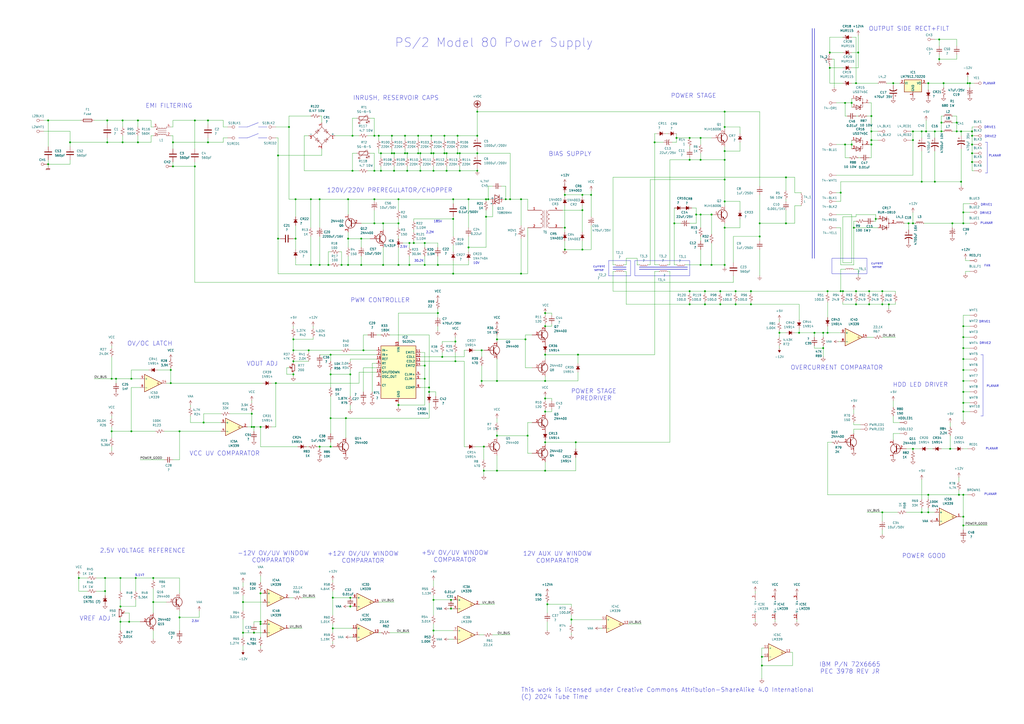
<source format=kicad_sch>
(kicad_sch (version 20231120) (generator "eeschema") (generator_version "8.0")
  (paper "A2")
  (junction (at 558.8 238.76))
  (junction (at 505.46 83.82))
  (junction (at 538.48 48.26))
  (junction (at 563.88 83.82))
  (junction (at 99.06 222.25))
  (junction (at 537.21 76.2))
  (junction (at 558.8 227.33))
  (junction (at 441.96 381))
  (junction (at 62.23 69.85))
  (junction (at 248.92 224.79))
  (junction (at 88.9 335.28))
  (junction (at 88.9 349.25))
  (junction (at 420.37 104.14))
  (junction (at 259.08 88.9))
  (junction (at 505.46 81.28))
  (junction (at 281.94 115.57))
  (junction (at 180.34 153.67))
  (junction (at 557.53 105.41))
  (junction (at 256.54 207.01))
  (junction (at 316.23 205.74))
  (junction (at 276.86 99.06))
  (junction (at 259.08 99.06))
  (junction (at 420.37 87.63))
  (junction (at 254 153.67))
  (junction (at 250.19 78.74))
  (junction (at 248.92 227.33))
  (junction (at 203.2 346.71))
  (junction (at 487.68 111.76))
  (junction (at 191.77 242.57))
  (junction (at 45.72 335.28))
  (junction (at 222.25 129.54))
  (junction (at 180.34 115.57))
  (junction (at 219.71 78.74))
  (junction (at 406.4 124.46))
  (junction (at 281.94 125.73))
  (junction (at 490.22 59.69))
  (junction (at 534.67 76.2))
  (junction (at 283.21 115.57))
  (junction (at 74.93 360.68))
  (junction (at 193.04 346.71))
  (junction (at 558.8 123.19))
  (junction (at 257.81 88.9))
  (junction (at 264.16 209.55))
  (junction (at 231.14 234.95))
  (junction (at 64.77 250.19))
  (junction (at 170.18 196.85))
  (junction (at 316.23 273.05))
  (junction (at 147.32 247.65))
  (junction (at 538.48 297.18))
  (junction (at 302.26 115.57))
  (junction (at 400.05 92.71))
  (junction (at 242.57 78.74))
  (junction (at 504.19 168.91))
  (junction (at 408.94 176.53))
  (junction (at 120.65 82.55))
  (junction (at 435.61 176.53))
  (junction (at 80.01 69.85))
  (junction (at 547.37 48.26))
  (junction (at 99.06 214.63))
  (junction (at 104.14 358.14))
  (junction (at 203.2 351.79))
  (junction (at 69.85 335.28))
  (junction (at 496.57 176.53))
  (junction (at 167.64 73.66))
  (junction (at 420.37 73.66))
  (junction (at 505.46 76.2))
  (junction (at 534.67 105.41))
  (junction (at 496.57 48.26))
  (junction (at 100.33 96.52))
  (junction (at 217.17 99.06))
  (junction (at 100.33 82.55))
  (junction (at 76.2 219.71))
  (junction (at 490.22 83.82))
  (junction (at 227.33 88.9))
  (junction (at 151.13 344.17))
  (junction (at 161.29 138.43))
  (junction (at 185.42 153.67))
  (junction (at 337.82 144.78))
  (junction (at 279.4 220.98))
  (junction (at 271.78 115.57))
  (junction (at 203.2 217.17))
  (junction (at 412.75 124.46))
  (junction (at 228.6 88.9))
  (junction (at 250.19 88.9))
  (junction (at 118.11 245.11))
  (junction (at 563.88 78.74))
  (junction (at 406.4 80.01))
  (junction (at 190.5 153.67))
  (junction (at 69.85 360.68))
  (junction (at 400.05 168.91))
  (junction (at 71.12 69.85))
  (junction (at 558.8 299.72))
  (junction (at 556.26 287.02))
  (junction (at 441.96 386.08))
  (junction (at 518.16 48.26))
  (junction (at 231.14 153.67))
  (junction (at 147.32 367.03))
  (junction (at 237.49 140.97))
  (junction (at 529.59 129.54))
  (junction (at 60.96 342.9))
  (junction (at 204.47 99.06))
  (junction (at 481.33 39.37))
  (junction (at 497.84 30.48))
  (junction (at 198.12 153.67))
  (junction (at 67.31 219.71))
  (junction (at 60.96 335.28))
  (junction (at 254 181.61))
  (junction (at 342.9 113.03))
  (junction (at 563.88 93.98))
  (junction (at 327.66 132.08))
  (junction (at 217.17 115.57))
  (junction (at 554.99 71.12))
  (junction (at 76.2 250.19))
  (junction (at 317.5 350.52))
  (junction (at 170.18 209.55))
  (junction (at 170.18 217.17))
  (junction (at 306.07 252.73))
  (junction (at 240.03 140.97))
  (junction (at 563.88 76.2))
  (junction (at 480.06 193.04))
  (junction (at 288.29 273.05))
  (junction (at 236.22 88.9))
  (junction (at 265.43 88.9))
  (junction (at 420.37 116.84))
  (junction (at 246.38 140.97))
  (junction (at 337.82 121.92))
  (junction (at 271.78 143.51))
  (junction (at 488.95 168.91))
  (junction (at 201.93 115.57))
  (junction (at 280.67 273.05))
  (junction (at 400.05 80.01))
  (junction (at 406.4 153.67))
  (junction (at 420.37 92.71))
  (junction (at 481.33 30.48))
  (junction (at 69.85 351.79))
  (junction (at 337.82 113.03))
  (junction (at 495.3 132.08))
  (junction (at 113.03 96.52))
  (junction (at 480.06 168.91))
  (junction (at 234.95 88.9))
  (junction (at 558.8 201.93))
  (junction (at 420.37 132.08))
  (junction (at 288.29 196.85))
  (junction (at 64.77 219.71))
  (junction (at 266.7 99.06))
  (junction (at 304.8 196.85))
  (junction (at 62.23 82.55))
  (junction (at 257.81 78.74))
  (junction (at 527.05 129.54))
  (junction (at 334.01 256.54))
  (junction (at 160.02 222.25))
  (junction (at 558.8 129.54))
  (junction (at 316.23 238.76))
  (junction (at 236.22 99.06))
  (junction (at 546.1 76.2))
  (junction (at 276.86 78.74))
  (junction (at 191.77 259.08))
  (junction (at 496.57 168.91))
  (junction (at 558.8 195.58))
  (junction (at 27.94 95.25))
  (junction (at 161.29 90.17))
  (junction (at 237.49 153.67))
  (junction (at 426.72 168.91))
  (junction (at 264.16 198.12))
  (junction (at 392.43 80.01))
  (junction (at 222.25 153.67))
  (junction (at 201.93 138.43))
  (junction (at 558.8 208.28))
  (junction (at 558.8 214.63))
  (junction (at 220.98 88.9))
  (junction (at 544.83 34.29))
  (junction (at 262.89 115.57))
  (junction (at 293.37 115.57))
  (junction (at 558.8 220.98))
  (junction (at 558.8 233.68))
  (junction (at 262.89 127))
  (junction (at 209.55 153.67))
  (junction (at 515.62 176.53))
  (junction (at 261.62 353.06))
  (junction (at 538.48 287.02))
  (junction (at 231.14 115.57))
  (junction (at 265.43 78.74))
  (junction (at 171.45 115.57))
  (junction (at 146.05 240.03))
  (junction (at 542.29 105.41))
  (junction (at 331.47 359.41))
  (junction (at 217.17 129.54))
  (junction (at 472.44 193.04))
  (junction (at 546.1 71.12))
  (junction (at 262.89 158.75))
  (junction (at 391.16 129.54))
  (junction (at 170.18 203.2))
  (junction (at 200.66 242.57))
  (junction (at 316.23 231.14))
  (junction (at 288.29 252.73))
  (junction (at 327.66 113.03))
  (junction (at 412.75 153.67))
  (junction (at 295.91 115.57))
  (junction (at 511.81 168.91))
  (junction (at 185.42 259.08))
  (junction (at 542.29 76.2))
  (junction (at 246.38 212.09))
  (junction (at 316.23 220.98))
  (junction (at 316.23 181.61))
  (junction (at 227.33 78.74))
  (junction (at 505.46 67.31))
  (junction (at 511.81 297.18))
  (junction (at 40.64 82.55))
  (junction (at 201.93 153.67))
  (junction (at 151.13 360.68))
  (junction (at 251.46 347.98))
  (junction (at 420.37 64.77))
  (junction (at 494.03 83.82))
  (junction (at 426.72 176.53))
  (junction (at 151.13 247.65))
  (junction (at 558.8 304.8))
  (junction (at 261.62 347.98))
  (junction (at 171.45 138.43))
  (junction (at 288.29 220.98))
  (junction (at 400.05 176.53))
  (junction (at 209.55 138.43))
  (junction (at 80.01 82.55))
  (junction (at 193.04 364.49))
  (junction (at 477.52 193.04))
  (junction (at 335.28 205.74))
  (junction (at 243.84 99.06))
  (junction (at 280.67 259.08))
  (junction (at 529.59 81.28))
  (junction (at 511.81 176.53))
  (junction (at 440.69 137.16))
  (junction (at 279.4 203.2))
  (junction (at 220.98 99.06))
  (junction (at 477.52 201.93))
  (junction (at 242.57 88.9))
  (junction (at 327.66 144.78))
  (junction (at 558.8 189.23))
  (junction (at 191.77 217.17))
  (junction (at 403.86 124.46))
  (junction (at 417.83 176.53))
  (junction (at 71.12 82.55))
  (junction (at 231.14 129.54))
  (junction (at 113.03 69.85))
  (junction (at 185.42 115.57))
  (junction (at 551.18 260.35))
  (junction (at 452.12 193.04))
  (junction (at 455.93 129.54))
  (junction (at 217.17 78.74))
  (junction (at 251.46 99.06))
  (junction (at 406.4 92.71))
  (junction (at 104.14 250.19))
  (junction (at 276.86 88.9))
  (junction (at 558.8 287.02))
  (junction (at 316.23 189.23))
  (junction (at 302.26 158.75))
  (junction (at 552.45 129.54))
  (junction (at 554.99 76.2))
  (junction (at 276.86 64.77))
  (junction (at 27.94 69.85))
  (junction (at 417.83 168.91))
  (junction (at 508 127))
  (junction (at 228.6 99.06))
  (junction (at 243.84 88.9))
  (junction (at 140.97 349.25))
  (junction (at 151.13 361.95))
  (junction (at 140.97 367.03))
  (junction (at 494.03 59.69))
  (junction (at 487.68 168.91))
  (junction (at 435.61 168.91))
  (junction (at 266.7 88.9))
  (junction (at 529.59 260.35))
  (junction (at 78.74 335.28))
  (junction (at 210.82 203.2))
  (junction (at 179.07 203.2))
  (junction (at 420.37 153.67))
  (junction (at 204.47 78.74))
  (junction (at 563.88 88.9))
  (junction (at 191.77 205.74))
  (junction (at 562.61 48.26))
  (junction (at 120.65 69.85))
  (junction (at 534.67 297.18))
  (junction (at 557.53 76.2))
  (junction (at 246.38 153.67))
  (junction (at 316.23 256.54))
  (junction (at 246.38 219.71))
  (junction (at 455.93 102.87))
  (junction (at 544.83 22.86))
  (junction (at 251.46 365.76))
  (junction (at 561.34 48.26))
  (junction (at 234.95 78.74))
  (junction (at 146.05 247.65))
  (junction (at 504.19 176.53))
  (junction (at 408.94 168.91))
  (junction (at 529.59 76.2))
  (junction (at 251.46 88.9))
  (junction (at 463.55 193.04))
  (junction (at 379.73 82.55))
  (junction (at 440.69 129.54))
  (wire (pts (xy 477.52 195.58) (xy 477.52 193.04)))
  (wire (pts (xy 461.01 102.87) (xy 461.01 111.76)))
  (wire (pts (xy 64.77 250.19) (xy 64.77 254)))
  (wire (pts (xy 185.42 115.57) (xy 185.42 132.08)))
  (wire (pts (xy 408.94 176.53) (xy 400.05 176.53)))
  (wire (pts (xy 290.83 107.95) (xy 293.37 107.95)))
  (wire (pts (xy 160.02 80.01) (xy 161.29 80.01)))
  (wire (pts (xy 250.19 88.9) (xy 251.46 88.9)))
  (wire (pts (xy 529.59 101.6) (xy 529.59 81.28)))
  (wire (pts (xy 69.85 335.28) (xy 69.85 342.9)))
  (wire (pts (xy 166.37 217.17) (xy 170.18 217.17)))
  (wire (pts (xy 552.45 71.12) (xy 554.99 71.12)))
  (wire (pts (xy 331.47 367.03) (xy 331.47 368.3)))
  (wire (pts (xy 276.86 64.77) (xy 276.86 78.74)))
  (wire (pts (xy 388.62 153.67) (xy 387.35 153.67)))
  (wire (pts (xy 203.2 203.2) (xy 210.82 203.2)))
  (wire (pts (xy 242.57 78.74) (xy 242.57 81.28)))
  (wire (pts (xy 408.94 168.91) (xy 408.94 170.18)))
  (wire (pts (xy 27.94 95.25) (xy 40.64 95.25)))
  (wire (pts (xy 420.37 92.71) (xy 406.4 92.71)))
  (wire (pts (xy 552.45 129.54) (xy 552.45 132.08)))
  (wire (pts (xy 558.8 227.33) (xy 558.8 233.68)))
  (wire (pts (xy 379.73 153.67) (xy 382.27 153.67)))
  (wire (pts (xy 167.64 346.71) (xy 170.18 346.71)))
  (wire (pts (xy 504.19 168.91) (xy 511.81 168.91)))
  (wire (pts (xy 429.26 82.55) (xy 429.26 87.63)))
  (wire (pts (xy 54.61 219.71) (xy 64.77 219.71)))
  (polyline (pts (xy 149.86 80.01) (xy 154.94 80.01)))
  (wire (pts (xy 236.22 88.9) (xy 236.22 91.44)))
  (wire (pts (xy 505.46 67.31) (xy 505.46 76.2)))
  (wire (pts (xy 217.17 121.92) (xy 217.17 129.54)))
  (wire (pts (xy 441.96 381) (xy 443.23 381)))
  (wire (pts (xy 406.4 144.78) (xy 406.4 153.67)))
  (wire (pts (xy 558.8 182.88) (xy 558.8 189.23)))
  (polyline (pts (xy 571.5 82.55) (xy 572.77 82.55)))
  (wire (pts (xy 558.8 123.19) (xy 558.8 129.54)))
  (wire (pts (xy 505.46 81.28) (xy 505.46 83.82)))
  (wire (pts (xy 288.29 208.28) (xy 288.29 220.98)))
  (wire (pts (xy 494.03 83.82) (xy 494.03 86.36)))
  (wire (pts (xy 363.22 157.48) (xy 363.22 176.53)))
  (wire (pts (xy 170.18 196.85) (xy 181.61 196.85)))
  (wire (pts (xy 88.9 335.28) (xy 104.14 335.28)))
  (wire (pts (xy 76.2 224.79) (xy 81.28 224.79)))
  (wire (pts (xy 261.62 347.98) (xy 262.89 347.98)))
  (wire (pts (xy 246.38 140.97) (xy 254 140.97)))
  (wire (pts (xy 143.51 247.65) (xy 146.05 247.65)))
  (wire (pts (xy 495.3 246.38) (xy 499.11 246.38)))
  (wire (pts (xy 203.2 346.71) (xy 204.47 346.71)))
  (wire (pts (xy 246.38 204.47) (xy 246.38 212.09)))
  (wire (pts (xy 133.35 240.03) (xy 146.05 240.03)))
  (wire (pts (xy 494.03 59.69) (xy 494.03 57.15)))
  (wire (pts (xy 369.57 153.67) (xy 370.84 153.67)))
  (wire (pts (xy 222.25 153.67) (xy 231.14 153.67)))
  (wire (pts (xy 502.92 297.18) (xy 511.81 297.18)))
  (wire (pts (xy 27.94 95.25) (xy 27.94 96.52)))
  (wire (pts (xy 27.94 69.85) (xy 46.99 69.85)))
  (wire (pts (xy 90.17 250.19) (xy 76.2 250.19)))
  (wire (pts (xy 293.37 107.95) (xy 293.37 115.57)))
  (wire (pts (xy 171.45 153.67) (xy 171.45 149.86)))
  (wire (pts (xy 180.34 115.57) (xy 180.34 132.08)))
  (wire (pts (xy 438.15 342.9) (xy 438.15 344.17)))
  (wire (pts (xy 495.3 245.11) (xy 495.3 246.38)))
  (wire (pts (xy 327.66 113.03) (xy 337.82 113.03)))
  (wire (pts (xy 558.8 189.23) (xy 558.8 195.58)))
  (wire (pts (xy 488.95 176.53) (xy 496.57 176.53)))
  (wire (pts (xy 490.22 59.69) (xy 490.22 67.31)))
  (wire (pts (xy 146.05 240.03) (xy 146.05 247.65)))
  (wire (pts (xy 262.89 118.11) (xy 262.89 115.57)))
  (wire (pts (xy 406.4 124.46) (xy 412.75 124.46)))
  (wire (pts (xy 67.31 219.71) (xy 67.31 222.25)))
  (wire (pts (xy 487.68 198.12) (xy 486.41 198.12)))
  (wire (pts (xy 480.06 193.04) (xy 477.52 193.04)))
  (wire (pts (xy 400.05 176.53) (xy 363.22 176.53)))
  (wire (pts (xy 337.82 139.7) (xy 337.82 144.78)))
  (wire (pts (xy 511.81 176.53) (xy 511.81 175.26)))
  (wire (pts (xy 337.82 113.03) (xy 337.82 114.3)))
  (wire (pts (xy 508 127) (xy 509.27 127)))
  (wire (pts (xy 198.12 146.05) (xy 196.85 146.05)))
  (wire (pts (xy 27.94 69.85) (xy 27.94 85.09)))
  (wire (pts (xy 271.78 151.13) (xy 271.78 153.67)))
  (wire (pts (xy 262.89 370.84) (xy 260.35 370.84)))
  (wire (pts (xy 533.4 260.35) (xy 529.59 260.35)))
  (wire (pts (xy 190.5 146.05) (xy 191.77 146.05)))
  (polyline (pts (xy 571.5 100.33) (xy 572.77 100.33)))
  (wire (pts (xy 151.13 247.65) (xy 151.13 259.08)))
  (wire (pts (xy 499.11 248.92) (xy 495.3 248.92)))
  (wire (pts (xy 95.25 250.19) (xy 104.14 250.19)))
  (wire (pts (xy 558.8 195.58) (xy 562.61 195.58)))
  (wire (pts (xy 80.01 69.85) (xy 87.63 69.85)))
  (wire (pts (xy 563.88 93.98) (xy 565.15 93.98)))
  (wire (pts (xy 487.68 111.76) (xy 487.68 105.41)))
  (polyline (pts (xy 138.43 73.66) (xy 143.51 73.66)))
  (wire (pts (xy 113.03 69.85) (xy 120.65 69.85)))
  (wire (pts (xy 228.6 99.06) (xy 236.22 99.06)))
  (wire (pts (xy 250.19 78.74) (xy 257.81 78.74)))
  (wire (pts (xy 181.61 196.85) (xy 181.61 195.58)))
  (wire (pts (xy 256.54 204.47) (xy 256.54 207.01)))
  (wire (pts (xy 506.73 128.27) (xy 508 128.27)))
  (wire (pts (xy 392.43 80.01) (xy 392.43 77.47)))
  (wire (pts (xy 557.53 76.2) (xy 563.88 76.2)))
  (wire (pts (xy 331.47 361.95) (xy 331.47 359.41)))
  (wire (pts (xy 392.43 153.67) (xy 391.16 153.67)))
  (wire (pts (xy 78.74 335.28) (xy 69.85 335.28)))
  (wire (pts (xy 170.18 203.2) (xy 170.18 204.47)))
  (wire (pts (xy 96.52 222.25) (xy 99.06 222.25)))
  (wire (pts (xy 99.06 222.25) (xy 99.06 214.63)))
  (wire (pts (xy 262.89 127) (xy 240.03 127)))
  (wire (pts (xy 64.77 250.19) (xy 76.2 250.19)))
  (wire (pts (xy 547.37 71.12) (xy 546.1 71.12)))
  (wire (pts (xy 113.03 96.52) (xy 113.03 93.98)))
  (wire (pts (xy 161.29 90.17) (xy 161.29 138.43)))
  (wire (pts (xy 534.67 76.2) (xy 529.59 76.2)))
  (wire (pts (xy 170.18 189.23) (xy 170.18 190.5)))
  (wire (pts (xy 219.71 88.9) (xy 220.98 88.9)))
  (polyline (pts (xy 570.23 205.74) (xy 570.23 241.3)))
  (wire (pts (xy 521.97 251.46) (xy 518.16 251.46)))
  (wire (pts (xy 458.47 378.46) (xy 459.74 378.46)))
  (wire (pts (xy 538.48 289.56) (xy 538.48 287.02)))
  (wire (pts (xy 180.34 115.57) (xy 185.42 115.57)))
  (wire (pts (xy 213.36 78.74) (xy 217.17 78.74)))
  (wire (pts (xy 563.88 99.06) (xy 565.15 99.06)))
  (wire (pts (xy 231.14 143.51) (xy 231.14 153.67)))
  (wire (pts (xy 248.92 233.68) (xy 248.92 242.57)))
  (wire (pts (xy 246.38 148.59) (xy 246.38 153.67)))
  (wire (pts (xy 401.32 120.65) (xy 403.86 120.65)))
  (wire (pts (xy 151.13 361.95) (xy 151.13 369.57)))
  (wire (pts (xy 496.57 125.73) (xy 496.57 124.46)))
  (wire (pts (xy 99.06 222.25) (xy 152.4 222.25)))
  (wire (pts (xy 551.18 247.65) (xy 551.18 245.11)))
  (wire (pts (xy 185.42 205.74) (xy 191.77 205.74)))
  (wire (pts (xy 254 179.07) (xy 254 181.61)))
  (wire (pts (xy 170.18 217.17) (xy 170.18 218.44)))
  (wire (pts (xy 408.94 175.26) (xy 408.94 176.53)))
  (wire (pts (xy 231.14 137.16) (xy 231.14 138.43)))
  (wire (pts (xy 167.64 364.49) (xy 175.26 364.49)))
  (wire (pts (xy 554.99 71.12) (xy 554.99 76.2)))
  (wire (pts (xy 387.35 77.47) (xy 386.08 77.47)))
  (wire (pts (xy 279.4 203.2) (xy 279.4 207.01)))
  (wire (pts (xy 495.3 128.27) (xy 495.3 132.08)))
  (wire (pts (xy 257.81 78.74) (xy 265.43 78.74)))
  (wire (pts (xy 546.1 71.12) (xy 546.1 67.31)))
  (wire (pts (xy 74.93 355.6) (xy 74.93 360.68)))
  (wire (pts (xy 505.46 67.31) (xy 505.46 59.69)))
  (wire (pts (xy 100.33 266.7) (xy 104.14 266.7)))
  (polyline (pts (xy 568.96 205.74) (xy 570.23 205.74)))
  (wire (pts (xy 562.61 157.48) (xy 560.07 157.48)))
  (wire (pts (xy 177.8 259.08) (xy 179.07 259.08)))
  (wire (pts (xy 455.93 193.04) (xy 452.12 193.04)))
  (wire (pts (xy 227.33 78.74) (xy 234.95 78.74)))
  (wire (pts (xy 209.55 143.51) (xy 209.55 138.43)))
  (wire (pts (xy 420.37 74.93) (xy 420.37 73.66)))
  (wire (pts (xy 496.57 21.59) (xy 496.57 48.26)))
  (wire (pts (xy 400.05 176.53) (xy 400.05 175.26)))
  (polyline (pts (xy 398.78 156.21) (xy 370.84 156.21)) (stroke (width 0.254)))
  (wire (pts (xy 420.37 132.08) (xy 420.37 153.67)))
  (wire (pts (xy 271.78 115.57) (xy 281.94 115.57)))
  (wire (pts (xy 388.62 92.71) (xy 388.62 153.67)))
  (wire (pts (xy 104.14 354.33) (xy 104.14 358.14)))
  (wire (pts (xy 193.04 364.49) (xy 193.04 367.03)))
  (wire (pts (xy 191.77 242.57) (xy 200.66 242.57)))
  (wire (pts (xy 240.03 127) (xy 240.03 128.27)))
  (wire (pts (xy 544.83 34.29) (xy 554.99 34.29)))
  (wire (pts (xy 276.86 80.01) (xy 276.86 78.74)))
  (wire (pts (xy 426.72 176.53) (xy 417.83 176.53)))
  (wire (pts (xy 557.53 299.72) (xy 558.8 299.72)))
  (wire (pts (xy 288.29 252.73) (xy 306.07 252.73)))
  (wire (pts (xy 308.61 194.31) (xy 304.8 194.31)))
  (wire (pts (xy 275.59 259.08) (xy 280.67 259.08)))
  (wire (pts (xy 146.05 238.76) (xy 146.05 240.03)))
  (wire (pts (xy 257.81 78.74) (xy 257.81 81.28)))
  (wire (pts (xy 519.43 176.53) (xy 519.43 175.26)))
  (wire (pts (xy 400.05 168.91) (xy 400.05 170.18)))
  (wire (pts (xy 320.04 237.49) (xy 320.04 238.76)))
  (wire (pts (xy 185.42 259.08) (xy 191.77 259.08)))
  (wire (pts (xy 537.21 48.26) (xy 538.48 48.26)))
  (wire (pts (xy 191.77 256.54) (xy 191.77 259.08)))
  (wire (pts (xy 243.84 219.71) (xy 246.38 219.71)))
  (wire (pts (xy 198.12 153.67) (xy 196.85 153.67)))
  (wire (pts (xy 203.2 217.17) (xy 203.2 229.87)))
  (wire (pts (xy 69.85 351.79) (xy 69.85 347.98)))
  (wire (pts (xy 557.53 86.36) (xy 557.53 105.41)))
  (wire (pts (xy 288.29 242.57) (xy 288.29 245.11)))
  (wire (pts (xy 140.97 367.03) (xy 147.32 367.03)))
  (wire (pts (xy 78.74 347.98) (xy 78.74 351.79)))
  (wire (pts (xy 334.01 265.43) (xy 334.01 273.05)))
  (wire (pts (xy 317.5 355.6) (xy 317.5 350.52)))
  (polyline (pts (xy 398.78 154.94) (xy 370.84 154.94)) (stroke (width 0.254)))
  (wire (pts (xy 304.8 194.31) (xy 304.8 196.85)))
  (wire (pts (xy 492.76 91.44) (xy 490.22 91.44)))
  (wire (pts (xy 337.82 119.38) (xy 337.82 121.92)))
  (wire (pts (xy 505.46 76.2) (xy 509.27 76.2)))
  (wire (pts (xy 463.55 190.5) (xy 463.55 193.04)))
  (wire (pts (xy 563.88 88.9) (xy 563.88 93.98)))
  (wire (pts (xy 264.16 209.55) (xy 269.24 209.55)))
  (wire (pts (xy 250.19 78.74) (xy 250.19 81.28)))
  (wire (pts (xy 490.22 83.82) (xy 490.22 91.44)))
  (wire (pts (xy 320.04 182.88) (xy 320.04 181.61)))
  (wire (pts (xy 511.81 176.53) (xy 515.62 176.53)))
  (wire (pts (xy 228.6 96.52) (xy 228.6 99.06)))
  (wire (pts (xy 477.52 201.93) (xy 477.52 207.01)))
  (wire (pts (xy 527.05 129.54) (xy 529.59 129.54)))
  (polyline (pts (xy 143.51 73.66) (xy 149.86 71.12)))
  (wire (pts (xy 547.37 67.31) (xy 546.1 67.31)))
  (wire (pts (xy 472.44 201.93) (xy 477.52 201.93)))
  (wire (pts (xy 316.23 256.54) (xy 334.01 256.54)))
  (wire (pts (xy 463.55 176.53) (xy 435.61 176.53)))
  (wire (pts (xy 213.36 99.06) (xy 217.17 99.06)))
  (wire (pts (xy 316.23 220.98) (xy 288.29 220.98)))
  (wire (pts (xy 461.01 193.04) (xy 463.55 193.04)))
  (wire (pts (xy 278.13 368.3) (xy 280.67 368.3)))
  (wire (pts (xy 497.84 30.48) (xy 497.84 39.37)))
  (wire (pts (xy 481.33 30.48) (xy 481.33 21.59)))
  (wire (pts (xy 280.67 273.05) (xy 280.67 275.59)))
  (wire (pts (xy 497.84 30.48) (xy 497.84 20.32)))
  (wire (pts (xy 171.45 138.43) (xy 170.18 138.43)))
  (wire (pts (xy 494.03 30.48) (xy 497.84 30.48)))
  (wire (pts (xy 218.44 203.2) (xy 210.82 203.2)))
  (polyline (pts (xy 568.96 241.3) (xy 570.23 241.3)))
  (wire (pts (xy 558.8 233.68) (xy 558.8 238.76)))
  (wire (pts (xy 128.27 240.03) (xy 118.11 240.03)))
  (wire (pts (xy 488.95 168.91) (xy 488.95 170.18)))
  (wire (pts (xy 234.95 78.74) (xy 234.95 81.28)))
  (wire (pts (xy 387.35 157.48) (xy 388.62 157.48)))
  (wire (pts (xy 50.8 335.28) (xy 45.72 335.28)))
  (wire (pts (xy 420.37 104.14) (xy 420.37 116.84)))
  (wire (pts (xy 180.34 137.16) (xy 180.34 153.67)))
  (wire (pts (xy 551.18 252.73) (xy 551.18 260.35)))
  (wire (pts (xy 317.5 350.52) (xy 331.47 350.52)))
  (wire (pts (xy 316.23 238.76) (xy 316.23 240.03)))
  (wire (pts (xy 459.74 386.08) (xy 441.96 386.08)))
  (wire (pts (xy 327.66 119.38) (xy 327.66 132.08)))
  (wire (pts (xy 99.06 213.36) (xy 99.06 214.63)))
  (wire (pts (xy 209.55 153.67) (xy 201.93 153.67)))
  (wire (pts (xy 170.18 196.85) (xy 170.18 203.2)))
  (wire (pts (xy 220.98 99.06) (xy 228.6 99.06)))
  (wire (pts (xy 171.45 138.43) (xy 171.45 130.81)))
  (wire (pts (xy 406.4 92.71) (xy 400.05 92.71)))
  (wire (pts (xy 100.33 69.85) (xy 113.03 69.85)))
  (wire (pts (xy 502.92 67.31) (xy 505.46 67.31)))
  (wire (pts (xy 435.61 168.91) (xy 480.06 168.91)))
  (wire (pts (xy 499.11 91.44) (xy 497.84 91.44)))
  (wire (pts (xy 104.14 250.19) (xy 104.14 266.7)))
  (wire (pts (xy 87.63 78.74) (xy 88.9 78.74)))
  (wire (pts (xy 246.38 140.97) (xy 240.03 140.97)))
  (wire (pts (xy 262.89 353.06) (xy 261.62 353.06)))
  (wire (pts (xy 511.81 297.18) (xy 511.81 302.26)))
  (wire (pts (xy 440.69 144.78) (xy 440.69 160.02)))
  (wire (pts (xy 243.84 88.9) (xy 243.84 91.44)))
  (wire (pts (xy 443.23 375.92) (xy 441.96 375.92)))
  (wire (pts (xy 461.01 119.38) (xy 464.82 119.38)))
  (wire (pts (xy 420.37 64.77) (xy 420.37 73.66)))
  (wire (pts (xy 316.23 181.61) (xy 320.04 181.61)))
  (wire (pts (xy 147.32 367.03) (xy 152.4 367.03)))
  (wire (pts (xy 227.33 88.9) (xy 228.6 88.9)))
  (wire (pts (xy 515.62 176.53) (xy 515.62 179.07)))
  (wire (pts (xy 496.57 67.31) (xy 497.84 67.31)))
  (wire (pts (xy 231.14 181.61) (xy 254 181.61)))
  (wire (pts (xy 308.61 262.89) (xy 306.07 262.89)))
  (wire (pts (xy 541.02 260.35) (xy 538.48 260.35)))
  (wire (pts (xy 542.29 105.41) (xy 534.67 105.41)))
  (wire (pts (xy 542.29 87.63) (xy 542.29 105.41)))
  (wire (pts (xy 538.48 48.26) (xy 538.48 52.07)))
  (wire (pts (xy 331.47 359.41) (xy 349.25 359.41)))
  (wire (pts (xy 429.26 132.08) (xy 420.37 132.08)))
  (wire (pts (xy 265.43 88.9) (xy 265.43 86.36)))
  (wire (pts (xy 88.9 349.25) (xy 88.9 355.6)))
  (wire (pts (xy 210.82 213.36) (xy 218.44 213.36)))
  (wire (pts (xy 279.4 203.2) (xy 280.67 203.2)))
  (wire (pts (xy 251.46 99.06) (xy 259.08 99.06)))
  (wire (pts (xy 193.04 372.11) (xy 193.04 373.38)))
  (wire (pts (xy 497.84 156.21) (xy 497.84 160.02)))
  (wire (pts (xy 281.94 115.57) (xy 281.94 116.84)))
  (wire (pts (xy 406.4 88.9) (xy 406.4 92.71)))
  (wire (pts (xy 563.88 73.66) (xy 563.88 76.2)))
  (wire (pts (xy 316.23 189.23) (xy 320.04 189.23)))
  (wire (pts (xy 487.68 111.76) (xy 485.14 111.76)))
  (wire (pts (xy 558.8 304.8) (xy 558.8 307.34)))
  (wire (pts (xy 140.97 349.25) (xy 140.97 345.44)))
  (wire (pts (xy 281.94 121.92) (xy 281.94 125.73)))
  (wire (pts (xy 518.16 251.46) (xy 518.16 255.27)))
  (wire (pts (xy 452.12 185.42) (xy 452.12 186.69)))
  (wire (pts (xy 542.29 80.01) (xy 542.29 76.2)))
  (wire (pts (xy 110.49 245.11) (xy 118.11 245.11)))
  (wire (pts (xy 544.83 34.29) (xy 544.83 35.56)))
  (wire (pts (xy 495.3 132.08) (xy 509.27 132.08)))
  (wire (pts (xy 542.29 76.2) (xy 546.1 76.2)))
  (wire (pts (xy 363.22 157.48) (xy 361.95 157.48)))
  (wire (pts (xy 394.97 129.54) (xy 391.16 129.54)))
  (wire (pts (xy 203.2 351.79) (xy 201.93 351.79)))
  (wire (pts (xy 160.02 247.65) (xy 157.48 247.65)))
  (wire (pts (xy 191.77 242.57) (xy 191.77 251.46)))
  (wire (pts (xy 326.39 132.08) (xy 327.66 132.08)))
  (wire (pts (xy 406.4 124.46) (xy 406.4 132.08)))
  (wire (pts (xy 104.14 358.14) (xy 115.57 358.14)))
  (wire (pts (xy 544.83 22.86) (xy 544.83 26.67)))
  (wire (pts (xy 201.93 134.62) (xy 201.93 138.43)))
  (wire (pts (xy 281.94 115.57) (xy 283.21 115.57)))
  (wire (pts (xy 490.22 59.69) (xy 494.03 59.69)))
  (wire (pts (xy 429.26 73.66) (xy 429.26 77.47)))
  (wire (pts (xy 204.47 68.58) (xy 204.47 78.74)))
  (wire (pts (xy 363.22 149.86) (xy 369.57 149.86)))
  (wire (pts (xy 271.78 143.51) (xy 271.78 146.05)))
  (wire (pts (xy 81.28 360.68) (xy 74.93 360.68)))
  (wire (pts (xy 264.16 198.12) (xy 264.16 199.39)))
  (wire (pts (xy 304.8 196.85) (xy 304.8 213.36)))
  (wire (pts (xy 327.66 132.08) (xy 327.66 134.62)))
  (wire (pts (xy 552.45 129.54) (xy 558.8 129.54)))
  (wire (pts (xy 347.98 364.49) (xy 349.25 364.49)))
  (wire (pts (xy 193.04 356.87) (xy 193.04 346.71)))
  (wire (pts (xy 440.69 129.54) (xy 440.69 137.16)))
  (wire (pts (xy 251.46 88.9) (xy 257.81 88.9)))
  (polyline (pts (xy 149.86 73.66) (xy 154.94 73.66)))
  (wire (pts (xy 217.17 115.57) (xy 217.17 116.84)))
  (wire (pts (xy 335.28 215.9) (xy 335.28 220.98)))
  (wire (pts (xy 542.29 76.2) (xy 537.21 76.2)))
  (wire (pts (xy 257.81 88.9) (xy 259.08 88.9)))
  (wire (pts (xy 204.47 364.49) (xy 193.04 364.49)))
  (wire (pts (xy 558.8 220.98) (xy 562.61 220.98)))
  (wire (pts (xy 234.95 88.9) (xy 234.95 86.36)))
  (wire (pts (xy 429.26 116.84) (xy 420.37 116.84)))
  (wire (pts (xy 553.72 260.35) (xy 551.18 260.35)))
  (wire (pts (xy 280.67 259.08) (xy 280.67 266.7)))
  (wire (pts (xy 191.77 217.17) (xy 191.77 224.79)))
  (wire (pts (xy 480.06 193.04) (xy 487.68 193.04)))
  (polyline (pts (xy 572.77 82.55) (xy 572.77 100.33)))
  (wire (pts (xy 508 124.46) (xy 508 127)))
  (wire (pts (xy 529.59 129.54) (xy 530.86 129.54)))
  (wire (pts (xy 99.06 214.63) (xy 91.44 214.63)))
  (wire (pts (xy 175.26 346.71) (xy 182.88 346.71)))
  (wire (pts (xy 220.98 96.52) (xy 220.98 99.06)))
  (wire (pts (xy 191.77 205.74) (xy 191.77 209.55)))
  (wire (pts (xy 546.1 76.2) (xy 547.37 76.2)))
  (wire (pts (xy 563.88 83.82) (xy 563.88 88.9)))
  (wire (pts (xy 488.95 168.91) (xy 496.57 168.91)))
  (wire (pts (xy 544.83 31.75) (xy 544.83 34.29)))
  (wire (pts (xy 502.92 195.58) (xy 506.73 195.58)))
  (wire (pts (xy 511.81 168.91) (xy 519.43 168.91)))
  (wire (pts (xy 203.2 208.28) (xy 203.2 209.55)))
  (wire (pts (xy 327.66 111.76) (xy 327.66 113.03)))
  (wire (pts (xy 302.26 115.57) (xy 306.07 115.57)))
  (wire (pts (xy 441.96 375.92) (xy 441.96 381)))
  (wire (pts (xy 228.6 349.25) (xy 219.71 349.25)))
  (wire (pts (xy 217.17 68.58) (xy 214.63 68.58)))
  (wire (pts (xy 118.11 240.03) (xy 118.11 245.11)))
  (wire (pts (xy 288.29 196.85) (xy 288.29 198.12)))
  (wire (pts (xy 191.77 214.63) (xy 191.77 217.17)))
  (wire (pts (xy 278.13 350.52) (xy 287.02 350.52)))
  (wire (pts (xy 254 189.23) (xy 254 191.77)))
  (wire (pts (xy 441.96 393.7) (xy 441.96 386.08)))
  (wire (pts (xy 180.34 153.67) (xy 185.42 153.67)))
  (wire (pts (xy 266.7 88.9) (xy 276.86 88.9)))
  (wire (pts (xy 480.06 189.23) (xy 480.06 193.04)))
  (wire (pts (xy 140.97 359.41) (xy 140.97 367.03)))
  (wire (pts (xy 60.96 342.9) (xy 55.88 342.9)))
  (wire (pts (xy 342.9 130.81) (xy 342.9 144.78)))
  (wire (pts (xy 463.55 193.04) (xy 472.44 193.04)))
  (wire (pts (xy 429.26 127) (xy 429.26 132.08)))
  (wire (pts (xy 113.03 69.85) (xy 113.03 86.36)))
  (wire (pts (xy 279.4 220.98) (xy 279.4 222.25)))
  (wire (pts (xy 236.22 96.52) (xy 236.22 99.06)))
  (wire (pts (xy 237.49 148.59) (xy 237.49 153.67)))
  (wire (pts (xy 440.69 129.54) (xy 455.93 129.54)))
  (wire (pts (xy 558.8 195.58) (xy 558.8 201.93)))
  (wire (pts (xy 161.29 90.17) (xy 186.69 90.17)))
  (wire (pts (xy 379.73 157.48) (xy 379.73 205.74)))
  (wire (pts (xy 538.48 294.64) (xy 538.48 297.18)))
  (wire (pts (xy 480.06 287.02) (xy 538.48 287.02)))
  (wire (pts (xy 167.64 73.66) (xy 160.02 73.66)))
  (wire (pts (xy 554.99 26.67) (xy 554.99 22.86)))
  (wire (pts (xy 179.07 204.47) (xy 179.07 203.2)))
  (wire (pts (xy 184.15 259.08) (xy 185.42 259.08)))
  (wire (pts (xy 237.49 140.97) (xy 233.68 140.97)))
  (wire (pts (xy 392.43 82.55) (xy 389.89 82.55)))
  (wire (pts (xy 231.14 198.12) (xy 231.14 181.61)))
  (wire (pts (xy 477.52 193.04) (xy 472.44 193.04)))
  (wire (pts (xy 558.8 287.02) (xy 558.8 299.72)))
  (wire (pts (xy 151.13 344.17) (xy 151.13 342.9)))
  (wire (pts (xy 420.37 92.71) (xy 420.37 104.14)))
  (wire (pts (xy 295.91 88.9) (xy 295.91 115.57)))
  (wire (pts (xy 459.74 378.46) (xy 459.74 386.08)))
  (wire (pts (xy 203.2 351.79) (xy 204.47 351.79)))
  (wire (pts (xy 496.57 168.91) (xy 496.57 170.18)))
  (wire (pts (xy 425.45 160.02) (xy 425.45 163.83)))
  (wire (pts (xy 316.23 205.74) (xy 316.23 208.28)))
  (wire (pts (xy 518.16 241.3) (xy 518.16 245.11)))
  (wire (pts (xy 537.21 69.85) (xy 537.21 76.2)))
  (wire (pts (xy 218.44 194.31) (xy 220.98 194.31)))
  (wire (pts (xy 191.77 229.87) (xy 191.77 242.57)))
  (wire (pts (xy 306.07 252.73) (xy 306.07 262.89)))
  (wire (pts (xy 88.9 349.25) (xy 96.52 349.25)))
  (wire (pts (xy 363.22 153.67) (xy 363.22 149.86)))
  (wire (pts (xy 201.93 148.59) (xy 201.93 153.67)))
  (polyline (pts (xy 363.22 156.21) (xy 355.6 156.21)) (stroke (width 0.254)))
  (wire (pts (xy 455.93 129.54) (xy 461.01 129.54)))
  (wire (pts (xy 251.46 365.76) (xy 251.46 368.3)))
  (wire (pts (xy 120.65 82.55) (xy 120.65 80.01)))
  (wire (pts (xy 480.06 175.26) (xy 480.06 184.15)))
  (wire (pts (xy 262.89 151.13) (xy 262.89 158.75)))
  (wire (pts (xy 201.93 115.57) (xy 217.17 115.57)))
  (wire (pts (xy 171.45 153.67) (xy 180.34 153.67)))
  (wire (pts (xy 482.6 34.29) (xy 483.87 34.29)))
  (wire (pts (xy 302.26 115.57) (xy 302.26 130.81)))
  (wire (pts (xy 292.1 115.57) (xy 293.37 115.57)))
  (wire (pts (xy 435.61 175.26) (xy 435.61 176.53)))
  (wire (pts (xy 356.87 157.48) (xy 355.6 157.48)))
  (wire (pts (xy 375.92 153.67) (xy 377.19 153.67)))
  (wire (pts (xy 391.16 120.65) (xy 391.16 129.54)))
  (wire (pts (xy 288.29 194.31) (xy 288.29 196.85)))
  (wire (pts (xy 441.96 386.08) (xy 441.96 381)))
  (wire (pts (xy 356.87 153.67) (xy 355.6 153.67)))
  (wire (pts (xy 201.93 138.43) (xy 209.55 138.43)))
  (wire (pts (xy 198.12 153.67) (xy 201.93 153.67)))
  (wire (pts (xy 243.84 204.47) (xy 246.38 204.47)))
  (wire (pts (xy 151.13 360.68) (xy 151.13 361.95)))
  (wire (pts (xy 262.89 146.05) (xy 262.89 142.24)))
  (wire (pts (xy 335.28 205.74) (xy 335.28 210.82)))
  (wire (pts (xy 331.47 356.87) (xy 331.47 359.41)))
  (wire (pts (xy 505.46 81.28) (xy 509.27 81.28)))
  (wire (pts (xy 558.8 238.76) (xy 562.61 238.76)))
  (wire (pts (xy 146.05 247.65) (xy 147.32 247.65)))
  (wire (pts (xy 494.03 21.59) (xy 496.57 21.59)))
  (wire (pts (xy 243.84 209.55) (xy 264.16 209.55)))
  (wire (pts (xy 191.77 217.17) (xy 203.2 217.17)))
  (wire (pts (xy 71.12 69.85) (xy 80.01 69.85)))
  (wire (pts (xy 481.33 39.37) (xy 488.95 39.37)))
  (wire (pts (xy 209.55 129.54) (xy 217.17 129.54)))
  (wire (pts (xy 45.72 334.01) (xy 45.72 335.28)))
  (wire (pts (xy 40.64 82.55) (xy 62.23 82.55)))
  (wire (pts (xy 76.2 250.19) (xy 76.2 224.79)))
  (wire (pts (xy 557.53 105.41) (xy 542.29 105.41)))
  (wire (pts (xy 62.23 69.85) (xy 71.12 69.85)))
  (wire (pts (xy 558.8 287.02) (xy 561.34 287.02)))
  (wire (pts (xy 542.29 297.18) (xy 538.48 297.18)))
  (wire (pts (xy 214.63 138.43) (xy 209.55 138.43)))
  (wire (pts (xy 482.6 256.54) (xy 480.06 256.54)))
  (wire (pts (xy 534.67 80.01) (xy 534.67 76.2)))
  (wire (pts (xy 496.57 176.53) (xy 496.57 175.26)))
  (wire (pts (xy 222.25 129.54) (xy 231.14 129.54)))
  (wire (pts (xy 270.51 203.2) (xy 269.24 203.2)))
  (wire (pts (xy 250.19 88.9) (xy 250.19 86.36)))
  (wire (pts (xy 558.8 233.68) (xy 562.61 233.68)))
  (wire (pts (xy 204.47 88.9) (xy 204.47 99.06)))
  (wire (pts (xy 487.68 132.08) (xy 487.68 153.67)))
  (wire (pts (xy 496.57 48.26) (xy 494.03 48.26)))
  (wire (pts (xy 170.18 217.17) (xy 170.18 215.9)))
  (wire (pts (xy 76.2 219.71) (xy 81.28 219.71)))
  (wire (pts (xy 558.8 118.11) (xy 558.8 123.19)))
  (wire (pts (xy 317.5 360.68) (xy 317.5 365.76)))
  (wire (pts (xy 327.66 114.3) (xy 327.66 113.03)))
  (wire (pts (xy 242.57 78.74) (xy 250.19 78.74)))
  (wire (pts (xy 563.88 76.2) (xy 563.88 78.74)))
  (wire (pts (xy 265.43 78.74) (xy 276.86 78.74)))
  (wire (pts (xy 251.46 88.9) (xy 251.46 91.44)))
  (wire (pts (xy 316.23 267.97) (xy 316.23 273.05)))
  (wire (pts (xy 254 181.61) (xy 254 184.15)))
  (wire (pts (xy 276.86 88.9) (xy 295.91 88.9)))
  (wire (pts (xy 440.69 64.77) (xy 440.69 107.95)))
  (wire (pts (xy 243.84 99.06) (xy 251.46 99.06)))
  (wire (pts (xy 480.06 256.54) (xy 480.06 287.02)))
  (wire (pts (xy 240.03 140.97) (xy 237.49 140.97)))
  (wire (pts (xy 494.03 39.37) (xy 497.84 39.37)))
  (wire (pts (xy 563.88 73.66) (xy 565.15 73.66)))
  (wire (pts (xy 472.44 200.66) (xy 472.44 201.93)))
  (wire (pts (xy 327.66 144.78) (xy 337.82 144.78)))
  (wire (pts (xy 412.75 140.97) (xy 412.75 153.67)))
  (wire (pts (xy 477.52 201.93) (xy 477.52 200.66)))
  (wire (pts (xy 215.9 227.33) (xy 215.9 210.82)))
  (wire (pts (xy 100.33 82.55) (xy 100.33 86.36)))
  (wire (pts (xy 306.07 245.11) (xy 306.07 252.73)))
  (wire (pts (xy 403.86 129.54) (xy 403.86 124.46)))
  (wire (pts (xy 538.48 48.26) (xy 547.37 48.26)))
  (wire (pts (xy 276.86 88.9) (xy 276.86 90.17)))
  (wire (pts (xy 485.14 83.82) (xy 490.22 83.82)))
  (wire (pts (xy 435.61 168.91) (xy 435.61 170.18)))
  (wire (pts (xy 316.23 187.96) (xy 316.23 189.23)))
  (wire (pts (xy 99.06 73.66) (xy 100.33 73.66)))
  (wire (pts (xy 185.42 153.67) (xy 190.5 153.67)))
  (wire (pts (xy 534.67 87.63) (xy 534.67 105.41)))
  (wire (pts (xy 494.03 83.82) (xy 494.03 81.28)))
  (wire (pts (xy 406.4 153.67) (xy 412.75 153.67)))
  (wire (pts (xy 228.6 88.9) (xy 234.95 88.9)))
  (wire (pts (xy 551.18 260.35) (xy 546.1 260.35)))
  (wire (pts (xy 364.49 361.95) (xy 372.11 361.95)))
  (wire (pts (xy 210.82 194.31) (xy 213.36 194.31)))
  (wire (pts (xy 440.69 137.16) (xy 440.69 139.7)))
  (wire (pts (xy 561.34 44.45) (xy 561.34 48.26)))
  (wire (pts (xy 400.05 92.71) (xy 388.62 92.71)))
  (wire (pts (xy 537.21 76.2) (xy 534.67 76.2)))
  (wire (pts (xy 243.84 88.9) (xy 250.19 88.9)))
  (wire (pts (xy 252.73 229.87) (xy 252.73 227.33)))
  (wire (pts (xy 262.89 115.57) (xy 271.78 115.57)))
  (wire (pts (xy 320.04 187.96) (xy 320.04 189.23)))
  (wire (pts (xy 488.95 48.26) (xy 481.33 48.26)))
  (wire (pts (xy 172.72 259.08) (xy 151.13 259.08)))
  (wire (pts (xy 27.94 92.71) (xy 27.94 95.25)))
  (wire (pts (xy 316.23 256.54) (xy 316.23 257.81)))
  (wire (pts (xy 488.95 152.4) (xy 488.95 125.73)))
  (wire (pts (xy 279.4 212.09) (xy 279.4 220.98)))
  (wire (pts (xy 388.62 256.54) (xy 334.01 256.54)))
  (wire (pts (xy 505.46 91.44) (xy 505.46 83.82)))
  (wire (pts (xy 463.55 176.53) (xy 463.55 185.42)))
  (wire (pts (xy 485.14 132.08) (xy 487.68 132.08)))
  (wire (pts (xy 361.95 153.67) (xy 363.22 153.67)))
  (wire (pts (xy 276.86 63.5) (xy 276.86 64.77)))
  (wire (pts (xy 251.46 365.76) (xy 251.46 361.95)))
  (wire (pts (xy 181.61 189.23) (xy 181.61 190.5)))
  (wire (pts (xy 487.68 156.21) (xy 487.68 168.91)))
  (wire (pts (xy 54.61 69.85) (xy 62.23 69.85)))
  (wire (pts (xy 64.77 241.3) (xy 64.77 242.57)))
  (wire (pts (xy 234.95 78.74) (xy 242.57 78.74)))
  (wire (pts (xy 558.8 227.33) (xy 562.61 227.33)))
  (wire (pts (xy 563.88 88.9) (xy 565.15 88.9)))
  (wire (pts (xy 563.88 78.74) (xy 565.15 78.74)))
  (wire (pts (xy 271.78 137.16) (xy 271.78 143.51)))
  (wire (pts (xy 355.6 102.87) (xy 455.93 102.87)))
  (polyline (pts (xy 471.17 16.51) (xy 471.17 149.86)) (stroke (width 0.254)))
  (wire (pts (xy 185.42 137.16) (xy 185.42 153.67)))
  (wire (pts (xy 262.89 158.75) (xy 302.26 158.75)))
  (wire (pts (xy 215.9 210.82) (xy 218.44 210.82)))
  (wire (pts (xy 335.28 205.74) (xy 379.73 205.74)))
  (wire (pts (xy 518.16 48.26) (xy 521.97 48.26)))
  (wire (pts (xy 288.29 252.73) (xy 288.29 254)))
  (wire (pts (xy 529.59 123.19) (xy 529.59 129.54)))
  (wire (pts (xy 228.6 88.9) (xy 228.6 91.44)))
  (wire (pts (xy 496.57 176.53) (xy 504.19 176.53)))
  (wire (pts (xy 400.05 168.91) (xy 408.94 168.91)))
  (wire (pts (xy 40.64 76.2) (xy 40.64 82.55)))
  (wire (pts (xy 100.33 78.74) (xy 100.33 82.55)))
  (wire (pts (xy 485.14 116.84) (xy 487.68 116.84)))
  (wire (pts (xy 487.68 153.67) (xy 495.3 153.67)))
  (wire (pts (xy 518.16 236.22) (xy 518.16 232.41)))
  (wire (pts (xy 186.69 71.12) (xy 186.69 67.31)))
  (wire (pts (xy 78.74 335.28) (xy 88.9 335.28)))
  (wire (pts (xy 406.4 83.82) (xy 406.4 80.01)))
  (wire (pts (xy 560.07 149.86) (xy 560.07 151.13)))
  (wire (pts (xy 420.37 87.63) (xy 420.37 92.71)))
  (wire (pts (xy 191.77 205.74) (xy 218.44 205.74)))
  (wire (pts (xy 316.23 238.76) (xy 320.04 238.76)))
  (wire (pts (xy 234.95 88.9) (xy 236.22 88.9)))
  (wire (pts (xy 327.66 139.7) (xy 327.66 144.78)))
  (wire (pts (xy 76.2 214.63) (xy 76.2 219.71)))
  (wire (pts (xy 146.05 232.41) (xy 146.05 233.68)))
  (wire (pts (xy 283.21 115.57) (xy 284.48 115.57)))
  (wire (pts (xy 87.63 82.55) (xy 87.63 78.74)))
  (wire (pts (xy 547.37 48.26) (xy 561.34 48.26)))
  (wire (pts (xy 529.59 260.35) (xy 525.78 260.35)))
  (wire (pts (xy 519.43 168.91) (xy 519.43 170.18)))
  (wire (pts (xy 488.95 176.53) (xy 488.95 175.26)))
  (wire (pts (xy 481.33 21.59) (xy 488.95 21.59)))
  (wire (pts (xy 377.19 104.14) (xy 377.19 153.67)))
  (wire (pts (xy 490.22 156.21) (xy 487.68 156.21)))
  (wire (pts (xy 88.9 336.55) (xy 88.9 335.28)))
  (wire (pts (xy 222.25 143.51) (xy 222.25 153.67)))
  (wire (pts (xy 487.68 168.91) (xy 488.95 168.91)))
  (wire (pts (xy 511.81 168.91) (xy 511.81 170.18)))
  (wire (pts (xy 455.93 115.57) (xy 455.93 116.84)))
  (wire (pts (xy 426.72 168.91) (xy 435.61 168.91)))
  (wire (pts (xy 231.14 233.68) (xy 231.14 234.95)))
  (wire (pts (xy 302.26 138.43) (xy 302.26 158.75)))
  (wire (pts (xy 563.88 83.82) (xy 565.15 83.82)))
  (wire (pts (xy 276.86 99.06) (xy 276.86 97.79)))
  (wire (pts (xy 88.9 365.76) (xy 88.9 370.84)))
  (wire (pts (xy 557.53 76.2) (xy 557.53 78.74)))
  (wire (pts (xy 379.73 82.55) (xy 379.73 153.67)))
  (wire (pts (xy 558.8 287.02) (xy 556.26 287.02)))
  (wire (pts (xy 306.07 158.75) (xy 306.07 132.08)))
  (wire (pts (xy 494.03 59.69) (xy 494.03 62.23)))
  (wire (pts (xy 40.64 95.25) (xy 40.64 92.71)))
  (wire (pts (xy 129.54 80.01) (xy 129.54 82.55)))
  (wire (pts (xy 256.54 198.12) (xy 264.16 198.12)))
  (wire (pts (xy 78.74 351.79) (xy 69.85 351.79)))
  (wire (pts (xy 265.43 88.9) (xy 266.7 88.9)))
  (wire (pts (xy 129.54 69.85) (xy 120.65 69.85)))
  (wire (pts (xy 88.9 341.63) (xy 88.9 349.25)))
  (wire (pts (xy 558.8 201.93) (xy 562.61 201.93)))
  (wire (pts (xy 420.37 85.09) (xy 420.37 87.63)))
  (wire (pts (xy 227.33 78.74) (xy 227.33 81.28)))
  (wire (pts (xy 276.86 87.63) (xy 276.86 88.9)))
  (wire (pts (xy 194.31 78.74) (xy 204.47 78.74)))
  (wire (pts (xy 281.94 143.51) (xy 271.78 143.51)))
  (wire (pts (xy 529.59 260.35) (xy 529.59 261.62)))
  (wire (pts (xy 547.37 50.8) (xy 547.37 48.26)))
  (wire (pts (xy 497.84 156.21) (xy 495.3 156.21)))
  (wire (pts (xy 511.81 195.58) (xy 519.43 195.58)))
  (wire (pts (xy 562.61 118.11) (xy 558.8 118.11)))
  (wire (pts (xy 185.42 259.08) (xy 185.42 260.35)))
  (wire (pts (xy 207.01 68.58) (xy 204.47 68.58)))
  (wire (pts (xy 171.45 144.78) (xy 171.45 138.43)))
  (wire (pts (xy 384.81 82.55) (xy 379.73 82.55)))
  (wire (pts (xy 152.4 349.25) (xy 140.97 349.25)))
  (wire (pts (xy 203.2 237.49) (xy 203.2 234.95)))
  (wire (pts (xy 240.03 133.35) (xy 240.03 134.62)))
  (wire (pts (xy 288.29 196.85) (xy 304.8 196.85)))
  (wire (pts (xy 560.07 151.13) (xy 562.61 151.13)))
  (wire (pts (xy 483.87 34.29) (xy 483.87 50.8)))
  (wire (pts (xy 534.67 294.64) (xy 534.67 297.18)))
  (wire (pts (xy 504.19 59.69) (xy 505.46 59.69)))
  (wire (pts (xy 560.07 157.48) (xy 560.07 158.75)))
  (wire (pts (xy 304.8 213.36) (xy 308.61 213.36)))
  (wire (pts (xy 449.58 359.41) (xy 449.58 360.68)))
  (wire (pts (xy 147.32 360.68) (xy 151.13 360.68)))
  (wire (pts (xy 203.2 208.28) (xy 218.44 208.28)))
  (wire (pts (xy 236.22 88.9) (xy 242.57 88.9)))
  (wire (pts (xy 496.57 48.26) (xy 509.27 48.26)))
  (wire (pts (xy 266.7 96.52) (xy 266.7 99.06)))
  (wire (pts (xy 561.34 260.35) (xy 558.8 260.35)))
  (wire (pts (xy 485.14 59.69) (xy 490.22 59.69)))
  (wire (pts (xy 231.14 234.95) (xy 231.14 236.22)))
  (wire (pts (xy 219.71 88.9) (xy 219.71 86.36)))
  (wire (pts (xy 87.63 69.85) (xy 87.63 73.66)))
  (wire (pts (xy 248.92 224.79) (xy 248.92 227.33)))
  (wire (pts (xy 64.77 247.65) (xy 64.77 250.19)))
  (wire (pts (xy 279.4 220.98) (xy 288.29 220.98)))
  (wire (pts (xy 71.12 69.85) (xy 71.12 73.66)))
  (wire (pts (xy 285.75 368.3) (xy 295.91 368.3)))
  (wire (pts (xy 185.42 67.31) (xy 186.69 67.31)))
  (wire (pts (xy 203.2 214.63) (xy 203.2 217.17)))
  (wire (pts (xy 285.75 119.38) (xy 285.75 125.73)))
  (wire (pts (xy 140.97 349.25) (xy 140.97 354.33)))
  (wire (pts (xy 558.8 220.98) (xy 558.8 227.33)))
  (wire (pts (xy 220.98 88.9) (xy 220.98 91.44)))
  (wire (pts (xy 151.13 334.01) (xy 151.13 337.82)))
  (wire (pts (xy 316.23 231.14) (xy 316.23 232.41)))
  (wire (pts (xy 546.1 71.12) (xy 546.1 76.2)))
  (wire (pts (xy 316.23 205.74) (xy 335.28 205.74)))
  (wire (pts (xy 417.83 176.53) (xy 408.94 176.53)))
  (wire (pts (xy 283.21 107.95) (xy 283.21 115.57)))
  (wire (pts (xy 69.85 353.06) (xy 69.85 351.79)))
  (wire (pts (xy 166.37 213.36) (xy 166.37 217.17)))
  (wire (pts (xy 331.47 350.52) (xy 331.47 351.79)))
  (wire (pts (xy 191.77 259.08) (xy 193.04 259.08)))
  (wire (pts (xy 151.13 375.92) (xy 151.13 374.65)))
  (wire (pts (xy 69.85 358.14) (xy 69.85 360.68)))
  (wire (pts (xy 288.29 273.05) (xy 316.23 273.05)))
  (wire (pts (xy 280.67 271.78) (xy 280.67 273.05)))
  (wire (pts (xy 251.46 365.76) (xy 262.89 365.76)))
  (wire (pts (xy 257.81 88.9) (xy 257.81 86.36)))
  (wire (pts (xy 452.12 201.93) (xy 452.12 200.66)))
  (wire (pts (xy 242.57 88.9) (xy 242.57 86.36)))
  (wire (pts (xy 511.81 307.34) (xy 511.81 309.88)))
  (wire (pts (xy 252.73 227.33) (xy 248.92 227.33)))
  (wire (pts (xy 147.32 250.19) (xy 147.32 247.65)))
  (wire (pts (xy 379.73 157.48) (xy 382.27 157.48)))
  (wire (pts (xy 435.61 176.53) (xy 426.72 176.53)))
  (wire (pts (xy 72.39 355.6) (xy 74.93 355.6)))
  (wire (pts (xy 204.47 99.06) (xy 208.28 99.06)))
  (wire (pts (xy 288.29 273.05) (xy 288.29 264.16)))
  (wire (pts (xy 481.33 48.26) (xy 481.33 39.37)))
  (wire (pts (xy 120.65 69.85) (xy 120.65 72.39)))
  (wire (pts (xy 167.64 115.57) (xy 171.45 115.57)))
  (wire (pts (xy 60.96 335.28) (xy 55.88 335.28)))
  (wire (pts (xy 231.14 115.57) (xy 262.89 115.57)))
  (wire (pts (xy 508 128.27) (xy 508 127)))
  (wire (pts (xy 64.77 200.66) (xy 64.77 201.93)))
  (wire (pts (xy 40.64 82.55) (xy 40.64 85.09)))
  (wire (pts (xy 425.45 137.16) (xy 440.69 137.16)))
  (wire (pts (xy 326.39 121.92) (xy 337.82 121.92)))
  (wire (pts (xy 190.5 146.05) (xy 190.5 153.67)))
  (wire (pts (xy 251.46 356.87) (xy 251.46 347.98)))
  (wire (pts (xy 100.33 82.55) (xy 120.65 82.55)))
  (wire (pts (xy 71.12 82.55) (xy 80.01 82.55)))
  (wire (pts (xy 426.72 168.91) (xy 426.72 170.18)))
  (wire (pts (xy 201.93 138.43) (xy 201.93 143.51)))
  (wire (pts (xy 481.33 39.37) (xy 481.33 38.1)))
  (wire (pts (xy 246.38 219.71) (xy 246.38 212.09)))
  (wire (pts (xy 248.92 227.33) (xy 248.92 228.6)))
  (wire (pts (xy 490.22 83.82) (xy 494.03 83.82)))
  (wire (pts (xy 552.45 76.2) (xy 554.99 76.2)))
  (wire (pts (xy 281.94 125.73) (xy 285.75 125.73)))
  (wire (pts (xy 254 153.67) (xy 271.78 153.67)))
  (wire (pts (xy 562.61 48.26) (xy 562.61 50.8)))
  (wire (pts (xy 420.37 132.08) (xy 420.37 129.54)))
  (wire (pts (xy 64.77 207.01) (xy 64.77 219.71)))
  (wire (pts (xy 558.8 214.63) (xy 562.61 214.63)))
  (wire (pts (xy 203.2 369.57) (xy 204.47 369.57)))
  (wire (pts (xy 320.04 231.14) (xy 316.23 231.14)))
  (wire (pts (xy 562.61 48.26) (xy 565.15 48.26)))
  (wire (pts (xy 518.16 245.11) (xy 521.97 245.11)))
  (wire (pts (xy 25.4 69.85) (xy 27.94 69.85)))
  (wire (pts (xy 563.88 78.74) (xy 563.88 83.82)))
  (wire (pts (xy 80.01 78.74) (xy 80.01 82.55)))
  (wire (pts (xy 236.22 99.06) (xy 243.84 99.06)))
  (wire (pts (xy 280.67 273.05) (xy 288.29 273.05)))
  (wire (pts (xy 461.01 111.76) (xy 464.82 111.76)))
  (wire (pts (xy 316.23 237.49) (xy 316.23 238.76)))
  (wire (pts (xy 316.23 220.98) (xy 316.23 218.44)))
  (wire (pts (xy 487.68 105.41) (xy 534.67 105.41)))
  (wire (pts (xy 556.26 284.48) (xy 556.26 287.02)))
  (wire (pts (xy 251.46 347.98) (xy 261.62 347.98)))
  (wire (pts (xy 505.46 76.2) (xy 505.46 81.28)))
  (wire (pts (xy 243.84 96.52) (xy 243.84 99.06)))
  (wire (pts (xy 420.37 64.77) (xy 440.69 64.77)))
  (wire (pts (xy 462.28 359.41) (xy 462.28 360.68)))
  (wire (pts (xy 180.34 67.31) (xy 167.64 67.31)))
  (wire (pts (xy 226.06 194.31) (xy 248.92 194.31)))
  (wire (pts (xy 176.53 78.74) (xy 176.53 99.06)))
  (wire (pts (xy 132.08 73.66) (xy 129.54 73.66)))
  (wire (pts (xy 440.69 113.03) (xy 440.69 129.54)))
  (wire (pts (xy 231.14 234.95) (xy 246.38 234.95)))
  (wire (pts (xy 62.23 69.85) (xy 62.23 72.39)))
  (wire (pts (xy 425.45 137.16) (xy 425.45 152.4)))
  (wire (pts (xy 176.53 99.06) (xy 204.47 99.06)))
  (wire (pts (xy 266.7 88.9) (xy 266.7 91.44)))
  (wire (pts (xy 334.01 256.54) (xy 334.01 260.35)))
  (wire (pts (xy 60.96 335.28) (xy 69.85 335.28)))
  (wire (pts (xy 495.3 237.49) (xy 495.3 240.03)))
  (wire (pts (xy 504.19 176.53) (xy 504.19 175.26)))
  (wire (pts (xy 207.01 88.9) (xy 204.47 88.9)))
  (wire (pts (xy 408.94 168.91) (xy 417.83 168.91)))
  (wire (pts (xy 76.2 219.71) (xy 67.31 219.71)))
  (wire (pts (xy 369.57 149.86) (xy 369.57 153.67)))
  (wire (pts (xy 140.97 340.36) (xy 140.97 337.82)))
  (wire (pts (xy 472.44 195.58) (xy 472.44 193.04)))
  (wire (pts (xy 271.78 115.57) (xy 271.78 132.08)))
  (wire (pts (xy 243.84 207.01) (xy 256.54 207.01)))
  (wire (pts (xy 426.72 175.26) (xy 426.72 176.53)))
  (wire (pts (xy 69.85 360.68) (xy 74.93 360.68)))
  (wire (pts (xy 100.33 93.98) (xy 100.33 96.52)))
  (wire (pts (xy 87.63 73.66) (xy 88.9 73.66)))
  (wire (pts (xy 392.43 80.01) (xy 392.43 82.55)))
  (wire (pts (xy 485.14 101.6) (xy 529.59 101.6)))
  (wire (pts (xy 104.14 250.19) (xy 128.27 250.19)))
  (wire (pts (xy 281.94 125.73) (xy 281.94 143.51)))
  (wire (pts (xy 572.77 304.8) (xy 558.8 304.8)))
  (wire (pts (xy 140.97 374.65) (xy 140.97 377.19)))
  (wire (pts (xy 397.51 153.67) (xy 406.4 153.67)))
  (wire (pts (xy 406.4 139.7) (xy 406.4 137.16)))
  (wire (pts (xy 558.8 123.19) (xy 562.61 123.19)))
  (wire (pts (xy 193.04 346.71) (xy 203.2 346.71)))
  (wire (pts (xy 115.57 354.33) (xy 115.57 358.14)))
  (wire (pts (xy 461.01 119.38) (xy 461.01 129.54)))
  (wire (pts (xy 151.13 361.95) (xy 152.4 361.95)))
  (wire (pts (xy 276.86 64.77) (xy 420.37 64.77)))
  (wire (pts (xy 563.88 93.98) (xy 563.88 99.06)))
  (wire (pts (xy 246.38 153.67) (xy 237.49 153.67)))
  (wire (pts (xy 485.14 124.46) (xy 494.03 124.46)))
  (wire (pts (xy 295.91 115.57) (xy 302.26 115.57)))
  (wire (pts (xy 217.17 99.06) (xy 217.17 88.9)))
  (wire (pts (xy 99.06 78.74) (xy 100.33 78.74)))
  (wire (pts (xy 251.46 336.55) (xy 251.46 340.36)))
  (wire (pts (xy 535.94 129.54) (xy 552.45 129.54)))
  (wire (pts (xy 337.82 121.92) (xy 337.82 134.62)))
  (wire (pts (xy 261.62 353.06) (xy 260.35 353.06)))
  (wire (pts (xy 170.18 209.55) (xy 179.07 209.55)))
  (wire (pts (xy 171.45 115.57) (xy 180.34 115.57)))
  (wire (pts (xy 316.23 181.61) (xy 316.23 182.88)))
  (wire (pts (xy 167.64 213.36) (xy 166.37 213.36)))
  (wire (pts (xy 558.8 208.28) (xy 558.8 214.63)))
  (wire (pts (xy 217.17 88.9) (xy 214.63 88.9)))
  (wire (pts (xy 285.75 107.95) (xy 283.21 107.95)))
  (wire (pts (xy 491.49 67.31) (xy 490.22 67.31)))
  (wire (pts (xy 60.96 342.9) (xy 60.96 345.44)))
  (wire (pts (xy 219.71 78.74) (xy 219.71 81.28)))
  (wire (pts (xy 167.64 67.31) (xy 167.64 73.66)))
  (wire (pts (xy 265.43 78.74) (xy 265.43 81.28)))
  (polyline (pts (xy 138.43 80.01) (xy 143.51 80.01)))
  (wire (pts (xy 151.13 247.65) (xy 152.4 247.65)))
  (wire (pts (xy 208.28 215.9) (xy 208.28 222.25)))
  (wire (pts (xy 335.28 220.98) (xy 316.23 220.98)))
  (wire (pts (xy 455.93 102.87) (xy 461.01 102.87)))
  (wire (pts (xy 452.12 193.04) (xy 452.12 195.58)))
  (wire (pts (xy 496.57 168.91) (xy 504.19 168.91)))
  (wire (pts (xy 514.35 48.26) (xy 518.16 48.26)))
  (wire (pts (xy 231.14 115.57) (xy 231.14 121.92)))
  (wire (pts (xy 391.16 129.54) (xy 391.16 153.67)))
  (wire (pts (xy 193.04 342.9) (xy 193.04 346.71)))
  (wire (pts (xy 420.37 153.67) (xy 412.75 153.67)))
  (wire (pts (xy 495.3 248.92) (xy 495.3 251.46)))
  (wire (pts (xy 288.29 250.19) (xy 288.29 252.73)))
  (wire (pts (xy 542.29 22.86) (xy 544.83 22.86)))
  (wire (pts (xy 538.48 297.18) (xy 534.67 297.18)))
  (wire (pts (xy 104.14 358.14) (xy 104.14 365.76)))
  (wire (pts (xy 132.08 80.01) (xy 129.54 80.01)))
  (wire (pts (xy 140.97 367.03) (xy 140.97 369.57)))
  (wire (pts (xy 210.82 203.2) (xy 210.82 194.31)))
  (wire (pts (xy 251.46 96.52) (xy 251.46 99.06)))
  (wire (pts (xy 198.12 203.2) (xy 179.07 203.2)))
  (wire (pts (xy 392.43 80.01) (xy 400.05 80.01)))
  (wire (pts (xy 161.29 138.43) (xy 162.56 138.43)))
  (wire (pts (xy 129.54 82.55) (xy 120.65 82.55)))
  (wire (pts (xy 113.03 163.83) (xy 425.45 163.83)))
  (wire (pts (xy 242.57 88.9) (xy 243.84 88.9)))
  (wire (pts (xy 308.61 245.11) (xy 306.07 245.11)))
  (wire (pts (xy 113.03 163.83) (xy 113.03 96.52)))
  (wire (pts (xy 420.37 153.67) (xy 420.37 154.94)))
  (wire (pts (xy 561.34 48.26) (xy 562.61 48.26)))
  (wire (pts (xy 558.8 238.76) (xy 558.8 243.84)))
  (wire (pts (xy 259.08 96.52) (xy 259.08 99.06)))
  (wire (pts (xy 198.12 146.05) (xy 198.12 153.67)))
  (wire (pts (xy 342.9 110.49) (xy 342.9 113.03)))
  (wire (pts (xy 496.57 128.27) (xy 495.3 128.27)))
  (wire (pts (xy 515.62 176.53) (xy 519.43 176.53)))
  (wire (pts (xy 400.05 85.09) (xy 400.05 86.36)))
  (wire (pts (xy 355.6 157.48) (xy 355.6 168.91)))
  (wire (pts (xy 104.14 335.28) (xy 104.14 344.17)))
  (wire (pts (xy 480.06 168.91) (xy 487.68 168.91)))
  (polyline (pts (xy 472.44 16.51) (xy 472.44 149.86)) (stroke (width 0.254)))
  (wire (pts (xy 200.66 242.57) (xy 248.92 242.57)))
  (wire (pts (xy 170.18 195.58) (xy 170.18 196.85)))
  (wire (pts (xy 417.83 168.91) (xy 426.72 168.91)))
  (wire (pts (xy 186.69 90.17) (xy 186.69 86.36)))
  (wire (pts (xy 60.96 335.28) (xy 60.96 342.9)))
  (wire (pts (xy 209.55 153.67) (xy 209.55 148.59)))
  (wire (pts (xy 160.02 222.25) (xy 160.02 247.65)))
  (wire (pts (xy 217.17 115.57) (xy 231.14 115.57)))
  (wire (pts (xy 62.23 80.01) (xy 62.23 82.55)))
  (wire (pts (xy 193.04 336.55) (xy 193.04 337.82)))
  (wire (pts (xy 217.17 78.74) (xy 219.71 78.74)))
  (wire (pts (xy 552.45 67.31) (xy 554.99 67.31)))
  (wire (pts (xy 534.67 278.13) (xy 534.67 289.56)))
  (wire (pts (xy 218.44 215.9) (xy 208.28 215.9)))
  (wire (pts (xy 529.59 76.2) (xy 529.59 81.28)))
  (wire (pts (xy 210.82 213.36) (xy 210.82 227.33)))
  (wire (pts (xy 558.8 129.54) (xy 562.61 129.54)))
  (wire (pts (xy 161.29 80.01) (xy 161.29 90.17)))
  (wire (pts (xy 406.4 80.01) (xy 412.75 80.01)))
  (wire (pts (xy 438.15 359.41) (xy 438.15 360.68)))
  (wire (pts (xy 259.08 88.9) (xy 259.08 91.44)))
  (wire (pts (xy 220.98 88.9) (xy 227.33 88.9)))
  (wire (pts (xy 270.51 259.08) (xy 269.24 259.08)))
  (wire (pts (xy 527.05 133.35) (xy 527.05 129.54)))
  (wire (pts (xy 50.8 342.9) (xy 45.72 342.9)))
  (wire (pts (xy 455.93 129.54) (xy 455.93 121.92)))
  (wire (pts (xy 504.19 176.53) (xy 511.81 176.53)))
  (wire (pts (xy 556.26 276.86) (xy 556.26 279.4)))
  (wire (pts (xy 222.25 153.67) (xy 209.55 153.67)))
  (polyline (pts (xy 143.51 80.01) (xy 149.86 77.47)))
  (wire (pts (xy 504.19 83.82) (xy 505.46 83.82)))
  (wire (pts (xy 185.42 115.57) (xy 201.93 115.57)))
  (wire (pts (xy 157.48 222.25) (xy 160.02 222.25)))
  (wire (pts (xy 558.8 201.93) (xy 558.8 208.28)))
  (wire (pts (xy 86.36 214.63) (xy 76.2 214.63)))
  (wire (pts (xy 231.14 132.08) (xy 231.14 129.54)))
  (wire (pts (xy 254 148.59) (xy 254 153.67)))
  (wire (pts (xy 429.26 121.92) (xy 429.26 116.84)))
  (wire (pts (xy 110.49 241.3) (xy 110.49 245.11)))
  (wire (pts (xy 403.86 124.46) (xy 406.4 124.46)))
  (wire (pts (xy 147.32 247.65) (xy 151.13 247.65)))
  (wire (pts (xy 518.16 49.53) (xy 518.16 48.26)))
  (wire (pts (xy 170.18 209.55) (xy 170.18 210.82)))
  (wire (pts (xy 64.77 259.08) (xy 64.77 261.62)))
  (wire (pts (xy 488.95 125.73) (xy 496.57 125.73)))
  (wire (pts (xy 306.07 115.57) (xy 306.07 121.92)))
  (wire (pts (xy 554.99 71.12) (xy 554.99 67.31)))
  (wire (pts (xy 100.33 96.52) (xy 113.03 96.52)))
  (wire (pts (xy 248.92 194.31) (xy 248.92 224.79)))
  (wire (pts (xy 80.01 82.55) (xy 87.63 82.55)))
  (wire (pts (xy 264.16 195.58) (xy 264.16 198.12)))
  (wire (pts (xy 201.93 115.57) (xy 201.93 124.46)))
  (wire (pts (xy 528.32 76.2) (xy 529.59 76.2)))
  (wire (pts (xy 237.49 153.67) (xy 231.14 153.67)))
  (wire (pts (xy 262.89 127) (xy 262.89 125.73)))
  (wire (pts (xy 293.37 115.57) (xy 295.91 115.57)))
  (wire (pts (xy 237.49 143.51) (xy 237.49 140.97)))
  (wire (pts (xy 128.27 245.11) (xy 118.11 245.11)))
  (wire (pts (xy 129.54 73.66) (xy 129.54 69.85)))
  (wire (pts (xy 275.59 203.2) (xy 279.4 203.2)))
  (wire (pts (xy 496.57 124.46) (xy 508 124.46)))
  (wire (pts (xy 170.18 203.2) (xy 179.07 203.2)))
  (wire (pts (xy 417.83 168.91) (xy 417.83 170.18)))
  (wire (pts (xy 556.26 287.02) (xy 538.48 287.02)))
  (wire (pts (xy 455.93 102.87) (xy 455.93 110.49)))
  (wire (pts (xy 246.38 234.95) (xy 246.38 219.71)))
  (wire (pts (xy 302.26 158.75) (xy 306.07 158.75)))
  (wire (pts (xy 527.05 129.54) (xy 524.51 129.54)))
  (wire (pts (xy 320.04 232.41) (xy 320.04 231.14)))
  (wire (pts (xy 179.07 78.74) (xy 176.53 78.74)))
  (wire (pts (xy 190.5 153.67) (xy 191.77 153.67)))
  (wire (pts (xy 256.54 199.39) (xy 256.54 198.12)))
  (wire (pts (xy 80.01 69.85) (xy 80.01 73.66)))
  (wire (pts (xy 246.38 212.09) (xy 243.84 212.09)))
  (wire (pts (xy 452.12 191.77) (xy 452.12 193.04)))
  (wire (pts (xy 222.25 129.54) (xy 222.25 133.35)))
  (wire (pts (xy 100.33 73.66) (xy 100.33 69.85)))
  (wire (pts (xy 200.66 242.57) (xy 200.66 254)))
  (wire (pts (xy 406.4 80.01) (xy 400.05 80.01)))
  (wire (pts (xy 403.86 129.54) (xy 400.05 129.54)))
  (wire (pts (xy 81.28 266.7) (xy 95.25 266.7)))
  (wire (pts (xy 403.86 120.65) (xy 403.86 124.46)))
  (wire (pts (xy 251.46 345.44) (xy 251.46 347.98)))
  (wire (pts (xy 481.33 30.48) (xy 488.95 30.48)))
  (wire (pts (xy 544.83 22.86) (xy 554.99 22.86)))
  (wire (pts (xy 494.03 124.46) (xy 494.03 152.4)))
  (wire (pts (xy 554.99 76.2) (xy 557.53 76.2)))
  (wire (pts (xy 558.8 189.23) (xy 562.61 189.23)))
  (wire (pts (xy 316.23 204.47) (xy 316.23 205.74)))
  (wire (pts (xy 400.05 92.71) (xy 400.05 91.44)))
  (wire (pts (xy 161.29 158.75) (xy 262.89 158.75)))
  (wire (pts (xy 78.74 335.28) (xy 78.74 342.9)))
  (wire (pts (xy 504.19 91.44) (xy 505.46 91.44)))
  (wire (pts (xy 417.83 175.26) (xy 417.83 176.53)))
  (wire (pts (xy 69.85 365.76) (xy 69.85 360.68)))
  (wire (pts (xy 256.54 207.01) (xy 269.24 207.01)))
  (wire (pts (xy 110.49 234.95) (xy 110.49 236.22)))
  (wire (pts (xy 62.23 82.55) (xy 71.12 82.55)))
  (wire (pts (xy 494.03 152.4) (xy 488.95 152.4)))
  (wire (pts (xy 379.73 77.47) (xy 379.73 82.55)))
  (wire (pts (xy 151.13 344.17) (xy 152.4 344.17)))
  (wire (pts (xy 528.32 81.28) (xy 529.59 81.28)))
  (wire (pts (xy 254 140.97) (xy 254 143.51)))
  (wire (pts (xy 71.12 78.74) (xy 71.12 82.55)))
  (wire (pts (xy 231.14 127) (xy 231.14 129.54)))
  (wire (pts (xy 269.24 209.55) (xy 269.24 259.08)))
  (wire (pts (xy 316.23 255.27) (xy 316.23 256.54)))
  (wire (pts (xy 317.5 349.25) (xy 317.5 350.52)))
  (wire (pts (xy 264.16 204.47) (xy 264.16 209.55)))
  (wire (pts (xy 316.23 229.87) (xy 316.23 231.14)))
  (wire (pts (xy 226.06 367.03) (xy 237.49 367.03)))
  (wire (pts (xy 45.72 342.9) (xy 45.72 335.28)))
  (wire (pts (xy 248.92 224.79) (xy 243.84 224.79)))
  (wire (pts (xy 480.06 168.91) (xy 480.06 170.18)))
  (wire (pts (xy 511.81 297.18) (xy 520.7 297.18)))
  (wire (pts (xy 259.08 88.9) (xy 265.43 88.9)))
  (wire (pts (xy 420.37 104.14) (xy 377.19 104.14)))
  (wire (pts (xy 429.26 73.66) (xy 420.37 73.66)))
  (wire (pts (xy 355.6 153.67) (xy 355.6 102.87)))
  (wire (pts (xy 171.45 125.73) (xy 171.45 115.57)))
  (wire (pts (xy 160.02 222.25) (xy 208.28 222.25)))
  (wire (pts (xy 557.53 105.41) (xy 557.53 107.95)))
  (wire (pts (xy 388.62 157.48) (xy 388.62 256.54)))
  (wire (pts (xy 266.7 99.06) (xy 276.86 99.06)))
  (wire (pts (xy 504.19 168.91) (xy 504.19 170.18)))
  (wire (pts (xy 487.68 116.84) (xy 487.68 111.76)))
  (wire (pts (xy 269.24 203.2) (xy 269.24 207.01)))
  (wire (pts (xy 246.38 140.97) (xy 246.38 143.51)))
  (wire (pts (xy 204.47 78.74) (xy 208.28 78.74)))
  (polyline (pts (xy 363.22 154.94) (xy 355.6 154.94)) (stroke (width 0.254)))
  (wire (pts (xy 67.31 219.71) (xy 64.77 219.71)))
  (wire (pts (xy 381 77.47) (xy 379.73 77.47)))
  (wire (pts (xy 420.37 116.84) (xy 420.37 119.38)))
  (wire (pts (xy 147.32 361.95) (xy 147.32 360.68)))
  (wire (pts (xy 558.8 214.63) (xy 558.8 220.98)))
  (wire (pts (xy 217.17 99.06) (xy 220.98 99.06)))
  (wire (pts (xy 558.8 208.28) (xy 562.61 208.28)))
  (wire (pts (xy 525.78 297.18) (xy 534.67 297.18)))
  (wire (pts (xy 334.01 273.05) (xy 316.23 273.05)))
  (wire (pts (xy 151.13 344.17) (xy 151.13 360.68)))
  (wire (pts (xy 259.08 99.06) (xy 266.7 99.06)))
  (wire (pts (xy 219.71 78.74) (xy 227.33 78.74)))
  (wire (pts (xy 355.6 168.91) (xy 400.05 168.91)))
  (wire (pts (xy 262.89 137.16) (xy 262.89 127)))
  (wire (pts (xy 342.9 113.03) (xy 337.82 113.03)))
  (wire (pts (xy 193.04 361.95) (xy 193.04 364.49)))
  (wire (pts (xy 342.9 144.78) (xy 337.82 144.78)))
  (wire (pts (xy 240.03 139.7) (xy 240.03 140.97)))
  (wire (pts (xy 227.33 88.9) (xy 227.33 86.36)))
  (wire (pts (xy 342.9 125.73) (xy 342.9 113.03)))
  (wire (pts (xy 217.17 129.54) (xy 222.25 129.54)))
  (wire (pts (xy 246.38 153.67) (xy 254 153.67)))
  (wire (pts (xy 412.75 124.46) (xy 412.75 135.89)))
  (wire (pts (xy 495.3 132.08) (xy 495.3 153.67)))
  (wire (pts (xy 219.71 367.03) (xy 220.98 367.03)))
  (wire (pts (xy 554.99 31.75) (xy 554.99 34.29)))
  (wire (pts (xy 217.17 78.74) (xy 217.17 68.58)))
  (wire (pts (xy 558.8 182.88) (xy 562.61 182.88)))
  (wire (pts (xy 558.8 299.72) (xy 558.8 304.8)))
  (wire (pts (xy 161.29 138.43) (xy 161.29 158.75)))
  (wire (pts (xy 167.64 73.66) (xy 167.64 115.57)))
  (wire (pts (xy 429.26 87.63) (xy 420.37 87.63)))
  (wire (pts (xy 25.4 76.2) (xy 40.64 76.2)))
  (rectangle (start 482.6 149.86) (end 502.92 158.75))
  (rectangle (start 368.3 151.13) (end 400.05 160.02))
  (rectangle (start 353.06 151.13) (end 365.76 160.02))
  (text "PLANAR" (at 575.818 224.028 0) (effects (font (size 1.27 1.27))))
  (text "VCC UV COMPARATOR" (at 130.302 263.144 0) (effects (font (size 2.54 2.54))))
  (text "DRIVE1" (at 574.294 73.914 0) (effects (font (size 1.27 1.27))))
  (text "POWER GOOD" (at 535.94 322.58 0) (effects (font (size 2.54 2.54))))
  (text "+5V OV/UV WINDOW\nCOMPARATOR" (at 263.906 322.834 0) (effects (font (size 2.54 2.54))))
  (text "10V" (at 276.352 152.654 0) (effects (font (size 1.27 1.27))))
  (text "2.2M" (at 249.428 134.874 0) (effects (font (size 1.27 1.27))))
  (text "12V AUX UV WINDOW\nCOMPARATOR" (at 323.342 323.342 0) (effects (font (size 2.54 2.54))))
  (text "DRIVE1" (at 571.246 186.69 0) (effects (font (size 1.27 1.27))))
  (text "OVERCURRENT COMPARATOR" (at 485.394 213.36 0) (effects (font (size 2.54 2.54))))
  (text "2.5V" (at 234.188 143.256 0) (effects (font (size 1.27 1.27))))
  (text "DRIVE2" (at 574.548 79.248 0) (effects (font (size 1.27 1.27))))
  (text "OUTPUT SIDE RECT+FILT" (at 527.304 16.764 0) (effects (font (size 2.54 2.54))))
  (text "PLANAR" (at 573.786 48.514 0) (effects (font (size 1.27 1.27))))
  (text "PLANAR" (at 572.262 129.54 0) (effects (font (size 1.27 1.27))))
  (text "DRIVE1" (at 572.262 118.872 0) (effects (font (size 1.27 1.27))))
  (text "current\nsense" (at 347.472 155.702 0) (effects (font (size 1.27 1.27))))
  (text "FAN" (at 572.77 154.178 0) (effects (font (size 1.27 1.27))))
  (text "2.5V" (at 113.284 360.426 0) (effects (font (size 1.27 1.27))))
  (text "POWER STAGE\nPREDRIVER" (at 344.424 229.108 0) (effects (font (size 2.54 2.54))))
  (text "+12V OV/UV WINDOW\nCOMPARATOR" (at 210.566 323.342 0) (effects (font (size 2.54 2.54))))
  (text "PLANAR" (at 574.548 286.766 0) (effects (font (size 1.27 1.27))))
  (text "HDD LED DRIVER" (at 533.908 223.266 0) (effects (font (size 2.54 2.54))))
  (text "-12V OV/UV WINDOW\nCOMPARATOR" (at 158.496 323.088 0) (effects (font (size 2.54 2.54))))
  (text "current\nsense" (at 508.762 153.924 0) (effects (font (size 1.27 1.27))))
  (text "120V/220V PREREGULATOR/CHOPPER" (at 226.06 110.49 0) (effects (font (size 2.54 2.54))))
  (text "OV/OC LATCH" (at 86.868 199.39 0) (effects (font (size 2.54 2.54))))
  (text "This work is licensed under Creative Commons Attribution-ShareAlike 4.0 International\n(C) 2024 Tube Time" (at 302.26 402.336 0) (effects (font (size 2.54 2.54)) (justify left)))
  (text "VOUT ADJ" (at 152.146 211.074 0) (effects (font (size 2.54 2.54))))
  (text "VREF ADJ" (at 55.118 358.902 0) (effects (font (size 2.54 2.54))))
  (text "INRUSH, RESERVOIR CAPS" (at 229.616 56.896 0) (effects (font (size 2.54 2.54))))
  (text "PLANAR" (at 577.088 90.424 0) (effects (font (size 1.27 1.27))))
  (text "PS/2 Model 80 Power Supply" (at 286.512 24.892 0) (effects (font (size 5.08 5.08))))
  (text "2.5V VOLTAGE REFERENCE" (at 82.804 319.532 0) (effects (font (size 2.54 2.54))))
  (text "185V" (at 254 128.524 0) (effects (font (size 1.27 1.27))))
  (text "EMI FILTERING" (at 98.044 61.468 0) (effects (font (size 2.54 2.54))))
  (text "5.1V?" (at 81.026 333.756 0) (effects (font (size 1.27 1.27))))
  (text "DRIVE2" (at 571.754 123.698 0) (effects (font (size 1.27 1.27))))
  (text "PWM CONTROLLER" (at 220.472 174.244 0) (effects (font (size 2.54 2.54))))
  (text "30.2K" (at 243.078 151.384 0) (effects (font (size 1.27 1.27))))
  (text "POWER STAGE" (at 402.336 55.626 0) (effects (font (size 2.54 2.54))))
  (text "BIAS SUPPLY" (at 330.708 89.408 0) (effects (font (size 2.54 2.54))))
  (text "PLANAR" (at 575.31 260.35 0) (effects (font (size 1.27 1.27))))
  (text "DRIVE2" (at 571.5 199.136 0) (effects (font (size 1.27 1.27))))
  (text "IBM P/N 72X6665\nPEC 3978 REV JR" (at 493.014 387.604 0) (effects (font (size 2.54 2.54))))
  (label "OV_BUS" (at 237.49 367.03 180))
  (label "UV_BUS" (at 228.6 349.25 180))
  (label "UV_BUS" (at 175.26 364.49 180))
  (label "UV_BUS" (at 502.92 297.18 0))
  (label "UV_BUS" (at 372.11 361.95 180))
  (label "OV_BUS" (at 519.43 195.58 180))
  (label "OV_BUS" (at 295.91 368.3 180))
  (label "OV_BUS" (at 182.88 346.71 180))
  (label "OV_BUS" (at 54.61 219.71 0))
  (label "POWER_GOOD" (at 572.77 304.8 180))
  (label "UV_BUS" (at 287.02 350.52 180))
  (label "POWER_GOOD" (at 81.28 266.7 0))
  (symbol (lib_id "power:GND") (at 483.87 50.8 0) (unit 1)
    (property "Reference" "#PWR080" (effects (hide yes)))
    (property "Value" "GND" (effects (hide yes)))
    (property "Description" "Power symbol creates a global label with name \"GND\" , ground" (effects (hide yes)))
  )
  (symbol (lib_id "power:Earth") (at 420.37 154.94 0) (mirror y) (unit 1)
    (property "Reference" "#PWR06" (effects (hide yes)))
    (property "Value" "Earth" (effects (hide yes)))
    (property "Description" "Power symbol creates a global label with name \"Earth\"" (effects (hide yes)))
  )
  (symbol (lib_id "Device:R_Small_US") (at 179.07 207.01 0) (mirror x) (unit 1)
    (property "Reference" "R41" (at 173.228 205.486 0) (effects (justify left)))
    (property "Value" "2.0K" (at 173.228 208.026 0) (effects (justify left)))
    (property "Footprint" "Resistor_THT:R_Axial_DIN0309_L9.0mm_D3.2mm_P12.70mm_Horizontal" (effects (hide yes)))
    (property "Description" "Resistor, small US symbol" (effects (hide yes)))
  )
  (symbol (lib_id "Device:D_Small_Filled") (at 327.66 116.84 90) (mirror x) (unit 1)
    (property "Reference" "CR3" (at 322.072 118.364 90))
    (property "Value" "1N4003" (at 322.072 115.824 90))
    (property "Footprint" "Diode_THT:D_DO-41_SOD81_P12.70mm_Horizontal" (effects (hide yes)))
    (property "Description" "Diode, small symbol, filled shape" (effects (hide yes)))
    (property "Sim.Device" "D" (effects (hide yes)))
    (property "Sim.Pins" "1=K 2=A" (effects (hide yes)))
  )
  (symbol (lib_id "power:GND") (at 317.5 365.76 0) (unit 1)
    (property "Reference" "#PWR049" (effects (hide yes)))
    (property "Value" "GND" (effects (hide yes)))
    (property "Description" "Power symbol creates a global label with name \"GND\" , ground" (effects (hide yes)))
  )
  (symbol (lib_id "Device:R_Small_US") (at 201.93 146.05 0) (unit 1)
    (property "Reference" "R4" (at 203.2 144.78 0) (effects (justify left)))
    (property "Value" "150" (at 203.2 147.32 0) (effects (justify left)))
    (property "Footprint" "Resistor_THT:R_Axial_DIN0309_L9.0mm_D3.2mm_P12.70mm_Horizontal" (effects (hide yes)))
    (property "Description" "Resistor, small US symbol" (effects (hide yes)))
  )
  (symbol (lib_id "power:VAA") (at 140.97 337.82 0) (unit 1)
    (property "Reference" "#PWR052" (effects (hide yes)))
    (property "Value" "VAA" (at 140.97 332.74 0))
    (property "Description" "Power symbol creates a global label with name \"VAA\"" (effects (hide yes)))
  )
  (symbol (lib_id "Device:D_Zener_Small_Filled") (at 60.96 347.98 90) (mirror x) (unit 1)
    (property "Reference" "CR38" (at 48.26 346.456 90) (effects (justify right)))
    (property "Value" "1N751 (?)" (at 48.26 348.996 90) (effects (justify right)))
    (property "Footprint" "Diode_THT:D_DO-41_SOD81_P10.16mm_Horizontal" (effects (hide yes)))
    (property "Description" "Zener diode, small symbol, filled shape" (effects (hide yes)))
  )
  (symbol (lib_id "Device:R_Small_US") (at 220.98 93.98 0) (unit 1)
    (property "Reference" "R108" (at 222.25 92.71 0) (effects (justify left)))
    (property "Value" "220K" (at 222.25 95.25 0) (effects (justify left)))
    (property "Footprint" "Resistor_THT:R_Axial_DIN0309_L9.0mm_D3.2mm_P15.24mm_Horizontal" (effects (hide yes)))
    (property "Description" "Resistor, small US symbol" (effects (hide yes)))
  )
  (symbol (lib_id "Comparator:LM339") (at 270.51 350.52 0) (unit 1)
    (property "Reference" "IC3" (at 270.51 340.36 0))
    (property "Value" "LM339" (at 270.51 342.9 0))
    (property "Footprint" "Active:DIP254P762X635-14" (effects (hide yes)))
    (property "Datasheet" "https://www.st.com/resource/en/datasheet/lm139.pdf" (effects (hide yes)))
    (property "Description" "Quad Differential Comparators, SOIC-14/TSSOP-14" (effects (hide yes)))
  )
  (symbol (lib_id "Device:D_Small_Filled") (at 538.48 54.61 270) (mirror x) (unit 1)
    (property "Reference" "CR21" (at 541.02 53.3399 90) (effects (justify left)))
    (property "Value" "?" (at 541.02 55.8799 90) (effects (justify left)))
    (property "Footprint" "Diode_THT:D_DO-201_P15.24mm_Horizontal" (effects (hide yes)))
    (property "Description" "Diode, small symbol, filled shape" (effects (hide yes)))
    (property "Sim.Device" "D" (effects (hide yes)))
    (property "Sim.Pins" "1=K 2=A" (effects (hide yes)))
  )
  (symbol (lib_id "Connector:TestPoint") (at 485.14 132.08 90) (unit 1)
    (property "Reference" "T4-YEL1" (at 485.648 135.128 90) (effects (justify left)))
    (property "Value" "TestPoint" (effects (hide yes)))
    (property "Footprint" "Connector_Wire:SolderWire-2.5sqmm_1x01_D2.4mm_OD3.6mm" (effects (hide yes)))
    (property "Description" "test point" (effects (hide yes)))
  )
  (symbol (lib_id "Device:L_Small") (at 384.81 157.48 90) (unit 1)
    (property "Reference" "T3_4" (at 386.08 162.306 90) (effects (justify left)))
    (property "Value" "?" (at 386.08 159.766 90) (effects (justify left)))
    (property "Footprint" "Capacitor_THT:C_Rect_L7.0mm_W3.5mm_P5.00mm" (effects (hide yes)))
    (property "Description" "Inductor, small symbol" (effects (hide yes)))
  )
  (symbol (lib_id "Device:R_Small_US") (at 193.04 340.36 0) (mirror y) (unit 1)
    (property "Reference" "R58" (at 191.516 339.09 0) (effects (justify left)))
    (property "Value" "4.64K" (at 191.516 341.63 0) (effects (justify left)))
    (property "Footprint" "Resistor_THT:R_Axial_DIN0309_L9.0mm_D3.2mm_P12.70mm_Horizontal" (effects (hide yes)))
    (property "Description" "Resistor, small US symbol" (effects (hide yes)))
  )
  (symbol (lib_id "Device:D_Schottky_Dual_CommonCathode_AKA_Parallel") (at 499.11 59.69 0) (unit 1)
    (property "Reference" "CR15" (at 499.0465 50.8 0))
    (property "Value" "USD745C" (at 499.0465 53.34 0))
    (property "Footprint" "Package_TO_SOT_THT:TO-220-3_Vertical" (effects (hide yes)))
    (property "Description" "Dual Schottky diode, common anode on pin 1" (effects (hide yes)))
  )
  (symbol (lib_id "power:GND") (at 64.77 261.62 0) (unit 1)
    (property "Reference" "#PWR036" (effects (hide yes)))
    (property "Value" "GND" (effects (hide yes)))
    (property "Description" "Power symbol creates a global label with name \"GND\" , ground" (effects (hide yes)))
  )
  (symbol (lib_id "power:VCC") (at 264.16 195.58 0) (unit 1)
    (property "Reference" "#PWR062" (effects (hide yes)))
    (property "Value" "VCC" (at 264.16 190.5 0))
    (property "Description" "Power symbol creates a global label with name \"VCC\"" (effects (hide yes)))
  )
  (symbol (lib_id "Connector:TestPoint") (at 565.15 48.26 270) (unit 1)
    (property "Reference" "YE1" (at 564.642 45.212 90) (effects (justify left)))
    (property "Value" "TestPoint" (effects (hide yes)))
    (property "Footprint" "Connector_Wire:SolderWire-1sqmm_1x01_D1.4mm_OD2.7mm" (effects (hide yes)))
    (property "Description" "test point" (effects (hide yes)))
  )
  (symbol (lib_id "Device:C_Small") (at 558.8 309.88 0) (unit 1)
    (property "Reference" "C48" (at 563.372 308.864 0))
    (property "Value" "?" (at 563.372 311.404 0))
    (property "Footprint" "Capacitor_THT:C_Disc_D10.5mm_W5.0mm_P7.50mm" (effects (hide yes)))
    (property "Description" "Unpolarized capacitor, small symbol" (effects (hide yes)))
  )
  (symbol (lib_id "power:VCC") (at 45.72 334.01 0) (mirror y) (unit 1)
    (property "Reference" "#PWR025" (effects (hide yes)))
    (property "Value" "VCC" (at 45.72 328.93 0))
    (property "Description" "Power symbol creates a global label with name \"VCC\"" (effects (hide yes)))
  )
  (symbol (lib_id "Device:R_Small_US") (at 435.61 172.72 0) (mirror y) (unit 1)
    (property "Reference" "R96" (at 433.578 171.196 0) (effects (justify left)))
    (property "Value" "100.0" (at 433.578 173.736 0) (effects (justify left)))
    (property "Footprint" "Resistor_THT:R_Axial_DIN0309_L9.0mm_D3.2mm_P12.70mm_Horizontal" (effects (hide yes)))
    (property "Description" "Resistor, small US symbol" (effects (hide yes)))
  )
  (symbol (lib_id "power:GND") (at 69.85 370.84 0) (mirror y) (unit 1)
    (property "Reference" "#PWR019" (effects (hide yes)))
    (property "Value" "GND" (effects (hide yes)))
    (property "Description" "Power symbol creates a global label with name \"GND\" , ground" (effects (hide yes)))
  )
  (symbol (lib_id "Device:Q_NPN_EBC") (at 313.69 245.11 0) (unit 1)
    (property "Reference" "Q3" (at 321.31 240.284 0) (effects (justify left)))
    (property "Value" "2N4400" (at 321.31 242.824 0) (effects (justify left)))
    (property "Footprint" "Package_TO_SOT_THT:TO-92_Inline" (effects (hide yes)))
    (property "Description" "NPN transistor, emitter/base/collector" (effects (hide yes)))
  )
  (symbol (lib_id "power:GND") (at 170.18 218.44 0) (unit 1)
    (property "Reference" "#PWR046" (effects (hide yes)))
    (property "Value" "GND" (effects (hide yes)))
    (property "Description" "Power symbol creates a global label with name \"GND\" , ground" (effects (hide yes)))
  )
  (symbol (lib_id "Device:R_Small_US") (at 170.18 193.04 0) (mirror y) (unit 1)
    (property "Reference" "R42" (at 177.546 194.31 0) (effects (justify left)))
    (property "Value" "1.37K" (at 177.546 191.77 0) (effects (justify left)))
    (property "Footprint" "Resistor_THT:R_Axial_DIN0309_L9.0mm_D3.2mm_P12.70mm_Horizontal" (effects (hide yes)))
    (property "Description" "Resistor, small US symbol" (effects (hide yes)))
  )
  (symbol (lib_id "power:GND") (at 210.82 232.41 0) (unit 1)
    (property "Reference" "#PWR043" (effects (hide yes)))
    (property "Value" "GND" (effects (hide yes)))
    (property "Description" "Power symbol creates a global label with name \"GND\" , ground" (effects (hide yes)))
  )
  (symbol (lib_id "Device:C_Small") (at 440.69 110.49 0) (unit 1)
    (property "Reference" "C8" (at 427.228 109.474 0) (effects (justify left)))
    (property "Value" "1uF/250V" (at 427.228 112.014 0) (effects (justify left)))
    (property "Footprint" "Capacitor_THT:C_Rect_L29.0mm_W7.6mm_P27.50mm_MKT" (effects (hide yes)))
    (property "Description" "Unpolarized capacitor, small symbol" (effects (hide yes)))
  )
  (symbol (lib_id "power:GND") (at 185.42 265.43 0) (unit 1)
    (property "Reference" "#PWR038" (effects (hide yes)))
    (property "Value" "GND" (effects (hide yes)))
    (property "Description" "Power symbol creates a global label with name \"GND\" , ground" (effects (hide yes)))
  )
  (symbol (lib_id "Device:R_Small_US") (at 538.48 292.1 0) (mirror y) (unit 1)
    (property "Reference" "R44" (at 544.322 293.624 0) (effects (justify left)))
    (property "Value" "100K" (at 544.322 291.084 0) (effects (justify left)))
    (property "Footprint" "Resistor_THT:R_Axial_DIN0309_L9.0mm_D3.2mm_P12.70mm_Horizontal" (effects (hide yes)))
    (property "Description" "Resistor, small US symbol" (effects (hide yes)))
  )
  (symbol (lib_id "Device:C") (at 62.23 76.2 0) (unit 1)
    (property "Reference" "C1" (at 66.04 74.9299 0) (effects (justify left)))
    (property "Value" "?" (at 66.04 77.4699 0) (effects (justify left)))
    (property "Footprint" "Capacitor_THT:C_Rect_L29.0mm_W12.2mm_P27.50mm_MKT" (effects (hide yes)))
    (property "Description" "Unpolarized capacitor" (effects (hide yes)))
  )
  (symbol (lib_id "Connector:TestPoint") (at 562.61 220.98 270) (unit 1)
    (property "Reference" "WHT7" (at 562.102 217.932 90) (effects (justify left)))
    (property "Value" "TestPoint" (effects (hide yes)))
    (property "Footprint" "Connector_Wire:SolderWire-1sqmm_1x01_D1.4mm_OD2.7mm" (effects (hide yes)))
    (property "Description" "test point" (effects (hide yes)))
  )
  (symbol (lib_id "Device:R_Small_US") (at 280.67 269.24 0) (mirror x) (unit 1)
    (property "Reference" "R8" (at 274.828 267.716 0) (effects (justify left)))
    (property "Value" "470" (at 274.828 270.256 0) (effects (justify left)))
    (property "Footprint" "Resistor_THT:R_Axial_DIN0309_L9.0mm_D3.2mm_P12.70mm_Horizontal" (effects (hide yes)))
    (property "Description" "Resistor, small US symbol" (effects (hide yes)))
  )
  (symbol (lib_id "power:VAA") (at 151.13 334.01 0) (unit 1)
    (property "Reference" "#PWR053" (effects (hide yes)))
    (property "Value" "VAA" (at 151.13 328.93 0))
    (property "Description" "Power symbol creates a global label with name \"VAA\"" (effects (hide yes)))
  )
  (symbol (lib_id "Comparator:LM339") (at 212.09 349.25 0) (unit 4)
    (property "Reference" "IC3" (at 212.09 339.09 0))
    (property "Value" "LM339" (at 212.09 341.63 0))
    (property "Footprint" "Active:DIP254P762X635-14" (effects (hide yes)))
    (property "Datasheet" "https://www.st.com/resource/en/datasheet/lm139.pdf" (effects (hide yes)))
    (property "Description" "Quad Differential Comparators, SOIC-14/TSSOP-14" (effects (hide yes)))
  )
  (symbol (lib_id "Device:C") (at 262.89 121.92 0) (unit 1)
    (property "Reference" "C26" (at 266.7 120.6499 0) (effects (justify left)))
    (property "Value" "0.1uF/500V" (at 265.938 122.936 0) (effects (justify left)))
    (property "Footprint" "Capacitor_THT:C_Rect_L11.0mm_W2.8mm_P10.00mm_MKT" (effects (hide yes)))
    (property "Description" "Unpolarized capacitor" (effects (hide yes)))
  )
  (symbol (lib_id "Device:R_Small_US") (at 181.61 193.04 0) (mirror y) (unit 1)
    (property "Reference" "R43" (at 188.722 194.564 0) (effects (justify left)))
    (property "Value" "4.02K" (at 188.722 192.024 0) (effects (justify left)))
    (property "Footprint" "Resistor_THT:R_Axial_DIN0309_L9.0mm_D3.2mm_P12.70mm_Horizontal" (effects (hide yes)))
    (property "Description" "Resistor, small US symbol" (effects (hide yes)))
  )
  (symbol (lib_id "Device:R_Small_US") (at 194.31 146.05 90) (unit 1)
    (property "Reference" "R18" (at 195.834 141.224 90) (effects (justify left)))
    (property "Value" "100" (at 195.834 143.764 90) (effects (justify left)))
    (property "Footprint" "Resistor_THT:R_Axial_DIN0309_L9.0mm_D3.2mm_P15.24mm_Horizontal" (effects (hide yes)))
    (property "Description" "Resistor, small US symbol" (effects (hide yes)))
  )
  (symbol (lib_id "Device:R_Small_US") (at 182.88 67.31 90) (unit 1)
    (property "Reference" "R122" (at 185.166 61.722 90) (effects (justify left)))
    (property "Value" "0.47 10W" (at 188.468 64.262 90) (effects (justify left)))
    (property "Footprint" "Resistor_THT:R_Axial_DIN0309_L9.0mm_D3.2mm_P15.24mm_Horizontal" (effects (hide yes)))
    (property "Description" "Resistor, small US symbol" (effects (hide yes)))
  )
  (symbol (lib_id "Device:Thermistor_NTC") (at 210.82 88.9 90) (unit 1) (on_board no)
    (property "Reference" "RT2" (at 211.1375 82.55 90))
    (property "Value" "SG-6-S" (at 211.1375 85.09 90))
    (property "Description" "Temperature dependent resistor, negative temperature coefficient" (effects (hide yes)))
  )
  (symbol (lib_id "Connector:TestPoint") (at 521.97 245.11 270) (mirror x) (unit 1)
    (property "Reference" "HDDLED1" (at 525.272 242.57 90))
    (property "Value" "TestPoint" (effects (hide yes)))
    (property "Footprint" "Connector_Wire:SolderWire-0.1sqmm_1x01_D0.4mm_OD1mm" (effects (hide yes)))
    (property "Description" "test point" (effects (hide yes)))
  )
  (symbol (lib_id "Device:C_Polarized_Small_US") (at 209.55 146.05 0) (mirror y) (unit 1)
    (property "Reference" "C57" (at 216.408 144.526 0))
    (property "Value" "10uF/50V" (at 216.408 147.066 0))
    (property "Footprint" "Capacitor_THT:CP_Radial_D5.0mm_P2.50mm" (effects (hide yes)))
    (property "Description" "Polarized capacitor, small US symbol" (effects (hide yes)))
  )
  (symbol (lib_id "Device:C_Small") (at 67.31 224.79 180) (unit 1)
    (property "Reference" "C25" (at 72.644 223.012 0))
    (property "Value" "1nF" (at 72.644 225.552 0))
    (property "Footprint" "Capacitor_THT:C_Axial_L3.8mm_D2.6mm_P10.00mm_Horizontal" (effects (hide yes)))
    (property "Description" "Unpolarized capacitor, small symbol" (effects (hide yes)))
  )
  (symbol (lib_id "Device:R_Small_US") (at 455.93 113.03 0) (mirror x) (unit 1)
    (property "Reference" "R5" (at 449.834 112.014 0) (effects (justify left)))
    (property "Value" "56 10W" (at 446.532 114.554 0) (effects (justify left)))
    (property "Footprint" "Resistor_THT:R_Axial_DIN0309_L9.0mm_D3.2mm_P15.24mm_Horizontal" (effects (hide yes)))
    (property "Description" "Resistor, small US symbol" (effects (hide yes)))
  )
  (symbol (lib_id "Device:D_Schottky_Small_Filled") (at 491.49 21.59 0) (unit 1)
    (property "Reference" "CR18" (at 491.236 15.24 0))
    (property "Value" "MUR115" (at 491.236 17.78 0))
    (property "Footprint" "Diode_THT:D_DO-41_SOD81_P10.16mm_Horizontal" (effects (hide yes)))
    (property "Description" "Schottky diode, small symbol, filled shape" (effects (hide yes)))
  )
  (symbol (lib_id "Device:Q_PNP_EBC") (at 313.69 213.36 0) (mirror x) (unit 1)
    (property "Reference" "Q8" (at 318.77 214.6301 0) (effects (justify left)))
    (property "Value" "2N4402" (at 318.77 212.0901 0) (effects (justify left)))
    (property "Footprint" "Package_TO_SOT_THT:TO-92_Inline" (effects (hide yes)))
    (property "Description" "PNP transistor, emitter/base/collector" (effects (hide yes)))
  )
  (symbol (lib_id "power:GND") (at 518.16 57.15 0) (unit 1)
    (property "Reference" "#PWR083" (effects (hide yes)))
    (property "Value" "GND" (effects (hide yes)))
    (property "Description" "Power symbol creates a global label with name \"GND\" , ground" (effects (hide yes)))
  )
  (symbol (lib_id "power:GND") (at 538.48 57.15 0) (unit 1)
    (property "Reference" "#PWR086" (effects (hide yes)))
    (property "Value" "GND" (effects (hide yes)))
    (property "Description" "Power symbol creates a global label with name \"GND\" , ground" (effects (hide yes)))
  )
  (symbol (lib_id "power:+VDC") (at 276.86 63.5 0) (unit 1)
    (property "Reference" "#PWR03" (effects (hide yes)))
    (property "Value" "+VDC" (at 276.86 55.88 0))
    (property "Description" "Power symbol creates a global label with name \"+VDC\"" (effects (hide yes)))
  )
  (symbol (lib_id "Device:R_Small_US") (at 193.04 359.41 0) (mirror y) (unit 1)
    (property "Reference" "R60" (at 191.516 358.14 0) (effects (justify left)))
    (property "Value" "1.01K" (at 191.516 360.68 0) (effects (justify left)))
    (property "Footprint" "Resistor_THT:R_Axial_DIN0309_L9.0mm_D3.2mm_P12.70mm_Horizontal" (effects (hide yes)))
    (property "Description" "Resistor, small US symbol" (effects (hide yes)))
  )
  (symbol (lib_id "Device:R_Small_US") (at 185.42 262.89 0) (mirror x) (unit 1)
    (property "Reference" "R85" (at 187.706 262.128 0) (effects (justify left)))
    (property "Value" "10K" (at 187.706 264.668 0) (effects (justify left)))
    (property "Footprint" "Resistor_THT:R_Axial_DIN0309_L9.0mm_D3.2mm_P12.70mm_Horizontal" (effects (hide yes)))
    (property "Description" "Resistor, small US symbol" (effects (hide yes)))
  )
  (symbol (lib_id "power:GND") (at 562.61 55.88 0) (unit 1)
    (property "Reference" "#PWR085" (effects (hide yes)))
    (property "Value" "GND" (effects (hide yes)))
    (property "Description" "Power symbol creates a global label with name \"GND\" , ground" (effects (hide yes)))
  )
  (symbol (lib_id "Device:D_Small_Filled") (at 154.94 222.25 0) (mirror y) (unit 1)
    (property "Reference" "CR39" (at 154.94 215.9 0))
    (property "Value" "1N914" (at 154.94 218.44 0))
    (property "Footprint" "Diode_THT:D_DO-41_SOD81_P12.70mm_Horizontal" (effects (hide yes)))
    (property "Description" "Diode, small symbol, filled shape" (effects (hide yes)))
    (property "Sim.Device" "D" (effects (hide yes)))
    (property "Sim.Pins" "1=K 2=A" (effects (hide yes)))
  )
  (symbol (lib_id "power:GND") (at 495.3 261.62 0) (unit 1)
    (property "Reference" "#PWR028" (effects (hide yes)))
    (property "Value" "GND" (effects (hide yes)))
    (property "Description" "Power symbol creates a global label with name \"GND\" , ground" (effects (hide yes)))
  )
  (symbol (lib_id "power:VAA") (at 203.2 369.57 90) (unit 1)
    (property "Reference" "#PWR057" (effects (hide yes)))
    (property "Value" "VAA" (at 199.39 369.5699 90) (effects (justify left)))
    (property "Description" "Power symbol creates a global label with name \"VAA\"" (effects (hide yes)))
  )
  (symbol (lib_id "Connector:TestPoint") (at 562.61 227.33 270) (unit 1)
    (property "Reference" "WHT8" (at 562.102 224.282 90) (effects (justify left)))
    (property "Value" "TestPoint" (effects (hide yes)))
    (property "Footprint" "Connector_Wire:SolderWire-1sqmm_1x01_D1.4mm_OD2.7mm" (effects (hide yes)))
    (property "Description" "test point" (effects (hide yes)))
  )
  (symbol (lib_id "Device:C_Small") (at 210.82 229.87 180) (unit 1)
    (property "Reference" "C27" (at 206.248 231.394 0))
    (property "Value" "?" (at 206.248 228.854 0))
    (property "Footprint" "Capacitor_THT:C_Axial_L3.8mm_D2.6mm_P12.50mm_Horizontal" (effects (hide yes)))
    (property "Description" "Unpolarized capacitor, small symbol" (effects (hide yes)))
  )
  (symbol (lib_id "Device:R_Small_US") (at 71.12 76.2 0) (unit 1)
    (property "Reference" "R95" (at 73.66 74.9299 0) (effects (justify left)))
    (property "Value" "560K" (at 73.66 77.4699 0) (effects (justify left)))
    (property "Footprint" "Resistor_THT:R_Axial_DIN0309_L9.0mm_D3.2mm_P15.24mm_Horizontal" (effects (hide yes)))
    (property "Description" "Resistor, small US symbol" (effects (hide yes)))
  )
  (symbol (lib_id "Connector:TestPoint") (at 521.97 251.46 270) (mirror x) (unit 1)
    (property "Reference" "HDDLED2" (at 525.272 248.92 90))
    (property "Value" "TestPoint" (effects (hide yes)))
    (property "Footprint" "Connector_Wire:SolderWire-0.1sqmm_1x01_D0.4mm_OD1mm" (effects (hide yes)))
    (property "Description" "test point" (effects (hide yes)))
  )
  (symbol (lib_id "Device:Q_NPN_BCE") (at 417.83 80.01 0) (unit 1)
    (property "Reference" "Q1" (at 415.798 72.136 0) (effects (justify left)))
    (property "Value" "MJH16006" (at 408.432 74.93 0) (effects (justify left)))
    (property "Footprint" "Package_TO_SOT_THT:TO-247-3_Vertical" (effects (hide yes)))
    (property "Description" "NPN transistor, base/collector/emitter" (effects (hide yes)))
  )
  (symbol (lib_id "Device:Q_PNP_EBC") (at 313.69 262.89 0) (mirror x) (unit 1)
    (property "Reference" "Q4" (at 318.77 264.1601 0) (effects (justify left)))
    (property "Value" "2N4402" (at 318.77 261.6201 0) (effects (justify left)))
    (property "Footprint" "Package_TO_SOT_THT:TO-92_Inline" (effects (hide yes)))
    (property "Description" "PNP transistor, emitter/base/collector" (effects (hide yes)))
  )
  (symbol (lib_id "Device:R_Small_US") (at 452.12 189.23 0) (mirror y) (unit 1)
    (property "Reference" "R81" (at 450.088 187.706 0) (effects (justify left)))
    (property "Value" "1.00K" (at 450.088 190.246 0) (effects (justify left)))
    (property "Footprint" "Resistor_THT:R_Axial_DIN0309_L9.0mm_D3.2mm_P12.70mm_Horizontal" (effects (hide yes)))
    (property "Description" "Resistor, small US symbol" (effects (hide yes)))
  )
  (symbol (lib_id "Device:R_Small_US") (at 151.13 340.36 0) (mirror y) (unit 1)
    (property "Reference" "R30" (at 148.59 338.836 0) (effects (justify left)))
    (property "Value" "10K" (at 148.59 341.376 0) (effects (justify left)))
    (property "Footprint" "Resistor_THT:R_Axial_DIN0309_L9.0mm_D3.2mm_P12.70mm_Horizontal" (effects (hide yes)))
    (property "Description" "Resistor, small US symbol" (effects (hide yes)))
  )
  (symbol (lib_id "Device:C_Polarized_Small_US") (at 562.61 53.34 0) (mirror x) (unit 1)
    (property "Reference" "C19" (at 554.736 54.864 0))
    (property "Value" "47uF/25V" (at 554.736 52.324 0))
    (property "Footprint" "Capacitor_THT:CP_Radial_D5.0mm_P2.50mm" (effects (hide yes)))
    (property "Description" "Polarized capacitor, small US symbol" (effects (hide yes)))
  )
  (symbol (lib_id "power:VCC") (at 449.58 344.17 0) (unit 1)
    (property "Reference" "#PWR010" (effects (hide yes)))
    (property "Value" "VCC" (at 449.58 339.09 0))
    (property "Description" "Power symbol creates a global label with name \"VCC\"" (effects (hide yes)))
  )
  (symbol (lib_id "Device:D_Small_Filled") (at 171.45 147.32 90) (mirror x) (unit 1)
    (property "Reference" "CR26" (at 176.022 146.05 90))
    (property "Value" "?" (at 176.022 148.59 90))
    (property "Footprint" "Diode_THT:D_DO-41_SOD81_P12.70mm_Horizontal" (effects (hide yes)))
    (property "Description" "Diode, small symbol, filled shape" (effects (hide yes)))
    (property "Sim.Device" "D" (effects (hide yes)))
    (property "Sim.Pins" "1=K 2=A" (effects (hide yes)))
  )
  (symbol (lib_id "power:+12V") (at 560.07 149.86 0) (unit 1)
    (property "Reference" "#PWR077" (effects (hide yes)))
    (property "Value" "+12V" (at 560.07 144.78 0))
    (property "Description" "Power symbol creates a global label with name \"+12V\"" (effects (hide yes)))
  )
  (symbol (lib_id "power:GND") (at 200.66 264.16 0) (unit 1)
    (property "Reference" "#PWR041" (effects (hide yes)))
    (property "Value" "GND" (effects (hide yes)))
    (property "Description" "Power symbol creates a global label with name \"GND\" , ground" (effects (hide yes)))
  )
  (symbol (lib_id "Device:R_Small_US") (at 215.9 229.87 0) (mirror y) (unit 1)
    (property "Reference" "R71" (at 220.472 227.838 0) (effects (justify left)))
    (property "Value" "?" (at 219.456 230.886 0) (effects (justify left)))
    (property "Footprint" "Resistor_THT:R_Axial_DIN0309_L9.0mm_D3.2mm_P12.70mm_Horizontal" (effects (hide yes)))
    (property "Description" "Resistor, small US symbol" (effects (hide yes)))
  )
  (symbol (lib_id "Device:R_Small_US") (at 551.18 250.19 0) (unit 1)
    (property "Reference" "R84" (at 545.084 248.666 0) (effects (justify left)))
    (property "Value" "2.2K" (at 545.084 251.206 0) (effects (justify left)))
    (property "Footprint" "Resistor_THT:R_Axial_DIN0309_L9.0mm_D3.2mm_P12.70mm_Horizontal" (effects (hide yes)))
    (property "Description" "Resistor, small US symbol" (effects (hide yes)))
  )
  (symbol (lib_id "power:+12V") (at 529.59 123.19 0) (unit 1)
    (property "Reference" "#PWR075" (effects (hide yes)))
    (property "Value" "+12V" (at 529.59 118.11 0))
    (property "Description" "Power symbol creates a global label with name \"+12V\"" (effects (hide yes)))
  )
  (symbol (lib_id "Connector:TestPoint") (at 562.61 189.23 270) (unit 1)
    (property "Reference" "WHT2" (at 562.102 186.182 90) (effects (justify left)))
    (property "Value" "TestPoint" (effects (hide yes)))
    (property "Footprint" "Connector_Wire:SolderWire-1sqmm_1x01_D1.4mm_OD2.7mm" (effects (hide yes)))
    (property "Description" "test point" (effects (hide yes)))
  )
  (symbol (lib_id "Device:R_Small_US") (at 64.77 204.47 0) (mirror x) (unit 1)
    (property "Reference" "R27" (at 57.912 202.692 0) (effects (justify left)))
    (property "Value" "24.0K" (at 57.404 205.232 0) (effects (justify left)))
    (property "Footprint" "Resistor_THT:R_Axial_DIN0309_L9.0mm_D3.2mm_P12.70mm_Horizontal" (effects (hide yes)))
    (property "Description" "Resistor, small US symbol" (effects (hide yes)))
  )
  (symbol (lib_id "Device:R_Small_US") (at 240.03 130.81 0) (unit 1)
    (property "Reference" "R22" (at 241.3 129.54 0) (effects (justify left)))
    (property "Value" "1.10M" (at 241.3 132.08 0) (effects (justify left)))
    (property "Footprint" "Resistor_THT:R_Axial_DIN0309_L9.0mm_D3.2mm_P12.70mm_Horizontal" (effects (hide yes)))
    (property "Description" "Resistor, small US symbol" (effects (hide yes)))
  )
  (symbol (lib_id "Device:C_Polarized_Small_US") (at 185.42 134.62 0) (mirror y) (unit 1)
    (property "Reference" "C20" (at 189.738 134.62 0))
    (property "Value" "2200uF/16V" (at 193.04 137.16 0))
    (property "Footprint" "Capacitor_THT:CP_Radial_D16.0mm_P7.50mm" (effects (hide yes)))
    (property "Description" "Polarized capacitor, small US symbol" (effects (hide yes)))
  )
  (symbol (lib_id "power:GND") (at 60.96 350.52 0) (mirror y) (unit 1)
    (property "Reference" "#PWR024" (effects (hide yes)))
    (property "Value" "GND" (effects (hide yes)))
    (property "Description" "Power symbol creates a global label with name \"GND\" , ground" (effects (hide yes)))
  )
  (symbol (lib_id "power:GND") (at 560.07 158.75 0) (unit 1)
    (property "Reference" "#PWR076" (effects (hide yes)))
    (property "Value" "GND" (effects (hide yes)))
    (property "Description" "Power symbol creates a global label with name \"GND\" , ground" (effects (hide yes)))
  )
  (symbol (lib_id "Device:R_Small_US") (at 488.95 172.72 0) (mirror y) (unit 1)
    (property "Reference" "R94" (at 486.918 171.196 0) (effects (justify left)))
    (property "Value" "24.9" (at 486.918 173.736 0) (effects (justify left)))
    (property "Footprint" "Resistor_THT:R_Axial_DIN0309_L9.0mm_D3.2mm_P12.70mm_Horizontal" (effects (hide yes)))
    (property "Description" "Resistor, small US symbol" (effects (hide yes)))
  )
  (symbol (lib_id "Device:Q_NPN_EBC") (at 285.75 259.08 0) (unit 1)
    (property "Reference" "Q5" (at 293.37 254.254 0) (effects (justify left)))
    (property "Value" "2N4400" (at 293.37 256.794 0) (effects (justify left)))
    (property "Footprint" "Package_TO_SOT_THT:TO-92_Inline" (effects (hide yes)))
    (property "Description" "NPN transistor, emitter/base/collector" (effects (hide yes)))
  )
  (symbol (lib_id "Device:R_Small_US") (at 406.4 134.62 0) (mirror y) (unit 1)
    (property "Reference" "R15" (at 404.622 132.08 0) (effects (justify left)))
    (property "Value" "1" (at 404.622 134.62 0) (effects (justify left)))
    (property "Footprint" "Resistor_THT:R_Axial_DIN0309_L9.0mm_D3.2mm_P12.70mm_Horizontal" (effects (hide yes)))
    (property "Description" "Resistor, small US symbol" (effects (hide yes)))
  )
  (symbol (lib_id "power:GND") (at 515.62 179.07 0) (unit 1)
    (property "Reference" "#PWR069" (effects (hide yes)))
    (property "Value" "GND" (effects (hide yes)))
    (property "Description" "Power symbol creates a global label with name \"GND\" , ground" (effects (hide yes)))
  )
  (symbol (lib_id "Connector:TestPoint") (at 562.61 151.13 270) (unit 1)
    (property "Reference" "RED_F1" (at 562.102 148.082 90) (effects (justify left)))
    (property "Value" "TestPoint" (effects (hide yes)))
    (property "Footprint" "Connector_Wire:SolderWire-1sqmm_1x01_D1.4mm_OD2.7mm" (effects (hide yes)))
    (property "Description" "test point" (effects (hide yes)))
  )
  (symbol (lib_id "Device:D_Small_Filled") (at 262.89 148.59 90) (mirror x) (unit 1)
    (property "Reference" "CR27" (at 267.208 147.828 90))
    (property "Value" "?" (at 267.208 150.368 90))
    (property "Footprint" "Diode_THT:D_DO-41_SOD81_P12.70mm_Horizontal" (effects (hide yes)))
    (property "Description" "Diode, small symbol, filled shape" (effects (hide yes)))
    (property "Sim.Device" "D" (effects (hide yes)))
    (property "Sim.Pins" "1=K 2=A" (effects (hide yes)))
  )
  (symbol (lib_id "Device:R_Small_US") (at 288.29 191.77 0) (mirror x) (unit 1)
    (property "Reference" "R36" (at 282.448 190.246 0) (effects (justify left)))
    (property "Value" "1K 1W" (at 282.448 192.786 0) (effects (justify left)))
    (property "Footprint" "Resistor_THT:R_Axial_DIN0207_L6.3mm_D2.5mm_P15.24mm_Horizontal" (effects (hide yes)))
    (property "Description" "Resistor, small US symbol" (effects (hide yes)))
  )
  (symbol (lib_id "Device:R_Small_US") (at 80.01 76.2 0) (unit 1)
    (property "Reference" "R116" (at 82.042 74.93 0) (effects (justify left)))
    (property "Value" "560K" (at 82.042 77.47 0) (effects (justify left)))
    (property "Footprint" "Resistor_THT:R_Axial_DIN0309_L9.0mm_D3.2mm_P15.24mm_Horizontal" (effects (hide yes)))
    (property "Description" "Resistor, small US symbol" (effects (hide yes)))
  )
  (symbol (lib_id "Comparator:LM339") (at 495.3 195.58 0) (unit 4)
    (property "Reference" "IC4" (at 495.3 185.42 0))
    (property "Value" "LM339" (at 495.3 187.96 0))
    (property "Footprint" "Active:DIP254P762X635-14" (effects (hide yes)))
    (property "Datasheet" "https://www.st.com/resource/en/datasheet/lm139.pdf" (effects (hide yes)))
    (property "Description" "Quad Differential Comparators, SOIC-14/TSSOP-14" (effects (hide yes)))
  )
  (symbol (lib_id "power:VCC") (at 342.9 110.49 0) (unit 1)
    (property "Reference" "#PWR011" (effects (hide yes)))
    (property "Value" "VCC" (at 342.9 105.41 0))
    (property "Description" "Power symbol creates a global label with name \"VCC\"" (effects (hide yes)))
  )
  (symbol (lib_id "Device:C") (at 27.94 88.9 0) (unit 1)
    (property "Reference" "C53" (at 31.75 87.6299 0) (effects (justify left)))
    (property "Value" "560pF" (at 31.75 90.1699 0) (effects (justify left)))
    (property "Footprint" "Capacitor_THT:C_Disc_D12.5mm_W5.0mm_P10.00mm" (effects (hide yes)))
    (property "Description" "Unpolarized capacitor" (effects (hide yes)))
  )
  (symbol (lib_id "power:VAA") (at 542.29 302.26 90) (unit 1)
    (property "Reference" "#PWR058" (effects (hide yes)))
    (property "Value" "VAA" (at 538.48 302.2599 90) (effects (justify left)))
    (property "Description" "Power symbol creates a global label with name \"VAA\"" (effects (hide yes)))
  )
  (symbol (lib_id "Comparator:LM339") (at 212.09 367.03 0) (unit 3)
    (property "Reference" "IC3" (at 212.09 356.87 0))
    (property "Value" "LM339" (at 212.09 359.41 0))
    (property "Footprint" "Active:DIP254P762X635-14" (effects (hide yes)))
    (property "Datasheet" "https://www.st.com/resource/en/datasheet/lm139.pdf" (effects (hide yes)))
    (property "Description" "Quad Differential Comparators, SOIC-14/TSSOP-14" (effects (hide yes)))
  )
  (symbol (lib_id "Device:R_Small_US") (at 480.06 172.72 0) (mirror y) (unit 1)
    (property "Reference" "R51" (at 478.028 171.196 0) (effects (justify left)))
    (property "Value" "100.0" (at 478.028 173.736 0) (effects (justify left)))
    (property "Footprint" "Resistor_THT:R_Axial_DIN0309_L9.0mm_D3.2mm_P12.70mm_Horizontal" (effects (hide yes)))
    (property "Description" "Resistor, small US symbol" (effects (hide yes)))
  )
  (symbol (lib_id "Device:R_Small_US") (at 194.31 153.67 90) (unit 1)
    (property "Reference" "R17" (at 196.088 148.59 90) (effects (justify left)))
    (property "Value" "100" (at 196.088 150.876 90) (effects (justify left)))
    (property "Footprint" "Resistor_THT:R_Axial_DIN0309_L9.0mm_D3.2mm_P15.24mm_Horizontal" (effects (hide yes)))
    (property "Description" "Resistor, small US symbol" (effects (hide yes)))
  )
  (symbol (lib_id "Comparator:LM339") (at 270.51 368.3 0) (unit 2)
    (property "Reference" "IC3" (at 270.51 358.14 0))
    (property "Value" "LM339" (at 270.51 360.68 0))
    (property "Footprint" "Active:DIP254P762X635-14" (effects (hide yes)))
    (property "Datasheet" "https://www.st.com/resource/en/datasheet/lm139.pdf" (effects (hide yes)))
    (property "Description" "Quad Differential Comparators, SOIC-14/TSSOP-14" (effects (hide yes)))
  )
  (symbol (lib_id "Device:R_Small_US") (at 264.16 201.93 0) (mirror x) (unit 1)
    (property "Reference" "R35" (at 258.572 200.914 0) (effects (justify left)))
    (property "Value" "4.7K" (at 258.572 203.454 0) (effects (justify left)))
    (property "Footprint" "Resistor_THT:R_Axial_DIN0309_L9.0mm_D3.2mm_P12.70mm_Horizontal" (effects (hide yes)))
    (property "Description" "Resistor, small US symbol" (effects (hide yes)))
  )
  (symbol (lib_id "Device:R_Small_US") (at 511.81 172.72 0) (mirror y) (unit 1)
    (property "Reference" "R91" (at 509.778 171.196 0) (effects (justify left)))
    (property "Value" "24.9" (at 509.778 173.736 0) (effects (justify left)))
    (property "Footprint" "Resistor_THT:R_Axial_DIN0309_L9.0mm_D3.2mm_P12.70mm_Horizontal" (effects (hide yes)))
    (property "Description" "Resistor, small US symbol" (effects (hide yes)))
  )
  (symbol (lib_id "Device:R_Small_US") (at 210.82 78.74 90) (unit 1)
    (property "Reference" "R117" (at 213.106 73.152 90) (effects (justify left)))
    (property "Value" "4.7 10W" (at 216.408 75.692 90) (effects (justify left)))
    (property "Footprint" "Resistor_THT:R_Axial_DIN0309_L9.0mm_D3.2mm_P15.24mm_Horizontal" (effects (hide yes)))
    (property "Description" "Resistor, small US symbol" (effects (hide yes)))
  )
  (symbol (lib_id "Connector:TestPoint") (at 482.6 34.29 90) (unit 1)
    (property "Reference" "T4_2A1" (effects (hide yes)))
    (property "Value" "TestPoint" (effects (hide yes)))
    (property "Footprint" "Connector_Wire:SolderWire-0.75sqmm_1x01_D1.25mm_OD2.3mm" (effects (hide yes)))
    (property "Description" "test point" (effects (hide yes)))
  )
  (symbol (lib_id "Connector:TestPoint") (at 562.61 208.28 270) (unit 1)
    (property "Reference" "WHT5" (at 562.102 205.232 90) (effects (justify left)))
    (property "Value" "TestPoint" (effects (hide yes)))
    (property "Footprint" "Connector_Wire:SolderWire-1sqmm_1x01_D1.4mm_OD2.7mm" (effects (hide yes)))
    (property "Description" "test point" (effects (hide yes)))
  )
  (symbol (lib_id "Device:L") (at 464.82 115.57 0) (unit 1)
    (property "Reference" "T4_1" (at 466.09 114.2999 0) (effects (justify left)))
    (property "Value" "L" (at 466.09 116.8399 0) (effects (justify left)))
    (property "Footprint" "Capacitor_THT:C_Rect_L24.0mm_W7.0mm_P22.50mm_MKT" (effects (hide yes)))
    (property "Description" "Inductor" (effects (hide yes)))
  )
  (symbol (lib_id "Device:Q_NPN_EBC") (at 520.7 260.35 0) (mirror y) (unit 1)
    (property "Reference" "Q11" (at 531.368 254.508 0) (effects (justify left)))
    (property "Value" "2N4400" (at 531.368 257.048 0) (effects (justify left)))
    (property "Footprint" "Package_TO_SOT_THT:TO-92_Inline_Wide" (effects (hide yes)))
    (property "Description" "NPN transistor, emitter/base/collector" (effects (hide yes)))
  )
  (symbol (lib_id "Device:R_Small_US") (at 251.46 370.84 0) (mirror y) (unit 1)
    (property "Reference" "R53" (at 249.936 369.57 0) (effects (justify left)))
    (property "Value" "1.00K" (at 249.936 372.11 0) (effects (justify left)))
    (property "Footprint" "Resistor_THT:R_Axial_DIN0309_L9.0mm_D3.2mm_P12.70mm_Horizontal" (effects (hide yes)))
    (property "Description" "Resistor, small US symbol" (effects (hide yes)))
  )
  (symbol (lib_id "power:+12V") (at 181.61 189.23 0) (unit 1)
    (property "Reference" "#PWR078" (effects (hide yes)))
    (property "Value" "+12V" (at 181.61 184.15 0))
    (property "Description" "Power symbol creates a global label with name \"+12V\"" (effects (hide yes)))
  )
  (symbol (lib_id "Device:R_Small_US") (at 547.37 53.34 0) (mirror y) (unit 1)
    (property "Reference" "R1" (at 553.72 58.674 0) (effects (justify left)))
    (property "Value" "680 1W" (at 553.72 61.214 0) (effects (justify left)))
    (property "Footprint" "Resistor_THT:R_Axial_DIN0207_L6.3mm_D2.5mm_P15.24mm_Horizontal" (effects (hide yes)))
    (property "Description" "Resistor, small US symbol" (effects (hide yes)))
  )
  (symbol (lib_id "Device:R_Small_US") (at 529.59 264.16 0) (unit 1)
    (property "Reference" "R82" (at 523.494 262.636 0) (effects (justify left)))
    (property "Value" "1K" (at 523.494 265.176 0) (effects (justify left)))
    (property "Footprint" "Resistor_THT:R_Axial_DIN0309_L9.0mm_D3.2mm_P12.70mm_Horizontal" (effects (hide yes)))
    (property "Description" "Resistor, small US symbol" (effects (hide yes)))
  )
  (symbol (lib_id "Device:R_Small_US") (at 426.72 172.72 0) (mirror y) (unit 1)
    (property "Reference" "R97" (at 424.688 171.196 0) (effects (justify left)))
    (property "Value" "100.0" (at 424.688 173.736 0) (effects (justify left)))
    (property "Footprint" "Resistor_THT:R_Axial_DIN0309_L9.0mm_D3.2mm_P12.70mm_Horizontal" (effects (hide yes)))
    (property "Description" "Resistor, small US symbol" (effects (hide yes)))
  )
  (symbol (lib_id "power:GND") (at 462.28 360.68 0) (unit 1)
    (property "Reference" "#PWR047" (effects (hide yes)))
    (property "Value" "GND" (effects (hide yes)))
    (property "Description" "Power symbol creates a global label with name \"GND\" , ground" (effects (hide yes)))
  )
  (symbol (lib_id "Connector:TestPoint") (at 565.15 83.82 270) (unit 1)
    (property "Reference" "BLK3" (at 564.642 80.772 90) (effects (justify left)))
    (property "Value" "TestPoint" (effects (hide yes)))
    (property "Footprint" "Connector_Wire:SolderWire-1sqmm_1x01_D1.4mm_OD2.7mm" (effects (hide yes)))
    (property "Description" "test point" (effects (hide yes)))
  )
  (symbol (lib_id "Device:L_Ferrite_Small") (at 549.91 67.31 90) (unit 1)
    (property "Reference" "L2" (at 549.91 64.77 90))
    (property "Value" "L_Ferrite_Small" (effects (hide yes)))
    (property "Footprint" "Inductor_THT:L_Axial_L11.0mm_D4.5mm_P7.62mm_Vertical_Fastron_MECC" (effects (hide yes)))
    (property "Description" "Inductor with ferrite core, small symbol" (effects (hide yes)))
  )
  (symbol (lib_id "Device:R_Small_US") (at 140.97 356.87 0) (mirror y) (unit 1)
    (property "Reference" "R64" (at 138.938 355.346 0) (effects (justify left)))
    (property "Value" "3.01K" (at 138.938 357.886 0) (effects (justify left)))
    (property "Footprint" "Resistor_THT:R_Axial_DIN0309_L9.0mm_D3.2mm_P12.70mm_Horizontal" (effects (hide yes)))
    (property "Description" "Resistor, small US symbol" (effects (hide yes)))
  )
  (symbol (lib_id "Device:R_Small_US") (at 509.27 195.58 270) (mirror x) (unit 1)
    (property "Reference" "R67" (at 506.476 192.278 90) (effects (justify left)))
    (property "Value" "22.1K" (at 506.476 189.738 90) (effects (justify left)))
    (property "Footprint" "Resistor_THT:R_Axial_DIN0309_L9.0mm_D3.2mm_P12.70mm_Horizontal" (effects (hide yes)))
    (property "Description" "Resistor, small US symbol" (effects (hide yes)))
  )
  (symbol (lib_id "Device:R_Small_US") (at 400.05 172.72 0) (mirror y) (unit 1)
    (property "Reference" "R120" (at 398.018 171.196 0) (effects (justify left)))
    (property "Value" "100.0" (at 398.018 173.736 0) (effects (justify left)))
    (property "Footprint" "Resistor_THT:R_Axial_DIN0309_L9.0mm_D3.2mm_P12.70mm_Horizontal" (effects (hide yes)))
    (property "Description" "Resistor, small US symbol" (effects (hide yes)))
  )
  (symbol (lib_id "power:VAA") (at 260.35 370.84 90) (unit 1)
    (property "Reference" "#PWR055" (effects (hide yes)))
    (property "Value" "VAA" (at 256.54 370.8399 90) (effects (justify left)))
    (property "Description" "Power symbol creates a global label with name \"VAA\"" (effects (hide yes)))
  )
  (symbol (lib_id "Device:R_Small_US") (at 499.11 128.27 270) (mirror x) (unit 1)
    (property "Reference" "R9" (at 496.316 131.064 90) (effects (justify left)))
    (property "Value" "100 1W" (at 496.316 133.604 90) (effects (justify left)))
    (property "Footprint" "Resistor_THT:R_Axial_DIN0207_L6.3mm_D2.5mm_P15.24mm_Horizontal" (effects (hide yes)))
    (property "Description" "Resistor, small US symbol" (effects (hide yes)))
  )
  (symbol (lib_id "Device:R_Small_US") (at 316.23 185.42 0) (mirror x) (unit 1)
    (property "Reference" "R11" (at 310.388 183.896 0) (effects (justify left)))
    (property "Value" "120" (at 310.388 186.436 0) (effects (justify left)))
    (property "Footprint" "Resistor_THT:R_Axial_DIN0207_L6.3mm_D2.5mm_P15.24mm_Horizontal" (effects (hide yes)))
    (property "Description" "Resistor, small US symbol" (effects (hide yes)))
  )
  (symbol (lib_id "misc_ic:SG3524") (at 220.98 200.66 0) (unit 1)
    (property "Reference" "IC2" (at 233.3341 195.58 0) (effects (justify left)))
    (property "Value" "SG3524" (at 233.3341 198.12 0) (effects (justify left)))
    (property "Footprint" "Active:DIP254P762X635-16" (effects (hide yes)))
  )
  (symbol (lib_id "Device:R_Small_US") (at 64.77 256.54 0) (mirror x) (unit 1)
    (property "Reference" "R29" (at 58.42 255.524 0) (effects (justify left)))
    (property "Value" "5.36K" (at 58.42 258.064 0) (effects (justify left)))
    (property "Footprint" "Resistor_THT:R_Axial_DIN0309_L9.0mm_D3.2mm_P12.70mm_Horizontal" (effects (hide yes)))
    (property "Description" "Resistor, small US symbol" (effects (hide yes)))
  )
  (symbol (lib_id "Device:R_Small_US") (at 78.74 345.44 180) (unit 1)
    (property "Reference" "R49" (at 85.852 343.916 0) (effects (justify left)))
    (property "Value" "5.36K" (at 85.852 346.456 0) (effects (justify left)))
    (property "Footprint" "Resistor_THT:R_Axial_DIN0309_L9.0mm_D3.2mm_P12.70mm_Horizontal" (effects (hide yes)))
    (property "Description" "Resistor, small US symbol" (effects (hide yes)))
  )
  (symbol (lib_id "Device:D_Small_Filled") (at 171.45 128.27 90) (mirror x) (unit 1)
    (property "Reference" "CR22" (at 173.99 126.9999 90) (effects (justify right)))
    (property "Value" "?" (at 173.99 129.5399 90) (effects (justify right)))
    (property "Footprint" "Diode_THT:D_DO-41_SOD81_P12.70mm_Horizontal" (effects (hide yes)))
    (property "Description" "Diode, small symbol, filled shape" (effects (hide yes)))
    (property "Sim.Device" "D" (effects (hide yes)))
    (property "Sim.Pins" "1=K 2=A" (effects (hide yes)))
  )
  (symbol (lib_id "Device:C_Small") (at 271.78 134.62 0) (unit 1)
    (property "Reference" "C24" (at 276.352 133.096 0))
    (property "Value" "0.22uF" (at 276.352 135.636 0))
    (property "Footprint" "Capacitor_THT:C_Axial_L3.8mm_D2.6mm_P12.50mm_Horizontal" (effects (hide yes)))
    (property "Description" "Unpolarized capacitor, small symbol" (effects (hide yes)))
  )
  (symbol (lib_id "Device:R_Small_US") (at 200.66 203.2 270) (mirror x) (unit 1)
    (property "Reference" "R40" (at 198.628 197.866 90) (effects (justify left)))
    (property "Value" "10K" (at 198.628 200.406 90) (effects (justify left)))
    (property "Footprint" "Resistor_THT:R_Axial_DIN0309_L9.0mm_D3.2mm_P12.70mm_Horizontal" (effects (hide yes)))
    (property "Description" "Resistor, small US symbol" (effects (hide yes)))
  )
  (symbol (lib_id "power:VCC") (at 438.15 342.9 0) (unit 1)
    (property "Reference" "#PWR012" (effects (hide yes)))
    (property "Value" "VCC" (at 438.15 337.82 0))
    (property "Description" "Power symbol creates a global label with name \"VCC\"" (effects (hide yes)))
  )
  (symbol (lib_id "Device:C_Small") (at 501.65 91.44 270) (unit 1)
    (property "Reference" "C47" (at 501.396 94.488 90))
    (property "Value" "0.01uF" (at 501.396 97.028 90))
    (property "Footprint" "Capacitor_THT:C_Disc_D10.5mm_W5.0mm_P7.50mm" (effects (hide yes)))
    (property "Description" "Unpolarized capacitor, small symbol" (effects (hide yes)))
  )
  (symbol (lib_id "Comparator:LM339") (at 450.85 378.46 0) (unit 3)
    (property "Reference" "IC5" (at 450.85 368.3 0))
    (property "Value" "LM339" (at 450.85 370.84 0))
    (property "Footprint" "Active:DIP254P762X635-14" (effects (hide yes)))
    (property "Datasheet" "https://www.st.com/resource/en/datasheet/lm139.pdf" (effects (hide yes)))
    (property "Description" "Quad Differential Comparators, SOIC-14/TSSOP-14" (effects (hide yes)))
  )
  (symbol (lib_id "Device:Q_NPN_EBC") (at 285.75 203.2 0) (unit 1)
    (property "Reference" "Q9" (at 293.37 198.374 0) (effects (justify left)))
    (property "Value" "2N4400" (at 293.37 200.914 0) (effects (justify left)))
    (property "Footprint" "Package_TO_SOT_THT:TO-92_Inline" (effects (hide yes)))
    (property "Description" "NPN transistor, emitter/base/collector" (effects (hide yes)))
  )
  (symbol (lib_id "Device:C_Small") (at 104.14 368.3 180) (unit 1)
    (property "Reference" "C30" (at 99.568 367.284 0))
    (property "Value" "?" (at 99.568 369.824 0))
    (property "Footprint" "Capacitor_THT:C_Axial_L3.8mm_D2.6mm_P10.00mm_Horizontal" (effects (hide yes)))
    (property "Description" "Unpolarized capacitor, small symbol" (effects (hide yes)))
  )
  (symbol (lib_id "power:VCC") (at 316.23 181.61 0) (unit 1)
    (property "Reference" "#PWR066" (effects (hide yes)))
    (property "Value" "VCC" (at 316.484 177.038 0))
    (property "Description" "Power symbol creates a global label with name \"VCC\"" (effects (hide yes)))
  )
  (symbol (lib_id "Device:Q_NPN_BCE") (at 417.83 124.46 0) (unit 1)
    (property "Reference" "Q2" (at 415.798 116.586 0) (effects (justify left)))
    (property "Value" "MJH16006" (at 408.432 119.38 0) (effects (justify left)))
    (property "Footprint" "Package_TO_SOT_THT:TO-247-3_Vertical" (effects (hide yes)))
    (property "Description" "NPN transistor, base/collector/emitter" (effects (hide yes)))
  )
  (symbol (lib_id "power:GND") (at 215.9 232.41 0) (unit 1)
    (property "Reference" "#PWR042" (effects (hide yes)))
    (property "Value" "GND" (effects (hide yes)))
    (property "Description" "Power symbol creates a global label with name \"GND\" , ground" (effects (hide yes)))
  )
  (symbol (lib_id "power:+5V") (at 537.21 69.85 0) (unit 1)
    (property "Reference" "#PWR071" (effects (hide yes)))
    (property "Value" "+5V" (at 537.21 64.77 0))
    (property "Description" "Power symbol creates a global label with name \"+5V\"" (effects (hide yes)))
  )
  (symbol (lib_id "power:GND") (at 151.13 375.92 0) (unit 1)
    (property "Reference" "#PWR022" (effects (hide yes)))
    (property "Value" "GND" (effects (hide yes)))
    (property "Description" "Power symbol creates a global label with name \"GND\" , ground" (effects (hide yes)))
  )
  (symbol (lib_id "Device:C") (at 113.03 90.17 0) (unit 1)
    (property "Reference" "C4" (at 116.84 88.8999 0) (effects (justify left)))
    (property "Value" "560pF" (at 116.84 91.4399 0) (effects (justify left)))
    (property "Footprint" "Capacitor_THT:C_Disc_D12.5mm_W5.0mm_P10.00mm" (effects (hide yes)))
    (property "Description" "Unpolarized capacitor" (effects (hide yes)))
  )
  (symbol (lib_id "Device:R_Small_US") (at 417.83 172.72 0) (mirror y) (unit 1)
    (property "Reference" "R98" (at 415.798 171.196 0) (effects (justify left)))
    (property "Value" "100.0" (at 415.798 173.736 0) (effects (justify left)))
    (property "Footprint" "Resistor_THT:R_Axial_DIN0309_L9.0mm_D3.2mm_P12.70mm_Horizontal" (effects (hide yes)))
    (property "Description" "Resistor, small US symbol" (effects (hide yes)))
  )
  (symbol (lib_id "Device:C_Polarized_US") (at 276.86 83.82 0) (unit 1)
    (property "Reference" "C5" (at 280.67 81.9149 0) (effects (justify left)))
    (property "Value" "1000uF/200V" (at 280.67 84.4549 0) (effects (justify left)))
    (property "Footprint" "Capacitor_THT:CP_Radial_D35.0mm_P10.00mm_SnapIn" (effects (hide yes)))
    (property "Description" "Polarized capacitor, US symbol" (effects (hide yes)))
  )
  (symbol (lib_id "Connector:TestPoint") (at 25.4 76.2 90) (unit 1)
    (property "Reference" "L2WHT1" (at 22.098 73.66 90))
    (property "Value" "TestPoint" (effects (hide yes)))
    (property "Footprint" "Connector_Wire:SolderWire-2.5sqmm_1x01_D2.4mm_OD3.6mm" (effects (hide yes)))
    (property "Description" "test point" (effects (hide yes)))
  )
  (symbol (lib_id "power:-12V") (at 140.97 377.19 180) (unit 1)
    (property "Reference" "#PWR090" (effects (hide yes)))
    (property "Value" "-12V" (at 140.97 382.27 0))
    (property "Description" "Power symbol creates a global label with name \"-12V\"" (effects (hide yes)))
  )
  (symbol (lib_id "power:VCC") (at 254 173.99 0) (unit 1)
    (property "Reference" "#PWR040" (effects (hide yes)))
    (property "Value" "VCC" (at 254 168.91 0))
    (property "Description" "Power symbol creates a global label with name \"VCC\"" (effects (hide yes)))
  )
  (symbol (lib_id "Connector:TestPoint") (at 132.08 80.01 270) (mirror x) (unit 1)
    (property "Reference" "S1RED1" (at 131.572 83.312 90) (effects (justify left)))
    (property "Value" "TestPoint" (effects (hide yes)))
    (property "Footprint" "Connector_Wire:SolderWire-2.5sqmm_1x01_D2.4mm_OD3.6mm" (effects (hide yes)))
    (property "Description" "test point" (effects (hide yes)))
  )
  (symbol (lib_id "power:+12V") (at 556.26 276.86 0) (unit 1)
    (property "Reference" "#PWR027" (effects (hide yes)))
    (property "Value" "+12V" (at 556.26 271.78 0))
    (property "Description" "Power symbol creates a global label with name \"+12V\"" (effects (hide yes)))
  )
  (symbol (lib_id "Device:C_Small") (at 147.32 252.73 0) (mirror x) (unit 1)
    (property "Reference" "C51" (at 144.018 252.222 0))
    (property "Value" "?" (at 144.018 254.762 0))
    (property "Footprint" "Capacitor_THT:C_Axial_L3.8mm_D2.6mm_P10.00mm_Horizontal" (effects (hide yes)))
    (property "Description" "Unpolarized capacitor, small symbol" (effects (hide yes)))
  )
  (symbol (lib_id "Device:R_Potentiometer_Small") (at 69.85 355.6 0) (unit 1)
    (property "Reference" "R50" (at 67.31 354.3299 0) (effects (justify right)))
    (property "Value" "1K" (at 67.31 356.8699 0) (effects (justify right)))
    (property "Footprint" "Potentiometer_THT:Potentiometer_Bourns_3386C_Horizontal" (effects (hide yes)))
    (property "Description" "Potentiometer" (effects (hide yes)))
  )
  (symbol (lib_id "Device:L_Small") (at 394.97 153.67 270) (unit 1)
    (property "Reference" "T3_1" (at 393.7 148.844 90) (effects (justify left)))
    (property "Value" "?" (at 393.7 151.384 90) (effects (justify left)))
    (property "Footprint" "Capacitor_THT:C_Rect_L7.0mm_W3.5mm_P5.00mm" (effects (hide yes)))
    (property "Description" "Inductor, small symbol" (effects (hide yes)))
  )
  (symbol (lib_id "Device:R_Small_US") (at 181.61 259.08 90) (mirror x) (unit 1)
    (property "Reference" "R83" (at 179.832 261.874 90) (effects (justify left)))
    (property "Value" "1K" (at 179.832 264.414 90) (effects (justify left)))
    (property "Footprint" "Resistor_THT:R_Axial_DIN0309_L9.0mm_D3.2mm_P12.70mm_Horizontal" (effects (hide yes)))
    (property "Description" "Resistor, small US symbol" (effects (hide yes)))
  )
  (symbol (lib_id "Device:L_Small") (at 359.41 153.67 90) (mirror x) (unit 1)
    (property "Reference" "T2_1" (at 359.41 146.558 90))
    (property "Value" "?" (at 359.41 149.098 90))
    (property "Footprint" "Capacitor_THT:C_Rect_L16.5mm_W4.7mm_P15.00mm_MKT" (effects (hide yes)))
    (property "Description" "Inductor, small symbol" (effects (hide yes)))
  )
  (symbol (lib_id "Device:C_Small") (at 147.32 364.49 0) (mirror x) (unit 1)
    (property "Reference" "C33" (at 144.018 363.982 0))
    (property "Value" "?" (at 144.018 366.522 0))
    (property "Footprint" "Capacitor_THT:C_Axial_L3.8mm_D2.6mm_P10.00mm_Horizontal" (effects (hide yes)))
    (property "Description" "Unpolarized capacitor, small symbol" (effects (hide yes)))
  )
  (symbol (lib_id "Device:D_Small_Filled") (at 154.94 247.65 0) (mirror y) (unit 1)
    (property "Reference" "CR31" (at 154.94 241.3 0))
    (property "Value" "1N914" (at 154.94 243.84 0))
    (property "Footprint" "Diode_THT:D_DO-41_SOD81_P12.70mm_Horizontal" (effects (hide yes)))
    (property "Description" "Diode, small symbol, filled shape" (effects (hide yes)))
    (property "Sim.Device" "D" (effects (hide yes)))
    (property "Sim.Pins" "1=K 2=A" (effects (hide yes)))
  )
  (symbol (lib_id "Device:C_Small") (at 288.29 107.95 90) (unit 1)
    (property "Reference" "C45" (at 281.178 107.696 90))
    (property "Value" "4.7nF" (at 281.178 105.156 90))
    (property "Footprint" "Capacitor_THT:C_Axial_L3.8mm_D2.6mm_P10.00mm_Horizontal" (effects (hide yes)))
    (property "Description" "Unpolarized capacitor, small symbol" (effects (hide yes)))
  )
  (symbol (lib_id "power:GND") (at 449.58 360.68 0) (unit 1)
    (property "Reference" "#PWR026" (effects (hide yes)))
    (property "Value" "GND" (effects (hide yes)))
    (property "Description" "Power symbol creates a global label with name \"GND\" , ground" (effects (hide yes)))
  )
  (symbol (lib_id "Device:R_Small_US") (at 53.34 342.9 90) (unit 1)
    (property "Reference" "R46" (at 54.102 337.82 90) (effects (justify left)))
    (property "Value" "1K 1W" (at 54.102 340.36 90) (effects (justify left)))
    (property "Footprint" "Resistor_THT:R_Axial_DIN0207_L6.3mm_D2.5mm_P15.24mm_Horizontal" (effects (hide yes)))
    (property "Description" "Resistor, small US symbol" (effects (hide yes)))
  )
  (symbol (lib_id "power:+5V") (at 518.16 232.41 0) (mirror y) (unit 1)
    (property "Reference" "#PWR072" (effects (hide yes)))
    (property "Value" "+5V" (at 518.16 227.33 0))
    (property "Description" "Power symbol creates a global label with name \"+5V\"" (effects (hide yes)))
  )
  (symbol (lib_id "Comparator:LM339") (at 452.12 351.79 0) (unit 5)
    (property "Reference" "IC4" (at 450.85 350.5199 0) (effects (justify left)))
    (property "Value" "LM339" (at 450.85 353.0599 0) (effects (justify left)))
    (property "Footprint" "Active:DIP254P762X635-14" (effects (hide yes)))
    (property "Datasheet" "https://www.st.com/resource/en/datasheet/lm139.pdf" (effects (hide yes)))
    (property "Description" "Quad Differential Comparators, SOIC-14/TSSOP-14" (effects (hide yes)))
  )
  (symbol (lib_id "Device:R_Small_US") (at 265.43 83.82 0) (unit 1)
    (property "Reference" "R106" (at 266.7 82.55 0) (effects (justify left)))
    (property "Value" "220K" (at 266.7 85.09 0) (effects (justify left)))
    (property "Footprint" "Resistor_THT:R_Axial_DIN0309_L9.0mm_D3.2mm_P15.24mm_Horizontal" (effects (hide yes)))
    (property "Description" "Resistor, small US symbol" (effects (hide yes)))
  )
  (symbol (lib_id "Device:Fuse") (at 50.8 69.85 90) (unit 1)
    (property "Reference" "F1" (at 50.8 63.5 90))
    (property "Value" "Fuse" (at 50.8 66.04 90))
    (property "Footprint" "Fuse:Fuseholder_Clip-6.3x32mm_Littelfuse_102_122_Inline_P34.21x7.62mm_D1.98mm_Horizontal" (effects (hide yes)))
    (property "Description" "Fuse" (effects (hide yes)))
  )
  (symbol (lib_id "power:GND") (at 203.2 237.49 0) (unit 1)
    (property "Reference" "#PWR045" (effects (hide yes)))
    (property "Value" "GND" (effects (hide yes)))
    (property "Description" "Power symbol creates a global label with name \"GND\" , ground" (effects (hide yes)))
  )
  (symbol (lib_id "Device:R_Small_US") (at 279.4 209.55 0) (mirror x) (unit 1)
    (property "Reference" "R39" (at 273.558 208.026 0) (effects (justify left)))
    (property "Value" "470" (at 273.558 210.566 0) (effects (justify left)))
    (property "Footprint" "Resistor_THT:R_Axial_DIN0309_L9.0mm_D3.2mm_P12.70mm_Horizontal" (effects (hide yes)))
    (property "Description" "Resistor, small US symbol" (effects (hide yes)))
  )
  (symbol (lib_id "Device:R_Small_US") (at 288.29 247.65 0) (mirror x) (unit 1)
    (property "Reference" "R7" (at 282.448 246.126 0) (effects (justify left)))
    (property "Value" "1K 1W" (at 282.448 248.666 0) (effects (justify left)))
    (property "Footprint" "Resistor_THT:R_Axial_DIN0207_L6.3mm_D2.5mm_P15.24mm_Horizontal" (effects (hide yes)))
    (property "Description" "Resistor, small US symbol" (effects (hide yes)))
  )
  (symbol (lib_id "power:VCC") (at 146.05 232.41 0) (unit 1)
    (property "Reference" "#PWR030" (effects (hide yes)))
    (property "Value" "VCC" (at 146.05 227.33 0))
    (property "Description" "Power symbol creates a global label with name \"VCC\"" (effects (hide yes)))
  )
  (symbol (lib_id "power:VCC") (at 288.29 189.23 0) (unit 1)
    (property "Reference" "#PWR064" (effects (hide yes)))
    (property "Value" "VCC" (at 288.29 184.15 0))
    (property "Description" "Power symbol creates a global label with name \"VCC\"" (effects (hide yes)))
  )
  (symbol (lib_id "Connector:TestPoint") (at 562.61 129.54 270) (unit 1)
    (property "Reference" "BLUE1" (at 562.102 126.492 90) (effects (justify left)))
    (property "Value" "TestPoint" (effects (hide yes)))
    (property "Footprint" "Connector_Wire:SolderWire-1sqmm_1x01_D1.4mm_OD2.7mm" (effects (hide yes)))
    (property "Description" "test point" (effects (hide yes)))
  )
  (symbol (lib_id "Device:D_Small_Filled") (at 535.94 260.35 0) (unit 1)
    (property "Reference" "CR20" (at 535.94 254 0))
    (property "Value" "1N914" (at 535.94 256.54 0))
    (property "Footprint" "Diode_THT:D_DO-41_SOD81_P12.70mm_Horizontal" (effects (hide yes)))
    (property "Description" "Diode, small symbol, filled shape" (effects (hide yes)))
    (property "Sim.Device" "D" (effects (hide yes)))
    (property "Sim.Pins" "1=K 2=A" (effects (hide yes)))
  )
  (symbol (lib_id "Comparator:LM339") (at 464.82 351.79 0) (unit 5)
    (property "Reference" "IC5" (at 463.55 350.5199 0) (effects (justify left)))
    (property "Value" "LM339" (at 463.55 353.0599 0) (effects (justify left)))
    (property "Footprint" "Active:DIP254P762X635-14" (effects (hide yes)))
    (property "Datasheet" "https://www.st.com/resource/en/datasheet/lm139.pdf" (effects (hide yes)))
    (property "Description" "Quad Differential Comparators, SOIC-14/TSSOP-14" (effects (hide yes)))
  )
  (symbol (lib_id "Device:R_Small_US") (at 281.94 119.38 0) (mirror y) (unit 1)
    (property "Reference" "R21" (at 280.416 118.11 0) (effects (justify left)))
    (property "Value" "1K" (at 280.416 120.65 0) (effects (justify left)))
    (property "Footprint" "Resistor_THT:R_Axial_DIN0309_L9.0mm_D3.2mm_P12.70mm_Horizontal" (effects (hide yes)))
    (property "Description" "Resistor, small US symbol" (effects (hide yes)))
  )
  (symbol (lib_id "power:-12V") (at 561.34 44.45 0) (unit 1)
    (property "Reference" "#PWR089" (effects (hide yes)))
    (property "Value" "-12V" (at 561.34 39.37 0))
    (property "Description" "Power symbol creates a global label with name \"-12V\"" (effects (hide yes)))
  )
  (symbol (lib_id "Device:R_Small_US") (at 242.57 83.82 0) (unit 1)
    (property "Reference" "R103" (at 243.84 82.55 0) (effects (justify left)))
    (property "Value" "220K" (at 243.84 85.09 0) (effects (justify left)))
    (property "Footprint" "Resistor_THT:R_Axial_DIN0309_L9.0mm_D3.2mm_P15.24mm_Horizontal" (effects (hide yes)))
    (property "Description" "Resistor, small US symbol" (effects (hide yes)))
  )
  (symbol (lib_id "power:VCC") (at 64.77 241.3 0) (unit 1)
    (property "Reference" "#PWR033" (effects (hide yes)))
    (property "Value" "VCC" (at 64.77 236.22 0))
    (property "Description" "Power symbol creates a global label with name \"VCC\"" (effects (hide yes)))
  )
  (symbol (lib_id "Device:C_Small") (at 400.05 88.9 0) (mirror y) (unit 1)
    (property "Reference" "C11" (at 395.478 87.376 0))
    (property "Value" "?" (at 395.478 89.916 0))
    (property "Footprint" "Capacitor_THT:C_Axial_L3.8mm_D2.6mm_P12.50mm_Horizontal" (effects (hide yes)))
    (property "Description" "Unpolarized capacitor, small symbol" (effects (hide yes)))
  )
  (symbol (lib_id "Device:R_Small_US") (at 519.43 172.72 0) (mirror y) (unit 1)
    (property "Reference" "R90" (at 517.398 171.45 0) (effects (justify left)))
    (property "Value" "24.9" (at 517.398 173.99 0) (effects (justify left)))
    (property "Footprint" "Resistor_THT:R_Axial_DIN0309_L9.0mm_D3.2mm_P12.70mm_Horizontal" (effects (hide yes)))
    (property "Description" "Resistor, small US symbol" (effects (hide yes)))
  )
  (symbol (lib_id "Device:C_Polarized_US") (at 534.67 83.82 0) (unit 1)
    (property "Reference" "C40" (at 532.384 72.898 0) (effects (justify left)))
    (property "Value" "4700uF 10V" (at 538.734 88.9 90) (effects (justify left)))
    (property "Footprint" "Capacitor_THT:CP_Radial_D16.0mm_P7.50mm" (effects (hide yes)))
    (property "Description" "Polarized capacitor, US symbol" (effects (hide yes)))
  )
  (symbol (lib_id "Device:R_Small_US") (at 496.57 172.72 0) (mirror y) (unit 1)
    (property "Reference" "R93" (at 494.538 171.196 0) (effects (justify left)))
    (property "Value" "24.9" (at 494.538 173.736 0) (effects (justify left)))
    (property "Footprint" "Resistor_THT:R_Axial_DIN0309_L9.0mm_D3.2mm_P12.70mm_Horizontal" (effects (hide yes)))
    (property "Description" "Resistor, small US symbol" (effects (hide yes)))
  )
  (symbol (lib_id "Device:R_Small_US") (at 228.6 93.98 0) (unit 1)
    (property "Reference" "R109" (at 229.87 92.71 0) (effects (justify left)))
    (property "Value" "220K" (at 229.87 95.25 0) (effects (justify left)))
    (property "Footprint" "Resistor_THT:R_Axial_DIN0309_L9.0mm_D3.2mm_P15.24mm_Horizontal" (effects (hide yes)))
    (property "Description" "Resistor, small US symbol" (effects (hide yes)))
  )
  (symbol (lib_id "Connector:TestPoint") (at 562.61 201.93 270) (unit 1)
    (property "Reference" "WHT4" (at 562.102 198.882 90) (effects (justify left)))
    (property "Value" "TestPoint" (effects (hide yes)))
    (property "Footprint" "Connector_Wire:SolderWire-1sqmm_1x01_D1.4mm_OD2.7mm" (effects (hide yes)))
    (property "Description" "test point" (effects (hide yes)))
  )
  (symbol (lib_id "power:GND") (at 280.67 275.59 0) (unit 1)
    (property "Reference" "#PWR068" (effects (hide yes)))
    (property "Value" "GND" (effects (hide yes)))
    (property "Description" "Power symbol creates a global label with name \"GND\" , ground" (effects (hide yes)))
  )
  (symbol (lib_id "Device:D_Small_Filled") (at 248.92 231.14 270) (mirror x) (unit 1)
    (property "Reference" "CR30" (at 242.062 237.236 90) (effects (justify left)))
    (property "Value" "1N914" (at 242.062 239.776 90) (effects (justify left)))
    (property "Footprint" "Diode_THT:D_DO-41_SOD81_P12.70mm_Horizontal" (effects (hide yes)))
    (property "Description" "Diode, small symbol, filled shape" (effects (hide yes)))
    (property "Sim.Device" "D" (effects (hide yes)))
    (property "Sim.Pins" "1=K 2=A" (effects (hide yes)))
  )
  (symbol (lib_id "power:GND") (at 558.8 243.84 0) (unit 1)
    (property "Reference" "#PWR093" (effects (hide yes)))
    (property "Value" "GND" (effects (hide yes)))
    (property "Description" "Power symbol creates a global label with name \"GND\" , ground" (effects (hide yes)))
  )
  (symbol (lib_id "Device:C_Small") (at 320.04 185.42 0) (mirror y) (unit 1)
    (property "Reference" "C44" (at 324.358 184.404 0))
    (property "Value" "?" (at 324.358 186.944 0))
    (property "Footprint" "Capacitor_THT:C_Axial_L3.8mm_D2.6mm_P10.00mm_Horizontal" (effects (hide yes)))
    (property "Description" "Unpolarized capacitor, small symbol" (effects (hide yes)))
  )
  (symbol (lib_id "power:GND") (at 477.52 207.01 0) (unit 1)
    (property "Reference" "#PWR029" (effects (hide yes)))
    (property "Value" "GND" (effects (hide yes)))
    (property "Description" "Power symbol creates a global label with name \"GND\" , ground" (effects (hide yes)))
  )
  (symbol (lib_id "Device:R_Small_US") (at 130.81 240.03 90) (mirror x) (unit 1)
    (property "Reference" "R25" (at 132.842 234.188 90) (effects (justify left)))
    (property "Value" "33K" (at 132.842 236.728 90) (effects (justify left)))
    (property "Footprint" "Resistor_THT:R_Axial_DIN0309_L9.0mm_D3.2mm_P12.70mm_Horizontal" (effects (hide yes)))
    (property "Description" "Resistor, small US symbol" (effects (hide yes)))
  )
  (symbol (lib_id "Device:R_Small_US") (at 227.33 83.82 0) (unit 1)
    (property "Reference" "R101" (at 228.6 82.55 0) (effects (justify left)))
    (property "Value" "220K" (at 228.6 85.09 0) (effects (justify left)))
    (property "Footprint" "Resistor_THT:R_Axial_DIN0309_L9.0mm_D3.2mm_P15.24mm_Horizontal" (effects (hide yes)))
    (property "Description" "Resistor, small US symbol" (effects (hide yes)))
  )
  (symbol (lib_id "Device:R_Small_US") (at 408.94 172.72 0) (mirror y) (unit 1)
    (property "Reference" "R119" (at 406.908 171.196 0) (effects (justify left)))
    (property "Value" "100.0" (at 406.908 173.736 0) (effects (justify left)))
    (property "Footprint" "Resistor_THT:R_Axial_DIN0309_L9.0mm_D3.2mm_P12.70mm_Horizontal" (effects (hide yes)))
    (property "Description" "Resistor, small US symbol" (effects (hide yes)))
  )
  (symbol (lib_id "Device:R_Small_US") (at 151.13 372.11 0) (mirror y) (unit 1)
    (property "Reference" "R31" (at 148.844 370.84 0) (effects (justify left)))
    (property "Value" "4.78K" (at 148.844 373.38 0) (effects (justify left)))
    (property "Footprint" "Resistor_THT:R_Axial_DIN0309_L9.0mm_D3.2mm_P12.70mm_Horizontal" (effects (hide yes)))
    (property "Description" "Resistor, small US symbol" (effects (hide yes)))
  )
  (symbol (lib_id "Device:R_Small_US") (at 317.5 346.71 0) (mirror x) (unit 1)
    (property "Reference" "R76" (at 310.388 345.186 0) (effects (justify left)))
    (property "Value" "150" (at 310.388 347.726 0) (effects (justify left)))
    (property "Footprint" "Resistor_THT:R_Axial_DIN0309_L9.0mm_D3.2mm_P12.70mm_Horizontal" (effects (hide yes)))
    (property "Description" "Resistor, small US symbol" (effects (hide yes)))
  )
  (symbol (lib_id "Connector:TestPoint") (at 565.15 93.98 270) (unit 1)
    (property "Reference" "BLK5" (at 564.642 90.932 90) (effects (justify left)))
    (property "Value" "TestPoint" (effects (hide yes)))
    (property "Footprint" "Connector_Wire:SolderWire-1sqmm_1x01_D1.4mm_OD2.7mm" (effects (hide yes)))
    (property "Description" "test point" (effects (hide yes)))
  )
  (symbol (lib_id "Device:D_Small_Filled") (at 337.82 137.16 90) (mirror x) (unit 1)
    (property "Reference" "CR4" (at 329.184 136.144 90) (effects (justify right)))
    (property "Value" "1N4003" (at 329.184 138.684 90) (effects (justify right)))
    (property "Footprint" "Diode_THT:D_DO-41_SOD81_P12.70mm_Horizontal" (effects (hide yes)))
    (property "Description" "Diode, small symbol, filled shape" (effects (hide yes)))
    (property "Sim.Device" "D" (effects (hide yes)))
    (property "Sim.Pins" "1=K 2=A" (effects (hide yes)))
  )
  (symbol (lib_id "power:+12VA") (at 317.5 344.17 0) (unit 1)
    (property "Reference" "#PWR082" (effects (hide yes)))
    (property "Value" "+12VA" (at 317.5 339.09 0))
    (property "Description" "Power symbol creates a global label with name \"+12VA\"" (effects (hide yes)))
  )
  (symbol (lib_id "Device:Q_PNP_EBC") (at 86.36 360.68 0) (mirror x) (unit 1)
    (property "Reference" "Q15" (at 91.44 361.9501 0) (effects (justify left)))
    (property "Value" "2N4402" (at 91.44 359.4101 0) (effects (justify left)))
    (property "Footprint" "Package_TO_SOT_THT:TO-92_Inline" (effects (hide yes)))
    (property "Description" "PNP transistor, emitter/base/collector" (effects (hide yes)))
  )
  (symbol (lib_id "Connector:TestPoint") (at 485.14 116.84 90) (unit 1)
    (property "Reference" "T4-BLK2" (at 485.648 119.888 90) (effects (justify left)))
    (property "Value" "TestPoint" (effects (hide yes)))
    (property "Footprint" "Connector_Wire:SolderWire-2.5sqmm_1x01_D2.4mm_OD3.6mm" (effects (hide yes)))
    (property "Description" "test point" (effects (hide yes)))
  )
  (symbol (lib_id "Device:R_Small_US") (at 477.52 198.12 0) (mirror x) (unit 1)
    (property "Reference" "R89" (at 472.948 206.502 0) (effects (justify left)))
    (property "Value" "47K" (at 472.948 203.962 0) (effects (justify left)))
    (property "Footprint" "Resistor_THT:R_Axial_DIN0309_L9.0mm_D3.2mm_P12.70mm_Horizontal" (effects (hide yes)))
    (property "Description" "Resistor, small US symbol" (effects (hide yes)))
  )
  (symbol (lib_id "Device:R_Small_US") (at 88.9 339.09 180) (unit 1)
    (property "Reference" "R86" (at 96.012 337.566 0) (effects (justify left)))
    (property "Value" "1K" (at 96.012 340.106 0) (effects (justify left)))
    (property "Footprint" "Resistor_THT:R_Axial_DIN0309_L9.0mm_D3.2mm_P12.70mm_Horizontal" (effects (hide yes)))
    (property "Description" "Resistor, small US symbol" (effects (hide yes)))
  )
  (symbol (lib_id "Device:D_Small_Filled") (at 337.82 116.84 90) (mirror x) (unit 1)
    (property "Reference" "CR2" (at 332.74 118.618 90))
    (property "Value" "1N4003" (at 332.74 116.078 90))
    (property "Footprint" "Diode_THT:D_DO-41_SOD81_P12.70mm_Horizontal" (effects (hide yes)))
    (property "Description" "Diode, small symbol, filled shape" (effects (hide yes)))
    (property "Sim.Device" "D" (effects (hide yes)))
    (property "Sim.Pins" "1=K 2=A" (effects (hide yes)))
  )
  (symbol (lib_id "Comparator:LM339") (at 160.02 364.49 0) (unit 2)
    (property "Reference" "IC4" (at 160.02 354.33 0))
    (property "Value" "LM339" (at 160.02 356.87 0))
    (property "Footprint" "Active:DIP254P762X635-14" (effects (hide yes)))
    (property "Datasheet" "https://www.st.com/resource/en/datasheet/lm139.pdf" (effects (hide yes)))
    (property "Description" "Quad Differential Comparators, SOIC-14/TSSOP-14" (effects (hide yes)))
  )
  (symbol (lib_id "Device:R_Small_US") (at 250.19 83.82 0) (unit 1)
    (property "Reference" "R104" (at 251.46 82.55 0) (effects (justify left)))
    (property "Value" "220K" (at 251.46 85.09 0) (effects (justify left)))
    (property "Footprint" "Resistor_THT:R_Axial_DIN0309_L9.0mm_D3.2mm_P15.24mm_Horizontal" (effects (hide yes)))
    (property "Description" "Resistor, small US symbol" (effects (hide yes)))
  )
  (symbol (lib_id "Device:Q_NPN_EBC") (at 101.6 349.25 0) (unit 1)
    (property "Reference" "Q16" (at 90.932 343.408 0) (effects (justify left)))
    (property "Value" "2N4400" (at 90.932 345.948 0) (effects (justify left)))
    (property "Footprint" "Package_TO_SOT_THT:TO-92_Inline" (effects (hide yes)))
    (property "Description" "NPN transistor, emitter/base/collector" (effects (hide yes)))
  )
  (symbol (lib_id "Connector:TestPoint") (at 499.11 248.92 270) (unit 1)
    (property "Reference" "PWRLED2" (at 504.19 248.9199 90) (effects (justify left)))
    (property "Value" "TestPoint" (effects (hide yes)))
    (property "Footprint" "Connector_Wire:SolderWire-0.1sqmm_1x01_D0.4mm_OD1mm" (effects (hide yes)))
    (property "Description" "test point" (effects (hide yes)))
  )
  (symbol (lib_id "power:GND") (at 529.59 55.88 0) (unit 1)
    (property "Reference" "#PWR084" (effects (hide yes)))
    (property "Value" "GND" (effects (hide yes)))
    (property "Description" "Power symbol creates a global label with name \"GND\" , ground" (effects (hide yes)))
  )
  (symbol (lib_id "Device:L_Ferrite_Small") (at 521.97 129.54 90) (unit 1)
    (property "Reference" "L4_1" (at 521.97 125.73 90))
    (property "Value" "L_Ferrite_Small" (effects (hide yes)))
    (property "Footprint" "Inductor_THT:L_Axial_L29.9mm_D14.0mm_P38.00mm_Horizontal_Vishay_IHA-105" (effects (hide yes)))
    (property "Description" "Inductor with ferrite core, small symbol" (effects (hide yes)))
  )
  (symbol (lib_id "power:GND") (at 254 191.77 0) (unit 1)
    (property "Reference" "#PWR060" (effects (hide yes)))
    (property "Value" "GND" (effects (hide yes)))
    (property "Description" "Power symbol creates a global label with name \"GND\" , ground" (effects (hide yes)))
  )
  (symbol (lib_id "Device:C_Polarized_Small_US") (at 397.51 129.54 90) (mirror x) (unit 1)
    (property "Reference" "C14" (at 397.0782 123.19 90))
    (property "Value" "22uF/25V" (at 397.0782 125.73 90))
    (property "Footprint" "Capacitor_THT:CP_Radial_D5.0mm_P2.50mm" (effects (hide yes)))
    (property "Description" "Polarized capacitor, small US symbol" (effects (hide yes)))
  )
  (symbol (lib_id "Device:R_Small_US") (at 246.38 146.05 0) (unit 1)
    (property "Reference" "R20" (at 247.65 144.78 0) (effects (justify left)))
    (property "Value" "1.5M" (at 247.65 147.32 0) (effects (justify left)))
    (property "Footprint" "Resistor_THT:R_Axial_DIN0309_L9.0mm_D3.2mm_P12.70mm_Horizontal" (effects (hide yes)))
    (property "Description" "Resistor, small US symbol" (effects (hide yes)))
  )
  (symbol (lib_id "power:+12V") (at 327.66 106.68 0) (unit 1)
    (property "Reference" "#PWR0101" (effects (hide yes)))
    (property "Value" "+12V" (at 327.66 101.6 0))
    (property "Description" "Power symbol creates a global label with name \"+12V\"" (effects (hide yes)))
  )
  (symbol (lib_id "Device:R_Small_US") (at 316.23 234.95 0) (mirror x) (unit 1)
    (property "Reference" "R10" (at 310.388 233.426 0) (effects (justify left)))
    (property "Value" "120" (at 310.388 235.966 0) (effects (justify left)))
    (property "Footprint" "Resistor_THT:R_Axial_DIN0207_L6.3mm_D2.5mm_P15.24mm_Horizontal" (effects (hide yes)))
    (property "Description" "Resistor, small US symbol" (effects (hide yes)))
  )
  (symbol (lib_id "Device:R_Small_US") (at 140.97 372.11 0) (mirror y) (unit 1)
    (property "Reference" "R65" (at 138.938 370.586 0) (effects (justify left)))
    (property "Value" "1.27K" (at 138.938 373.126 0) (effects (justify left)))
    (property "Footprint" "Resistor_THT:R_Axial_DIN0309_L9.0mm_D3.2mm_P12.70mm_Horizontal" (effects (hide yes)))
    (property "Description" "Resistor, small US symbol" (effects (hide yes)))
  )
  (symbol (lib_id "Device:D_Small_Filled") (at 463.55 187.96 270) (mirror x) (unit 1)
    (property "Reference" "CR44" (at 465.582 186.69 90) (effects (justify left)))
    (property "Value" "1N914" (at 465.582 189.23 90) (effects (justify left)))
    (property "Footprint" "Diode_THT:D_DO-41_SOD81_P12.70mm_Horizontal" (effects (hide yes)))
    (property "Description" "Diode, small symbol, filled shape" (effects (hide yes)))
    (property "Sim.Device" "D" (effects (hide yes)))
    (property "Sim.Pins" "1=K 2=A" (effects (hide yes)))
  )
  (symbol (lib_id "Device:R_Small_US") (at 237.49 146.05 0) (unit 1)
    (property "Reference" "R23" (at 238.76 144.78 0) (effects (justify left)))
    (property "Value" "30.9K" (at 238.76 147.32 0) (effects (justify left)))
    (property "Footprint" "Resistor_THT:R_Axial_DIN0309_L9.0mm_D3.2mm_P12.70mm_Horizontal" (effects (hide yes)))
    (property "Description" "Resistor, small US symbol" (effects (hide yes)))
  )
  (symbol (lib_id "Device:R_Potentiometer_Small") (at 170.18 213.36 0) (mirror y) (unit 1)
    (property "Reference" "R77" (at 172.72 212.0899 0) (effects (justify right)))
    (property "Value" "200" (at 172.72 214.6299 0) (effects (justify right)))
    (property "Footprint" "Potentiometer_THT:Potentiometer_Bourns_3386C_Horizontal" (effects (hide yes)))
    (property "Description" "Potentiometer" (effects (hide yes)))
  )
  (symbol (lib_id "Device:R_Small_US") (at 400.05 82.55 0) (mirror y) (unit 1)
    (property "Reference" "R14" (at 397.51 81.026 0) (effects (justify left)))
    (property "Value" "1" (at 397.51 83.566 0) (effects (justify left)))
    (property "Footprint" "Resistor_THT:R_Axial_DIN0309_L9.0mm_D3.2mm_P12.70mm_Horizontal" (effects (hide yes)))
    (property "Description" "Resistor, small US symbol" (effects (hide yes)))
  )
  (symbol (lib_id "Device:R_Small_US") (at 146.05 236.22 0) (mirror x) (unit 1)
    (property "Reference" "R16" (at 139.7 237.49 0) (effects (justify left)))
    (property "Value" "3.9K" (at 139.7 234.95 0) (effects (justify left)))
    (property "Footprint" "Resistor_THT:R_Axial_DIN0309_L9.0mm_D3.2mm_P12.70mm_Horizontal" (effects (hide yes)))
    (property "Description" "Resistor, small US symbol" (effects (hide yes)))
  )
  (symbol (lib_id "Device:R_Small_US") (at 223.52 194.31 270) (mirror x) (unit 1)
    (property "Reference" "R33" (at 220.98 188.976 90) (effects (justify left)))
    (property "Value" "180K" (at 220.98 191.516 90) (effects (justify left)))
    (property "Footprint" "Resistor_THT:R_Axial_DIN0309_L9.0mm_D3.2mm_P12.70mm_Horizontal" (effects (hide yes)))
    (property "Description" "Resistor, small US symbol" (effects (hide yes)))
  )
  (symbol (lib_id "Device:L_Ferrite_Small") (at 549.91 76.2 90) (unit 1)
    (property "Reference" "L7" (at 549.91 73.406 90))
    (property "Value" "L_Ferrite_Small" (effects (hide yes)))
    (property "Footprint" "Inductor_THT:L_Axial_L11.0mm_D4.5mm_P7.62mm_Vertical_Fastron_MECC" (effects (hide yes)))
    (property "Description" "Inductor with ferrite core, small symbol" (effects (hide yes)))
  )
  (symbol (lib_id "Device:L_Ferrite_Small") (at 549.91 71.12 90) (unit 1)
    (property "Reference" "L8" (at 549.91 68.58 90))
    (property "Value" "L_Ferrite_Small" (effects (hide yes)))
    (property "Footprint" "Inductor_THT:L_Axial_L11.0mm_D4.5mm_P7.62mm_Vertical_Fastron_MECC" (effects (hide yes)))
    (property "Description" "Inductor with ferrite core, small symbol" (effects (hide yes)))
  )
  (symbol (lib_id "Device:R_Small_US") (at 193.04 369.57 0) (mirror y) (unit 1)
    (property "Reference" "R59" (at 191.516 368.3 0) (effects (justify left)))
    (property "Value" "1.19K" (at 191.516 370.84 0) (effects (justify left)))
    (property "Footprint" "Resistor_THT:R_Axial_DIN0309_L9.0mm_D3.2mm_P12.70mm_Horizontal" (effects (hide yes)))
    (property "Description" "Resistor, small US symbol" (effects (hide yes)))
  )
  (symbol (lib_id "Device:R_Small_US") (at 170.18 207.01 0) (mirror x) (unit 1)
    (property "Reference" "R37" (at 164.338 205.486 0) (effects (justify left)))
    (property "Value" "47K" (at 164.338 208.026 0) (effects (justify left)))
    (property "Footprint" "Resistor_THT:R_Axial_DIN0309_L9.0mm_D3.2mm_P12.70mm_Horizontal" (effects (hide yes)))
    (property "Description" "Resistor, small US symbol" (effects (hide yes)))
  )
  (symbol (lib_id "Device:R_Small_US") (at 172.72 346.71 270) (mirror x) (unit 1)
    (property "Reference" "R66" (at 169.926 343.408 90) (effects (justify left)))
    (property "Value" "22.1K" (at 169.926 340.868 90) (effects (justify left)))
    (property "Footprint" "Resistor_THT:R_Axial_DIN0309_L9.0mm_D3.2mm_P12.70mm_Horizontal" (effects (hide yes)))
    (property "Description" "Resistor, small US symbol" (effects (hide yes)))
  )
  (symbol (lib_id "Device:C") (at 120.65 76.2 0) (unit 1)
    (property "Reference" "C2" (at 124.46 74.9299 0) (effects (justify left)))
    (property "Value" "?" (at 124.46 77.4699 0) (effects (justify left)))
    (property "Footprint" "Capacitor_THT:C_Rect_L29.0mm_W12.2mm_P27.50mm_MKT" (effects (hide yes)))
    (property "Description" "Unpolarized capacitor" (effects (hide yes)))
  )
  (symbol (lib_id "Device:D_Small_Filled") (at 480.06 186.69 270) (mirror x) (unit 1)
    (property "Reference" "CR43" (at 482.092 185.42 90) (effects (justify left)))
    (property "Value" "1N914" (at 482.092 187.96 90) (effects (justify left)))
    (property "Footprint" "Diode_THT:D_DO-41_SOD81_P12.70mm_Horizontal" (effects (hide yes)))
    (property "Description" "Diode, small symbol, filled shape" (effects (hide yes)))
    (property "Sim.Device" "D" (effects (hide yes)))
    (property "Sim.Pins" "1=K 2=A" (effects (hide yes)))
  )
  (symbol (lib_id "power:GND") (at 185.42 210.82 0) (unit 1)
    (property "Reference" "#PWR044" (effects (hide yes)))
    (property "Value" "GND" (effects (hide yes)))
    (property "Description" "Power symbol creates a global label with name \"GND\" , ground" (effects (hide yes)))
  )
  (symbol (lib_id "Connector:TestPoint") (at 542.29 22.86 90) (unit 1)
    (property "Reference" "CH3" (at 538.988 20.32 90))
    (property "Value" "TestPoint" (effects (hide yes)))
    (property "Footprint" "Connector_Wire:SolderWire-2.5sqmm_1x01_D2.4mm_OD3.6mm" (effects (hide yes)))
    (property "Description" "test point" (effects (hide yes)))
  )
  (symbol (lib_id "Device:R_Small_US") (at 262.89 139.7 180) (unit 1)
    (property "Reference" "R19" (at 268.986 138.938 0) (effects (justify left)))
    (property "Value" "100K" (at 268.986 141.478 0) (effects (justify left)))
    (property "Footprint" "Resistor_THT:R_Axial_DIN0309_L9.0mm_D3.2mm_P12.70mm_Horizontal" (effects (hide yes)))
    (property "Description" "Resistor, small US symbol" (effects (hide yes)))
  )
  (symbol (lib_id "Device:C_Polarized_US") (at 276.86 93.98 0) (unit 1)
    (property "Reference" "C6" (at 280.67 92.0749 0) (effects (justify left)))
    (property "Value" "1000uF/200V" (at 280.67 94.6149 0) (effects (justify left)))
    (property "Footprint" "Capacitor_THT:CP_Radial_D35.0mm_P10.00mm_SnapIn" (effects (hide yes)))
    (property "Description" "Polarized capacitor, US symbol" (effects (hide yes)))
  )
  (symbol (lib_id "Device:C") (at 40.64 88.9 0) (unit 1)
    (property "Reference" "C52" (at 44.45 87.6299 0) (effects (justify left)))
    (property "Value" "560pF" (at 44.45 90.1699 0) (effects (justify left)))
    (property "Footprint" "Capacitor_THT:C_Disc_D12.5mm_W5.0mm_P10.00mm" (effects (hide yes)))
    (property "Description" "Unpolarized capacitor" (effects (hide yes)))
  )
  (symbol (lib_id "Device:R_Small_US") (at 251.46 342.9 0) (mirror x) (unit 1)
    (property "Reference" "R55" (at 244.602 341.63 0) (effects (justify left)))
    (property "Value" "1.13K" (at 244.602 344.17 0) (effects (justify left)))
    (property "Footprint" "Resistor_THT:R_Axial_DIN0309_L9.0mm_D3.2mm_P12.70mm_Horizontal" (effects (hide yes)))
    (property "Description" "Resistor, small US symbol" (effects (hide yes)))
  )
  (symbol (lib_id "Device:R_Small_US") (at 219.71 83.82 0) (unit 1)
    (property "Reference" "R100" (at 220.98 82.55 0) (effects (justify left)))
    (property "Value" "220K" (at 220.98 85.09 0) (effects (justify left)))
    (property "Footprint" "Resistor_THT:R_Axial_DIN0309_L9.0mm_D3.2mm_P15.24mm_Horizontal" (effects (hide yes)))
    (property "Description" "Resistor, small US symbol" (effects (hide yes)))
  )
  (symbol (lib_id "Connector:TestPoint") (at 562.61 123.19 270) (unit 1)
    (property "Reference" "BLUE2" (at 562.102 120.142 90) (effects (justify left)))
    (property "Value" "TestPoint" (effects (hide yes)))
    (property "Footprint" "Connector_Wire:SolderWire-1sqmm_1x01_D1.4mm_OD2.7mm" (effects (hide yes)))
    (property "Description" "test point" (effects (hide yes)))
  )
  (symbol (lib_id "Device:C_Small") (at 544.83 29.21 0) (unit 1)
    (property "Reference" "C54" (at 539.242 28.448 0))
    (property "Value" "?" (at 539.242 30.988 0))
    (property "Footprint" "Capacitor_THT:C_Disc_D7.5mm_W5.0mm_P7.50mm" (effects (hide yes)))
    (property "Description" "Unpolarized capacitor, small symbol" (effects (hide yes)))
  )
  (symbol (lib_id "power:VCC") (at 288.29 242.57 0) (unit 1)
    (property "Reference" "#PWR063" (effects (hide yes)))
    (property "Value" "VCC" (at 288.29 237.49 0))
    (property "Description" "Power symbol creates a global label with name \"VCC\"" (effects (hide yes)))
  )
  (symbol (lib_id "Device:D_Small_Filled") (at 273.05 203.2 0) (mirror y) (unit 1)
    (property "Reference" "CR37" (at 276.098 197.612 0) (effects (justify left)))
    (property "Value" "1N914" (at 276.098 200.152 0) (effects (justify left)))
    (property "Footprint" "Diode_THT:D_DO-41_SOD81_P12.70mm_Horizontal" (effects (hide yes)))
    (property "Description" "Diode, small symbol, filled shape" (effects (hide yes)))
    (property "Sim.Device" "D" (effects (hide yes)))
    (property "Sim.Pins" "1=K 2=A" (effects (hide yes)))
  )
  (symbol (lib_id "power:GND") (at 193.04 373.38 0) (unit 1)
    (property "Reference" "#PWR05" (effects (hide yes)))
    (property "Value" "GND" (effects (hide yes)))
    (property "Description" "Power symbol creates a global label with name \"GND\" , ground" (effects (hide yes)))
  )
  (symbol (lib_id "power:-12V") (at 452.12 201.93 180) (unit 1)
    (property "Reference" "#PWR091" (effects (hide yes)))
    (property "Value" "-12V" (at 452.12 207.01 0))
    (property "Description" "Power symbol creates a global label with name \"-12V\"" (effects (hide yes)))
  )
  (symbol (lib_id "power:GND") (at 527.05 140.97 0) (unit 1)
    (property "Reference" "#PWR074" (effects (hide yes)))
    (property "Value" "GND" (effects (hide yes)))
    (property "Description" "Power symbol creates a global label with name \"GND\" , ground" (effects (hide yes)))
  )
  (symbol (lib_id "power:+12V") (at 193.04 336.55 0) (unit 1)
    (property "Reference" "#PWR079" (effects (hide yes)))
    (property "Value" "+12V" (at 193.04 331.47 0))
    (property "Description" "Power symbol creates a global label with name \"+12V\"" (effects (hide yes)))
  )
  (symbol (lib_id "Device:R_Small_US") (at 203.2 212.09 0) (mirror y) (unit 1)
    (property "Reference" "R34" (at 202.438 213.36 0) (effects (justify left)))
    (property "Value" "2.0K" (at 202.438 210.82 0) (effects (justify left)))
    (property "Footprint" "Resistor_THT:R_Axial_DIN0309_L9.0mm_D3.2mm_P12.70mm_Horizontal" (effects (hide yes)))
    (property "Description" "Resistor, small US symbol" (effects (hide yes)))
  )
  (symbol (lib_id "Device:R_Small_US") (at 518.16 238.76 180) (unit 1)
    (property "Reference" "R80" (at 524.002 237.236 0) (effects (justify left)))
    (property "Value" "150" (at 524.002 239.776 0) (effects (justify left)))
    (property "Footprint" "Resistor_THT:R_Axial_DIN0309_L9.0mm_D3.2mm_P12.70mm_Horizontal" (effects (hide yes)))
    (property "Description" "Resistor, small US symbol" (effects (hide yes)))
  )
  (symbol (lib_id "Device:R_Small_US") (at 99.06 210.82 0) (mirror x) (unit 1)
    (property "Reference" "R28" (at 93.218 209.296 0) (effects (justify left)))
    (property "Value" "3.9K" (at 93.218 211.836 0) (effects (justify left)))
    (property "Footprint" "Resistor_THT:R_Axial_DIN0309_L9.0mm_D3.2mm_P12.70mm_Horizontal" (effects (hide yes)))
    (property "Description" "Resistor, small US symbol" (effects (hide yes)))
  )
  (symbol (lib_id "Regulator_Linear:LM7912_TO220") (at 529.59 48.26 0) (mirror x) (unit 1)
    (property "Reference" "IC1" (at 529.59 41.91 0))
    (property "Value" "LM7912_TO220" (at 529.59 44.45 0))
    (property "Footprint" "Package_TO_SOT_THT:TO-220-3_Vertical" (effects (hide yes)))
    (property "Datasheet" "hhttps://www.onsemi.com/pub/Collateral/MC7900-D.PDF" (effects (hide yes)))
    (property "Description" "Negative 1A 35V Linear Regulator, Fixed Output 12V, TO-220" (effects (hide yes)))
  )
  (symbol (lib_id "power:GND") (at 331.47 368.3 0) (unit 1)
    (property "Reference" "#PWR048" (effects (hide yes)))
    (property "Value" "GND" (effects (hide yes)))
    (property "Description" "Power symbol creates a global label with name \"GND\" , ground" (effects (hide yes)))
  )
  (symbol (lib_id "Device:R_Small_US") (at 504.19 172.72 0) (mirror y) (unit 1)
    (property "Reference" "R92" (at 502.158 171.196 0) (effects (justify left)))
    (property "Value" "24.9" (at 502.158 173.736 0) (effects (justify left)))
    (property "Footprint" "Resistor_THT:R_Axial_DIN0309_L9.0mm_D3.2mm_P12.70mm_Horizontal" (effects (hide yes)))
    (property "Description" "Resistor, small US symbol" (effects (hide yes)))
  )
  (symbol (lib_id "power:+12VA") (at 497.84 20.32 0) (unit 1)
    (property "Reference" "#PWR081" (effects (hide yes)))
    (property "Value" "+12VA" (at 497.84 15.24 0))
    (property "Description" "Power symbol creates a global label with name \"+12VA\"" (effects (hide yes)))
  )
  (symbol (lib_id "power:+5V") (at 495.3 237.49 0) (unit 1)
    (property "Reference" "#PWR098" (effects (hide yes)))
    (property "Value" "+5V" (at 495.3 232.41 0))
    (property "Description" "Power symbol creates a global label with name \"+5V\"" (effects (hide yes)))
  )
  (symbol (lib_id "Device:R_Small_US") (at 495.3 91.44 270) (mirror x) (unit 1)
    (property "Reference" "R88" (at 492.76 94.234 90) (effects (justify left)))
    (property "Value" "10 10W" (at 489.458 96.774 90) (effects (justify left)))
    (property "Footprint" "Resistor_THT:R_Axial_DIN0309_L9.0mm_D3.2mm_P15.24mm_Horizontal" (effects (hide yes)))
    (property "Description" "Resistor, small US symbol" (effects (hide yes)))
  )
  (symbol (lib_id "Device:C_Small") (at 554.99 29.21 0) (unit 1)
    (property "Reference" "C50" (at 549.402 28.448 0))
    (property "Value" "?" (at 549.402 30.988 0))
    (property "Footprint" "Capacitor_THT:C_Rect_L11.0mm_W2.8mm_P10.00mm_MKT" (effects (hide yes)))
    (property "Description" "Unpolarized capacitor, small symbol" (effects (hide yes)))
  )
  (symbol (lib_id "Connector:TestPoint") (at 561.34 260.35 270) (mirror x) (unit 1)
    (property "Reference" "RED1" (at 564.642 257.81 90))
    (property "Value" "TestPoint" (effects (hide yes)))
    (property "Footprint" "Connector_Wire:SolderWire-1sqmm_1x01_D1.4mm_OD2.7mm" (effects (hide yes)))
    (property "Description" "test point" (effects (hide yes)))
  )
  (symbol (lib_id "Connector:TestPoint") (at 25.4 69.85 90) (unit 1)
    (property "Reference" "L2BLK1" (at 22.098 67.31 90))
    (property "Value" "TestPoint" (effects (hide yes)))
    (property "Footprint" "Connector_Wire:SolderWire-2.5sqmm_1x01_D2.4mm_OD3.6mm" (effects (hide yes)))
    (property "Description" "test point" (effects (hide yes)))
  )
  (symbol (lib_id "Device:D_Zener_Small_Filled") (at 271.78 148.59 270) (unit 1)
    (property "Reference" "CR23" (at 274.32 147.3199 90) (effects (justify left)))
    (property "Value" "1N4740A" (at 274.32 149.8599 90) (effects (justify left)))
    (property "Footprint" "Diode_THT:D_DO-41_SOD81_P12.70mm_Horizontal" (effects (hide yes)))
    (property "Description" "Zener diode, small symbol, filled shape" (effects (hide yes)))
  )
  (symbol (lib_id "Device:R_Small_US") (at 231.14 124.46 0) (unit 1)
    (property "Reference" "R2" (at 232.41 123.19 0) (effects (justify left)))
    (property "Value" "150" (at 232.41 125.73 0) (effects (justify left)))
    (property "Footprint" "Resistor_THT:R_Axial_DIN0309_L9.0mm_D3.2mm_P12.70mm_Horizontal" (effects (hide yes)))
    (property "Description" "Resistor, small US symbol" (effects (hide yes)))
  )
  (symbol (lib_id "Device:R_Small_US") (at 236.22 93.98 0) (unit 1)
    (property "Reference" "R110" (at 237.49 92.71 0) (effects (justify left)))
    (property "Value" "220K" (at 237.49 95.25 0) (effects (justify left)))
    (property "Footprint" "Resistor_THT:R_Axial_DIN0309_L9.0mm_D3.2mm_P15.24mm_Horizontal" (effects (hide yes)))
    (property "Description" "Resistor, small US symbol" (effects (hide yes)))
  )
  (symbol (lib_id "Device:D_Small_Filled") (at 175.26 259.08 0) (mirror y) (unit 1)
    (property "Reference" "CR24" (at 172.212 253.746 0))
    (property "Value" "1N914" (at 172.212 256.286 0))
    (property "Footprint" "Diode_THT:D_DO-41_SOD81_P12.70mm_Horizontal" (effects (hide yes)))
    (property "Description" "Diode, small symbol, filled shape" (effects (hide yes)))
    (property "Sim.Device" "D" (effects (hide yes)))
    (property "Sim.Pins" "1=K 2=A" (effects (hide yes)))
  )
  (symbol (lib_id "power:GND") (at 251.46 373.38 0) (unit 1)
    (property "Reference" "#PWR015" (effects (hide yes)))
    (property "Value" "GND" (effects (hide yes)))
    (property "Description" "Power symbol creates a global label with name \"GND\" , ground" (effects (hide yes)))
  )
  (symbol (lib_id "Comparator:LM339") (at 356.87 361.95 0) (unit 3)
    (property "Reference" "IC4" (at 356.87 351.79 0))
    (property "Value" "LM339" (at 356.87 354.33 0))
    (property "Footprint" "Active:DIP254P762X635-14" (effects (hide yes)))
    (property "Datasheet" "https://www.st.com/resource/en/datasheet/lm139.pdf" (effects (hide yes)))
    (property "Description" "Quad Differential Comparators, SOIC-14/TSSOP-14" (effects (hide yes)))
  )
  (symbol (lib_id "Device:D_Schottky_Small_Filled") (at 491.49 39.37 180) (unit 1)
    (property "Reference" "CR29" (at 491.744 33.02 0))
    (property "Value" "MUR115" (at 491.744 35.56 0))
    (property "Footprint" "Diode_THT:D_DO-41_SOD81_P10.16mm_Horizontal" (effects (hide yes)))
    (property "Description" "Schottky diode, small symbol, filled shape" (effects (hide yes)))
  )
  (symbol (lib_id "Diode_Bridge:VS-KBPC101") (at 186.69 78.74 0) (unit 1)
    (property "Reference" "CR1" (at 189.484 68.072 0))
    (property "Value" "?" (at 189.484 70.612 0))
    (property "Footprint" "Diode_THT:Diode_Bridge_Vishay_KBPC1" (effects (hide yes)))
    (property "Datasheet" "http://www.vishay.com/docs/93585/vs-kbpc1series.pdf" (effects (hide yes)))
    (property "Description" "Single-Phase Bridge Rectifier, 40V Vrms, 3.0A If, KBPC1 package" (effects (hide yes)))
  )
  (symbol (lib_id "Device:C_Polarized_Small_US") (at 254 186.69 0) (mirror y) (unit 1)
    (property "Reference" "C7" (at 256.54 184.9881 0) (effects (justify right)))
    (property "Value" "470uF/35V" (at 256.54 187.5281 0) (effects (justify right)))
    (property "Footprint" "Capacitor_THT:CP_Radial_D13.0mm_P5.00mm" (effects (hide yes)))
    (property "Description" "Polarized capacitor, small US symbol" (effects (hide yes)))
  )
  (symbol (lib_id "power:GND") (at 279.4 222.25 0) (unit 1)
    (property "Reference" "#PWR067" (effects (hide yes)))
    (property "Value" "GND" (effects (hide yes)))
    (property "Description" "Power symbol creates a global label with name \"GND\" , ground" (effects (hide yes)))
  )
  (symbol (lib_id "Device:R_Small_US") (at 69.85 345.44 180) (unit 1)
    (property "Reference" "R48" (at 76.962 343.916 0) (effects (justify left)))
    (property "Value" "?" (at 76.962 346.456 0) (effects (justify left)))
    (property "Footprint" "Resistor_THT:R_Axial_DIN0309_L9.0mm_D3.2mm_P12.70mm_Horizontal" (effects (hide yes)))
    (property "Description" "Resistor, small US symbol" (effects (hide yes)))
  )
  (symbol (lib_id "Device:C_Small") (at 494.03 67.31 90) (mirror x) (unit 1)
    (property "Reference" "C46" (at 494.284 70.358 90))
    (property "Value" "0.01uF" (at 494.284 72.898 90))
    (property "Footprint" "Capacitor_THT:C_Disc_D10.5mm_W5.0mm_P7.50mm" (effects (hide yes)))
    (property "Description" "Unpolarized capacitor, small symbol" (effects (hide yes)))
  )
  (symbol (lib_id "power:GND") (at 147.32 255.27 0) (unit 1)
    (property "Reference" "#PWR034" (effects (hide yes)))
    (property "Value" "GND" (effects (hide yes)))
    (property "Description" "Power symbol creates a global label with name \"GND\" , ground" (effects (hide yes)))
  )
  (symbol (lib_id "Comparator:LM339") (at 160.02 346.71 0) (unit 1)
    (property "Reference" "IC4" (at 160.02 336.55 0))
    (property "Value" "LM339" (at 160.02 339.09 0))
    (property "Footprint" "Active:DIP254P762X635-14" (effects (hide yes)))
    (property "Datasheet" "https://www.st.com/resource/en/datasheet/lm139.pdf" (effects (hide yes)))
    (property "Description" "Quad Differential Comparators, SOIC-14/TSSOP-14" (effects (hide yes)))
  )
  (symbol (lib_id "power:+5V") (at 170.18 189.23 0) (unit 1)
    (property "Reference" "#PWR0100" (effects (hide yes)))
    (property "Value" "+5V" (at 170.18 184.15 0))
    (property "Description" "Power symbol creates a global label with name \"+5V\"" (effects (hide yes)))
  )
  (symbol (lib_id "Device:C_Small") (at 504.19 128.27 90) (mirror x) (unit 1)
    (property "Reference" "C15" (at 504.444 131.318 90))
    (property "Value" "?" (at 504.444 133.858 90))
    (property "Footprint" "Capacitor_THT:C_Disc_D10.5mm_W5.0mm_P7.50mm" (effects (hide yes)))
    (property "Description" "Unpolarized capacitor, small symbol" (effects (hide yes)))
  )
  (symbol (lib_id "Connector:TestPoint") (at 528.32 81.28 90) (mirror x) (unit 1)
    (property "Reference" "L4_RED2" (at 528.828 78.232 90) (effects (justify left)))
    (property "Value" "TestPoint" (effects (hide yes)))
    (property "Footprint" "Connector_Wire:SolderWire-2.5sqmm_1x01_D2.4mm_OD3.6mm" (effects (hide yes)))
    (property "Description" "test point" (effects (hide yes)))
  )
  (symbol (lib_id "power:GND") (at 67.31 227.33 0) (mirror y) (unit 1)
    (property "Reference" "#PWR014" (effects (hide yes)))
    (property "Value" "GND" (effects (hide yes)))
    (property "Description" "Power symbol creates a global label with name \"GND\" , ground" (effects (hide yes)))
  )
  (symbol (lib_id "Device:C_Small") (at 185.42 208.28 180) (unit 1)
    (property "Reference" "C36" (at 189.23 207.264 0))
    (property "Value" "?" (at 189.23 209.804 0))
    (property "Footprint" "Capacitor_THT:C_Axial_L3.8mm_D2.6mm_P12.50mm_Horizontal" (effects (hide yes)))
    (property "Description" "Unpolarized capacitor, small symbol" (effects (hide yes)))
  )
  (symbol (lib_id "power:GND") (at 511.81 309.88 0) (unit 1)
    (property "Reference" "#PWR037" (effects (hide yes)))
    (property "Value" "GND" (effects (hide yes)))
    (property "Description" "Power symbol creates a global label with name \"GND\" , ground" (effects (hide yes)))
  )
  (symbol (lib_id "power:GND") (at 231.14 236.22 0) (unit 1)
    (property "Reference" "#PWR039" (effects (hide yes)))
    (property "Value" "GND" (effects (hide yes)))
    (property "Description" "Power symbol creates a global label with name \"GND\" , ground" (effects (hide yes)))
  )
  (symbol (lib_id "Comparator:LM339") (at 88.9 222.25 0) (unit 4)
    (property "Reference" "IC5" (at 89.408 227.838 0))
    (property "Value" "LM339" (at 89.408 230.378 0))
    (property "Footprint" "Active:DIP254P762X635-14" (effects (hide yes)))
    (property "Datasheet" "https://www.st.com/resource/en/datasheet/lm139.pdf" (effects (hide yes)))
    (property "Description" "Quad Differential Comparators, SOIC-14/TSSOP-14" (effects (hide yes)))
  )
  (symbol (lib_id "Device:D_Small_Filled") (at 429.26 80.01 90) (mirror x) (unit 1)
    (property "Reference" "CR7" (at 426.72 78.7399 90) (effects (justify left)))
    (property "Value" "?" (at 426.72 81.2799 90) (effects (justify left)))
    (property "Footprint" "Diode_THT:D_DO-41_SOD81_P12.70mm_Horizontal" (effects (hide yes)))
    (property "Description" "Diode, small symbol, filled shape" (effects (hide yes)))
    (property "Sim.Device" "D" (effects (hide yes)))
    (property "Sim.Pins" "1=K 2=A" (effects (hide yes)))
  )
  (symbol (lib_id "Device:R_Small_US") (at 259.08 93.98 0) (unit 1)
    (property "Reference" "R113" (at 260.35 92.71 0) (effects (justify left)))
    (property "Value" "220K" (at 260.35 95.25 0) (effects (justify left)))
    (property "Footprint" "Resistor_THT:R_Axial_DIN0309_L9.0mm_D3.2mm_P15.24mm_Horizontal" (effects (hide yes)))
    (property "Description" "Resistor, small US symbol" (effects (hide yes)))
  )
  (symbol (lib_id "Connector:TestPoint") (at 562.61 233.68 270) (unit 1)
    (property "Reference" "WHT9" (at 562.102 230.632 90) (effects (justify left)))
    (property "Value" "TestPoint" (effects (hide yes)))
    (property "Footprint" "Connector_Wire:SolderWire-1sqmm_1x01_D1.4mm_OD2.7mm" (effects (hide yes)))
    (property "Description" "test point" (effects (hide yes)))
  )
  (symbol (lib_id "power:Earth") (at 276.86 99.06 0) (unit 1)
    (property "Reference" "#PWR02" (effects (hide yes)))
    (property "Value" "Earth" (effects (hide yes)))
    (property "Description" "Power symbol creates a global label with name \"Earth\"" (effects (hide yes)))
  )
  (symbol (lib_id "Device:D_Schottky_Small_Filled") (at 491.49 48.26 0) (unit 1)
    (property "Reference" "CR19" (at 491.236 41.91 0))
    (property "Value" "MUR115" (at 491.236 44.45 0))
    (property "Footprint" "Diode_THT:D_DO-41_SOD81_P10.16mm_Horizontal" (effects (hide yes)))
    (property "Description" "Schottky diode, small symbol, filled shape" (effects (hide yes)))
  )
  (symbol (lib_id "Device:D_Small_Filled") (at 273.05 259.08 0) (mirror y) (unit 1)
    (property "Reference" "CR14" (at 276.098 262.382 0) (effects (justify left)))
    (property "Value" "1N914" (at 276.098 264.922 0) (effects (justify left)))
    (property "Footprint" "Diode_THT:D_DO-41_SOD81_P12.70mm_Horizontal" (effects (hide yes)))
    (property "Description" "Diode, small symbol, filled shape" (effects (hide yes)))
    (property "Sim.Device" "D" (effects (hide yes)))
    (property "Sim.Pins" "1=K 2=A" (effects (hide yes)))
  )
  (symbol (lib_id "Comparator:LM339") (at 135.89 247.65 0) (unit 1)
    (property "Reference" "IC5" (at 135.636 256.032 0))
    (property "Value" "LM339" (at 135.636 258.572 0))
    (property "Footprint" "Active:DIP254P762X635-14" (effects (hide yes)))
    (property "Datasheet" "https://www.st.com/resource/en/datasheet/lm139.pdf" (effects (hide yes)))
    (property "Description" "Quad Differential Comparators, SOIC-14/TSSOP-14" (effects (hide yes)))
  )
  (symbol (lib_id "Device:Q_NPN_EBC") (at 313.69 194.31 0) (unit 1)
    (property "Reference" "Q7" (at 321.31 189.484 0) (effects (justify left)))
    (property "Value" "2N4400" (at 321.31 192.024 0) (effects (justify left)))
    (property "Footprint" "Package_TO_SOT_THT:TO-92_Inline" (effects (hide yes)))
    (property "Description" "NPN transistor, emitter/base/collector" (effects (hide yes)))
  )
  (symbol (lib_id "Device:R_Small_US") (at 92.71 250.19 270) (mirror x) (unit 1)
    (property "Reference" "R123" (at 88.392 246.634 90) (effects (justify left)))
    (property "Value" "100K" (at 88.392 244.094 90) (effects (justify left)))
    (property "Footprint" "Resistor_THT:R_Axial_DIN0309_L9.0mm_D3.2mm_P12.70mm_Horizontal" (effects (hide yes)))
    (property "Description" "Resistor, small US symbol" (effects (hide yes)))
  )
  (symbol (lib_id "Device:R_Small_US") (at 500.38 67.31 90) (unit 1)
    (property "Reference" "R87" (at 502.92 70.104 90) (effects (justify left)))
    (property "Value" "10 10W" (at 506.222 72.644 90) (effects (justify left)))
    (property "Footprint" "Resistor_THT:R_Axial_DIN0309_L9.0mm_D3.2mm_P15.24mm_Horizontal" (effects (hide yes)))
    (property "Description" "Resistor, small US symbol" (effects (hide yes)))
  )
  (symbol (lib_id "Device:D_Dual_CommonCathode_AKA_Parallel") (at 514.35 129.54 0) (unit 1)
    (property "Reference" "CR17" (at 514.2865 120.65 0))
    (property "Value" "RUR-D810" (at 514.2865 123.19 0))
    (property "Footprint" "Package_TO_SOT_THT:TO-220-3_Vertical" (effects (hide yes)))
    (property "Description" "Dual diode, common anode on pin 1" (effects (hide yes)))
  )
  (symbol (lib_id "Device:R_Small_US") (at 412.75 138.43 0) (mirror y) (unit 1)
    (property "Reference" "R32" (at 411.226 137.16 0) (effects (justify left)))
    (property "Value" "1K" (at 411.226 139.7 0) (effects (justify left)))
    (property "Footprint" "Resistor_THT:R_Axial_DIN0309_L9.0mm_D3.2mm_P12.70mm_Horizontal" (effects (hide yes)))
    (property "Description" "Resistor, small US symbol" (effects (hide yes)))
  )
  (symbol (lib_id "Device:D_Small_Filled") (at 327.66 109.22 270) (mirror x) (unit 1)
    (property "Reference" "CR6" (at 337.566 107.95 90) (effects (justify right)))
    (property "Value" "1N4003" (at 337.566 110.49 90) (effects (justify right)))
    (property "Footprint" "Diode_THT:D_DO-41_SOD81_P12.70mm_Horizontal" (effects (hide yes)))
    (property "Description" "Diode, small symbol, filled shape" (effects (hide yes)))
    (property "Sim.Device" "D" (effects (hide yes)))
    (property "Sim.Pins" "1=K 2=A" (effects (hide yes)))
  )
  (symbol (lib_id "Device:R_Small_US") (at 223.52 367.03 90) (mirror x) (unit 1)
    (property "Reference" "R62" (at 225.806 363.22 90) (effects (justify left)))
    (property "Value" "23.1K" (at 225.806 360.68 90) (effects (justify left)))
    (property "Footprint" "Resistor_THT:R_Axial_DIN0309_L9.0mm_D3.2mm_P12.70mm_Horizontal" (effects (hide yes)))
    (property "Description" "Resistor, small US symbol" (effects (hide yes)))
  )
  (symbol (lib_id "Device:R_Small_US") (at 64.77 245.11 0) (mirror y) (unit 1)
    (property "Reference" "R26" (at 61.722 246.634 0) (effects (justify left)))
    (property "Value" "20.0K" (at 61.722 244.094 0) (effects (justify left)))
    (property "Footprint" "Resistor_THT:R_Axial_DIN0309_L9.0mm_D3.2mm_P12.70mm_Horizontal" (effects (hide yes)))
    (property "Description" "Resistor, small US symbol" (effects (hide yes)))
  )
  (symbol (lib_id "power:VAA") (at 201.93 351.79 90) (unit 1)
    (property "Reference" "#PWR056" (effects (hide yes)))
    (property "Value" "VAA" (at 198.12 351.7899 90) (effects (justify left)))
    (property "Description" "Power symbol creates a global label with name \"VAA\"" (effects (hide yes)))
  )
  (symbol (lib_id "power:VCC") (at 462.28 344.17 0) (unit 1)
    (property "Reference" "#PWR031" (effects (hide yes)))
    (property "Value" "VCC" (at 462.28 339.09 0))
    (property "Description" "Power symbol creates a global label with name \"VCC\"" (effects (hide yes)))
  )
  (symbol (lib_id "Connector:TestPoint") (at 132.08 73.66 270) (mirror x) (unit 1)
    (property "Reference" "S1BLK1" (at 132.334 71.374 90) (effects (justify left)))
    (property "Value" "TestPoint" (effects (hide yes)))
    (property "Footprint" "Connector_Wire:SolderWire-2.5sqmm_1x01_D2.4mm_OD3.6mm" (effects (hide yes)))
    (property "Description" "test point" (effects (hide yes)))
  )
  (symbol (lib_id "Device:R_Small_US") (at 283.21 368.3 90) (mirror x) (unit 1)
    (property "Reference" "R61" (at 286.004 371.602 90) (effects (justify left)))
    (property "Value" "22.1K" (at 286.004 374.142 90) (effects (justify left)))
    (property "Footprint" "Resistor_THT:R_Axial_DIN0309_L9.0mm_D3.2mm_P12.70mm_Horizontal" (effects (hide yes)))
    (property "Description" "Resistor, small US symbol" (effects (hide yes)))
  )
  (symbol (lib_id "Connector:TestPoint") (at 565.15 99.06 270) (unit 1)
    (property "Reference" "BLK6" (at 564.642 96.012 90) (effects (justify left)))
    (property "Value" "TestPoint" (effects (hide yes)))
    (property "Footprint" "Connector_Wire:SolderWire-1sqmm_1x01_D1.4mm_OD2.7mm" (effects (hide yes)))
    (property "Description" "test point" (effects (hide yes)))
  )
  (symbol (lib_id "Device:R_Small_US") (at 210.82 99.06 90) (unit 1)
    (property "Reference" "R118" (at 213.106 93.472 90) (effects (justify left)))
    (property "Value" "4.7 10W" (at 216.408 96.012 90) (effects (justify left)))
    (property "Footprint" "Resistor_THT:R_Axial_DIN0309_L9.0mm_D3.2mm_P15.24mm_Horizontal" (effects (hide yes)))
    (property "Description" "Resistor, small US symbol" (effects (hide yes)))
  )
  (symbol (lib_id "Device:D_Schottky_Dual_CommonCathode_AKA_Parallel") (at 499.11 83.82 0) (unit 1)
    (property "Reference" "CR16" (at 499.0465 74.93 0))
    (property "Value" "USD745C" (at 499.0465 77.47 0))
    (property "Footprint" "Package_TO_SOT_THT:TO-220-3_Vertical" (effects (hide yes)))
    (property "Description" "Dual Schottky diode, common anode on pin 1" (effects (hide yes)))
  )
  (symbol (lib_id "Device:L_Small") (at 373.38 153.67 270) (unit 1)
    (property "Reference" "T3_3" (at 373.38 148.59 90))
    (property "Value" "?" (at 373.38 151.13 90))
    (property "Footprint" "Capacitor_THT:C_Rect_L16.5mm_W4.7mm_P15.00mm_MKT" (effects (hide yes)))
    (property "Description" "Inductor, small symbol" (effects (hide yes)))
  )
  (symbol (lib_id "Device:D_Small_Filled") (at 335.28 213.36 90) (mirror x) (unit 1)
    (property "Reference" "CR35" (at 332.994 213.106 90) (effects (justify left)))
    (property "Value" "1N914" (at 332.994 215.646 90) (effects (justify left)))
    (property "Footprint" "Diode_THT:D_DO-41_SOD81_P12.70mm_Horizontal" (effects (hide yes)))
    (property "Description" "Diode, small symbol, filled shape" (effects (hide yes)))
    (property "Sim.Device" "D" (effects (hide yes)))
    (property "Sim.Pins" "1=K 2=A" (effects (hide yes)))
  )
  (symbol (lib_id "Device:C_Polarized_US") (at 527.05 137.16 0) (unit 1)
    (property "Reference" "C18" (at 524.764 126.238 0) (effects (justify left)))
    (property "Value" "4700uF 16V" (at 531.114 142.24 90) (effects (justify left)))
    (property "Footprint" "Capacitor_THT:CP_Radial_D16.0mm_P7.50mm" (effects (hide yes)))
    (property "Description" "Polarized capacitor, US symbol" (effects (hide yes)))
  )
  (symbol (lib_id "power:VCC") (at 316.23 229.87 0) (unit 1)
    (property "Reference" "#PWR065" (effects (hide yes)))
    (property "Value" "VCC" (at 316.23 224.79 0))
    (property "Description" "Power symbol creates a global label with name \"VCC\"" (effects (hide yes)))
  )
  (symbol (lib_id "Connector:TestPoint") (at 509.27 76.2 270) (unit 1)
    (property "Reference" "L4_BLK1" (at 508.762 73.152 90) (effects (justify left)))
    (property "Value" "TestPoint" (effects (hide yes)))
    (property "Footprint" "Connector_Wire:SolderWire-2.5sqmm_1x01_D2.4mm_OD3.6mm" (effects (hide yes)))
    (property "Description" "test point" (effects (hide yes)))
  )
  (symbol (lib_id "Device:R_Small_US") (at 180.34 134.62 0) (mirror y) (unit 1)
    (property "Reference" "R13" (at 178.816 133.35 0) (effects (justify left)))
    (property "Value" "1K" (at 178.816 135.89 0) (effects (justify left)))
    (property "Footprint" "Resistor_THT:R_Axial_DIN0309_L9.0mm_D3.2mm_P12.70mm_Horizontal" (effects (hide yes)))
    (property "Description" "Resistor, small US symbol" (effects (hide yes)))
  )
  (symbol (lib_id "power:GND") (at 327.66 144.78 0) (unit 1)
    (property "Reference" "#PWR09" (effects (hide yes)))
    (property "Value" "GND" (effects (hide yes)))
    (property "Description" "Power symbol creates a global label with name \"GND\" , ground" (effects (hide yes)))
  )
  (symbol (lib_id "Device:R_Small_US") (at 203.2 232.41 0) (mirror y) (unit 1)
    (property "Reference" "R75" (at 201.676 233.68 0) (effects (justify left)))
    (property "Value" "1.87K" (at 201.676 231.14 0) (effects (justify left)))
    (property "Footprint" "Resistor_THT:R_Axial_DIN0309_L9.0mm_D3.2mm_P12.70mm_Horizontal" (effects (hide yes)))
    (property "Description" "Resistor, small US symbol" (effects (hide yes)))
  )
  (symbol (lib_id "Connector:TestPoint") (at 528.32 76.2 90) (mirror x) (unit 1)
    (property "Reference" "L4_RED1" (at 528.828 73.152 90) (effects (justify left)))
    (property "Value" "TestPoint" (effects (hide yes)))
    (property "Footprint" "Connector_Wire:SolderWire-2.5sqmm_1x01_D2.4mm_OD3.6mm" (effects (hide yes)))
    (property "Description" "test point" (effects (hide yes)))
  )
  (symbol (lib_id "Device:R_Small_US") (at 53.34 335.28 90) (unit 1)
    (property "Reference" "R45" (at 54.102 330.2 90) (effects (justify left)))
    (property "Value" "1K 1W" (at 54.102 332.74 90) (effects (justify left)))
    (property "Footprint" "Resistor_THT:R_Axial_DIN0207_L6.3mm_D2.5mm_P15.24mm_Horizontal" (effects (hide yes)))
    (property "Description" "Resistor, small US symbol" (effects (hide yes)))
  )
  (symbol (lib_id "Connector:TestPoint") (at 485.14 111.76 90) (unit 1)
    (property "Reference" "T4-BLK1" (at 485.648 114.808 90) (effects (justify left)))
    (property "Value" "TestPoint" (effects (hide yes)))
    (property "Footprint" "Connector_Wire:SolderWire-2.5sqmm_1x01_D2.4mm_OD3.6mm" (effects (hide yes)))
    (property "Description" "test point" (effects (hide yes)))
  )
  (symbol (lib_id "Comparator:LM339") (at 549.91 299.72 0) (unit 2)
    (property "Reference" "IC5" (at 549.91 289.56 0))
    (property "Value" "LM339" (at 549.91 292.1 0))
    (property "Footprint" "Active:DIP254P762X635-14" (effects (hide yes)))
    (property "Datasheet" "https://www.st.com/resource/en/datasheet/lm139.pdf" (effects (hide yes)))
    (property "Description" "Quad Differential Comparators, SOIC-14/TSSOP-14" (effects (hide yes)))
  )
  (symbol (lib_id "Device:D_Small_Filled") (at 334.01 262.89 90) (mirror x) (unit 1)
    (property "Reference" "CR12" (at 331.47 264.922 90) (effects (justify left)))
    (property "Value" "1N914" (at 331.47 267.462 90) (effects (justify left)))
    (property "Footprint" "Diode_THT:D_DO-41_SOD81_P12.70mm_Horizontal" (effects (hide yes)))
    (property "Description" "Diode, small symbol, filled shape" (effects (hide yes)))
    (property "Sim.Device" "D" (effects (hide yes)))
    (property "Sim.Pins" "1=K 2=A" (effects (hide yes)))
  )
  (symbol (lib_id "Device:L_Ferrite_Small") (at 533.4 129.54 90) (unit 1)
    (property "Reference" "L3" (at 533.4 125.73 90))
    (property "Value" "L_Ferrite_Small" (effects (hide yes)))
    (property "Footprint" "Inductor_THT:L_Axial_L11.0mm_D4.5mm_P7.62mm_Vertical_Fastron_MECC" (effects (hide yes)))
    (property "Description" "Inductor with ferrite core, small symbol" (effects (hide yes)))
  )
  (symbol (lib_id "Device:C") (at 425.45 156.21 180) (unit 1)
    (property "Reference" "C23" (at 429.26 154.9399 0) (effects (justify right)))
    (property "Value" "560pF" (at 429.26 157.4799 0) (effects (justify right)))
    (property "Footprint" "Capacitor_THT:C_Disc_D12.5mm_W5.0mm_P10.00mm" (effects (hide yes)))
    (property "Description" "Unpolarized capacitor" (effects (hide yes)))
  )
  (symbol (lib_id "Device:R_Small_US") (at 256.54 201.93 0) (mirror x) (unit 1)
    (property "Reference" "R38" (at 249.936 201.168 0) (effects (justify left)))
    (property "Value" "4.7K" (at 249.936 203.708 0) (effects (justify left)))
    (property "Footprint" "Resistor_THT:R_Axial_DIN0309_L9.0mm_D3.2mm_P12.70mm_Horizontal" (effects (hide yes)))
    (property "Description" "Resistor, small US symbol" (effects (hide yes)))
  )
  (symbol (lib_id "Device:D_Small_Filled") (at 316.23 252.73 270) (mirror x) (unit 1)
    (property "Reference" "CR13" (at 318.262 251.46 90) (effects (justify left)))
    (property "Value" "1N914" (at 318.262 254 90) (effects (justify left)))
    (property "Footprint" "Diode_THT:D_DO-41_SOD81_P12.70mm_Horizontal" (effects (hide yes)))
    (property "Description" "Diode, small symbol, filled shape" (effects (hide yes)))
    (property "Sim.Device" "D" (effects (hide yes)))
    (property "Sim.Pins" "1=K 2=A" (effects (hide yes)))
  )
  (symbol (lib_id "Connector:TestPoint") (at 562.61 238.76 270) (unit 1)
    (property "Reference" "WHT10" (at 562.102 235.712 90) (effects (justify left)))
    (property "Value" "TestPoint" (effects (hide yes)))
    (property "Footprint" "Connector_Wire:SolderWire-1sqmm_1x01_D1.4mm_OD2.7mm" (effects (hide yes)))
    (property "Description" "test point" (effects (hide yes)))
  )
  (symbol (lib_id "power:GND") (at 441.96 393.7 0) (unit 1)
    (property "Reference" "#PWR023" (effects (hide yes)))
    (property "Value" "GND" (effects (hide yes)))
    (property "Description" "Power symbol creates a global label with name \"GND\" , ground" (effects (hide yes)))
  )
  (symbol (lib_id "Device:D_Small_Filled") (at 88.9 214.63 0) (mirror x) (unit 1)
    (property "Reference" "CR41" (at 88.9 208.28 0))
    (property "Value" "1N914" (at 88.9 210.82 0))
    (property "Footprint" "Diode_THT:D_DO-41_SOD81_P12.70mm_Horizontal" (effects (hide yes)))
    (property "Description" "Diode, small symbol, filled shape" (effects (hide yes)))
    (property "Sim.Device" "D" (effects (hide yes)))
    (property "Sim.Pins" "1=K 2=A" (effects (hide yes)))
  )
  (symbol (lib_id "Connector:TestPoint") (at 565.15 73.66 270) (unit 1)
    (property "Reference" "BLK1" (at 564.642 70.612 90) (effects (justify left)))
    (property "Value" "TestPoint" (effects (hide yes)))
    (property "Footprint" "Connector_Wire:SolderWire-1sqmm_1x01_D1.4mm_OD2.7mm" (effects (hide yes)))
    (property "Description" "test point" (effects (hide yes)))
  )
  (symbol (lib_id "Device:C_Polarized_US") (at 518.16 53.34 180) (unit 1)
    (property "Reference" "C17" (at 514.35 53.594 0) (effects (justify left)))
    (property "Value" "470uF 35V" (at 517.652 56.134 0) (effects (justify left)))
    (property "Footprint" "Capacitor_THT:CP_Radial_D13.0mm_P7.50mm" (effects (hide yes)))
    (property "Description" "Polarized capacitor, US symbol" (effects (hide yes)))
  )
  (symbol (lib_id "Device:Q_PNP_EBC") (at 204.47 129.54 180) (unit 1)
    (property "Reference" "Q6" (at 199.39 130.8101 0) (effects (justify left)))
    (property "Value" "2N4402" (at 199.39 128.2701 0) (effects (justify left)))
    (property "Footprint" "Package_TO_SOT_THT:TO-92_Inline_Wide" (effects (hide yes)))
    (property "Description" "PNP transistor, emitter/base/collector" (effects (hide yes)))
  )
  (symbol (lib_id "Device:C_Small") (at 254 146.05 0) (unit 1)
    (property "Reference" "C22" (at 258.572 144.526 0))
    (property "Value" "?" (at 258.572 147.066 0))
    (property "Footprint" "Capacitor_THT:C_Axial_L3.8mm_D2.6mm_P12.50mm_Horizontal" (effects (hide yes)))
    (property "Description" "Unpolarized capacitor, small symbol" (effects (hide yes)))
  )
  (symbol (lib_id "Device:R_Small_US") (at 251.46 93.98 0) (unit 1)
    (property "Reference" "R112" (at 252.73 92.71 0) (effects (justify left)))
    (property "Value" "220K" (at 252.73 95.25 0) (effects (justify left)))
    (property "Footprint" "Resistor_THT:R_Axial_DIN0309_L9.0mm_D3.2mm_P15.24mm_Horizontal" (effects (hide yes)))
    (property "Description" "Resistor, small US symbol" (effects (hide yes)))
  )
  (symbol (lib_id "Device:L_Small") (at 359.41 157.48 270) (mirror x) (unit 1)
    (property "Reference" "T2_2" (at 349.504 159.512 90))
    (property "Value" "?" (at 347.218 161.29 90))
    (property "Footprint" "Capacitor_THT:C_Rect_L9.0mm_W2.5mm_P7.50mm_MKT" (effects (hide yes)))
    (property "Description" "Inductor, small symbol" (effects (hide yes)))
  )
  (symbol (lib_id "power:GND") (at 497.84 160.02 0) (unit 1)
    (property "Reference" "#PWR070" (effects (hide yes)))
    (property "Value" "GND" (effects (hide yes)))
    (property "Description" "Power symbol creates a global label with name \"GND\" , ground" (effects (hide yes)))
  )
  (symbol (lib_id "Device:D_Small_Filled") (at 429.26 124.46 90) (mirror x) (unit 1)
    (property "Reference" "CR33" (at 431.8 123.1899 90) (effects (justify right)))
    (property "Value" "?" (at 431.8 125.7299 90) (effects (justify right)))
    (property "Footprint" "Diode_THT:D_DO-41_SOD81_P12.70mm_Horizontal" (effects (hide yes)))
    (property "Description" "Diode, small symbol, filled shape" (effects (hide yes)))
    (property "Sim.Device" "D" (effects (hide yes)))
    (property "Sim.Pins" "1=K 2=A" (effects (hide yes)))
  )
  (symbol (lib_id "Device:C_Small") (at 191.77 254 0) (mirror x) (unit 1)
    (property "Reference" "C38" (at 186.944 252.984 0))
    (property "Value" "1uF/63V" (at 184.658 255.524 0))
    (property "Footprint" "Capacitor_THT:C_Rect_L7.0mm_W6.0mm_P5.00mm" (effects (hide yes)))
    (property "Description" "Unpolarized capacitor, small symbol" (effects (hide yes)))
  )
  (symbol (lib_id "Device:C_Polarized_Small_US") (at 511.81 304.8 0) (mirror y) (unit 1)
    (property "Reference" "C34" (at 519.684 303.276 0))
    (property "Value" "10uF/50V" (at 519.684 305.816 0))
    (property "Footprint" "Capacitor_THT:CP_Radial_D5.0mm_P2.50mm" (effects (hide yes)))
    (property "Description" "Polarized capacitor, small US symbol" (effects (hide yes)))
  )
  (symbol (lib_id "power:GND") (at 438.15 360.68 0) (unit 1)
    (property "Reference" "#PWR013" (effects (hide yes)))
    (property "Value" "GND" (effects (hide yes)))
    (property "Description" "Power symbol creates a global label with name \"GND\" , ground" (effects (hide yes)))
  )
  (symbol (lib_id "Device:D_Small_Filled") (at 393.7 120.65 0) (mirror y) (unit 1)
    (property "Reference" "CR10" (at 392.684 115.062 0) (effects (justify right)))
    (property "Value" "?" (at 392.684 117.602 0) (effects (justify right)))
    (property "Footprint" "Diode_THT:D_DO-41_SOD81_P12.70mm_Horizontal" (effects (hide yes)))
    (property "Description" "Diode, small symbol, filled shape" (effects (hide yes)))
    (property "Sim.Device" "D" (effects (hide yes)))
    (property "Sim.Pins" "1=K 2=A" (effects (hide yes)))
  )
  (symbol (lib_id "power:GND") (at 547.37 55.88 0) (unit 1)
    (property "Reference" "#PWR087" (effects (hide yes)))
    (property "Value" "GND" (effects (hide yes)))
    (property "Description" "Power symbol creates a global label with name \"GND\" , ground" (effects (hide yes)))
  )
  (symbol (lib_id "power:VAA") (at 486.41 198.12 90) (unit 1)
    (property "Reference" "#PWR051" (effects (hide yes)))
    (property "Value" "VAA" (at 482.6 198.1199 90) (effects (justify left)))
    (property "Description" "Power symbol creates a global label with name \"VAA\"" (effects (hide yes)))
  )
  (symbol (lib_id "Device:C_Small") (at 203.2 349.25 180) (unit 1)
    (property "Reference" "C32" (at 201.93 342.138 0))
    (property "Value" "0.01uF" (at 201.93 344.678 0))
    (property "Footprint" "Capacitor_THT:C_Axial_L3.8mm_D2.6mm_P7.50mm_Horizontal" (effects (hide yes)))
    (property "Description" "Unpolarized capacitor, small symbol" (effects (hide yes)))
  )
  (symbol (lib_id "Device:R_Small_US") (at 257.81 83.82 0) (unit 1)
    (property "Reference" "R105" (at 259.08 82.55 0) (effects (justify left)))
    (property "Value" "220K" (at 259.08 85.09 0) (effects (justify left)))
    (property "Footprint" "Resistor_THT:R_Axial_DIN0309_L9.0mm_D3.2mm_P15.24mm_Horizontal" (effects (hide yes)))
    (property "Description" "Resistor, small US symbol" (effects (hide yes)))
  )
  (symbol (lib_id "Device:C_Small") (at 320.04 234.95 0) (mirror y) (unit 1)
    (property "Reference" "C43" (at 324.358 233.934 0))
    (property "Value" "?" (at 324.358 236.474 0))
    (property "Footprint" "Capacitor_THT:C_Axial_L3.8mm_D2.6mm_P10.00mm_Horizontal" (effects (hide yes)))
    (property "Description" "Unpolarized capacitor, small symbol" (effects (hide yes)))
  )
  (symbol (lib_id "Device:C_Small") (at 440.69 142.24 0) (unit 1)
    (property "Reference" "C9" (at 427.228 141.224 0) (effects (justify left)))
    (property "Value" "1uF/250V" (at 427.228 143.764 0) (effects (justify left)))
    (property "Footprint" "Capacitor_THT:C_Rect_L29.0mm_W7.6mm_P27.50mm_MKT" (effects (hide yes)))
    (property "Description" "Unpolarized capacitor, small symbol" (effects (hide yes)))
  )
  (symbol (lib_id "Reference_Voltage:TL431P") (at 231.14 140.97 270) (mirror x) (unit 1)
    (property "Reference" "IC6" (at 228.6 139.6999 90) (effects (justify right)))
    (property "Value" "TL431P" (at 229.616 142.494 90) (effects (justify right)))
    (property "Footprint" "Package_DIP:DIP-8_W7.62mm" (effects (hide yes)))
    (property "Datasheet" "http://www.ti.com/lit/ds/symlink/tl431.pdf" (effects (hide yes)))
    (property "Description" "Shunt Regulator, PDIP-8" (effects (hide yes)))
  )
  (symbol (lib_id "power:GND") (at 252.73 234.95 0) (unit 1)
    (property "Reference" "#PWR061" (effects (hide yes)))
    (property "Value" "GND" (effects (hide yes)))
    (property "Description" "Power symbol creates a global label with name \"GND\" , ground" (effects (hide yes)))
  )
  (symbol (lib_id "Connector:TestPoint") (at 485.14 83.82 90) (unit 1)
    (property "Reference" "T4-BLU1" (at 485.648 86.868 90) (effects (justify left)))
    (property "Value" "TestPoint" (effects (hide yes)))
    (property "Footprint" "Connector_Wire:SolderWire-2.5sqmm_1x01_D2.4mm_OD3.6mm" (effects (hide yes)))
    (property "Description" "test point" (effects (hide yes)))
  )
  (symbol (lib_id "power:GND") (at 529.59 266.7 0) (mirror y) (unit 1)
    (property "Reference" "#PWR017" (effects (hide yes)))
    (property "Value" "GND" (effects (hide yes)))
    (property "Description" "Power symbol creates a global label with name \"GND\" , ground" (effects (hide yes)))
  )
  (symbol (lib_id "Device:C_Small") (at 317.5 358.14 0) (mirror x) (unit 1)
    (property "Reference" "C37" (at 322.072 357.124 0))
    (property "Value" "?" (at 322.072 359.664 0))
    (property "Footprint" "Capacitor_THT:C_Axial_L3.8mm_D2.6mm_P10.00mm_Horizontal" (effects (hide yes)))
    (property "Description" "Unpolarized capacitor, small symbol" (effects (hide yes)))
  )
  (symbol (lib_id "power:GNDPWR") (at 27.94 96.52 0) (unit 1)
    (property "Reference" "#PWR01" (effects (hide yes)))
    (property "Value" "GNDPWR" (effects (hide yes)))
    (property "Description" "Power symbol creates a global label with name \"GNDPWR\" , global ground" (effects (hide yes)))
  )
  (symbol (lib_id "Device:C_Small") (at 215.9 194.31 270) (mirror x) (unit 1)
    (property "Reference" "C29" (at 215.9 187.452 90))
    (property "Value" "?" (at 215.9 189.992 90))
    (property "Footprint" "Capacitor_THT:C_Axial_L3.8mm_D2.6mm_P10.00mm_Horizontal" (effects (hide yes)))
    (property "Description" "Unpolarized capacitor, small symbol" (effects (hide yes)))
  )
  (symbol (lib_id "Connector:TestPoint") (at 509.27 81.28 270) (unit 1)
    (property "Reference" "L4_BLK2" (at 508.762 78.232 90) (effects (justify left)))
    (property "Value" "TestPoint" (effects (hide yes)))
    (property "Footprint" "Connector_Wire:SolderWire-2.5sqmm_1x01_D2.4mm_OD3.6mm" (effects (hide yes)))
    (property "Description" "test point" (effects (hide yes)))
  )
  (symbol (lib_id "Device:R_Small_US") (at 110.49 238.76 0) (mirror y) (unit 1)
    (property "Reference" "R24" (at 116.332 240.284 0) (effects (justify left)))
    (property "Value" "4.7K" (at 116.332 237.744 0) (effects (justify left)))
    (property "Footprint" "Resistor_THT:R_Axial_DIN0309_L9.0mm_D3.2mm_P12.70mm_Horizontal" (effects (hide yes)))
    (property "Description" "Resistor, small US symbol" (effects (hide yes)))
  )
  (symbol (lib_id "Device:R_Small_US") (at 534.67 292.1 0) (mirror x) (unit 1)
    (property "Reference" "R69" (at 528.828 290.576 0) (effects (justify left)))
    (property "Value" "33K" (at 528.828 293.116 0) (effects (justify left)))
    (property "Footprint" "Resistor_THT:R_Axial_DIN0309_L9.0mm_D3.2mm_P12.70mm_Horizontal" (effects (hide yes)))
    (property "Description" "Resistor, small US symbol" (effects (hide yes)))
  )
  (symbol (lib_id "Connector:TestPoint") (at 485.14 59.69 90) (unit 1)
    (property "Reference" "T4-OR1" (at 485.648 62.738 90) (effects (justify left)))
    (property "Value" "TestPoint" (effects (hide yes)))
    (property "Footprint" "Connector_Wire:SolderWire-2.5sqmm_1x01_D2.4mm_OD3.6mm" (effects (hide yes)))
    (property "Description" "test point" (effects (hide yes)))
  )
  (symbol (lib_id "Device:C_Polarized_Small_US") (at 342.9 128.27 0) (mirror y) (unit 1)
    (property "Reference" "C55" (at 343.408 131.064 0) (effects (justify right)))
    (property "Value" "470uF/35V" (at 343.408 133.604 0) (effects (justify right)))
    (property "Footprint" "Capacitor_THT:CP_Radial_D13.0mm_P5.00mm" (effects (hide yes)))
    (property "Description" "Polarized capacitor, small US symbol" (effects (hide yes)))
  )
  (symbol (lib_id "Triac_Thyristor:Generic_Triac_A1A2G") (at 288.29 115.57 270) (mirror x) (unit 1)
    (property "Reference" "Q13" (at 288.29 120.904 90) (effects (justify left)))
    (property "Value" "T0809MH" (at 288.29 123.444 90) (effects (justify left)))
    (property "Footprint" "Package_TO_SOT_THT:TO-220-3_Vertical" (effects (hide yes)))
    (property "Description" "Triode for alternating current, anode1/anode2/gate" (effects (hide yes)))
  )
  (symbol (lib_id "Device:C_Polarized_US") (at 542.29 83.82 0) (unit 1)
    (property "Reference" "C16" (at 540.258 73.152 0) (effects (justify left)))
    (property "Value" "4700uF 10V" (at 546.354 88.9 90) (effects (justify left)))
    (property "Footprint" "Capacitor_THT:CP_Radial_D16.0mm_P7.50mm" (effects (hide yes)))
    (property "Description" "Polarized capacitor, US symbol" (effects (hide yes)))
  )
  (symbol (lib_id "Device:L_Small") (at 384.81 153.67 270) (unit 1)
    (property "Reference" "T3_2" (at 384.556 148.59 90))
    (property "Value" "?" (at 384.556 151.13 90))
    (property "Footprint" "Capacitor_THT:C_Rect_L7.0mm_W3.5mm_P5.00mm" (effects (hide yes)))
    (property "Description" "Inductor, small symbol" (effects (hide yes)))
  )
  (symbol (lib_id "Connector:TestPoint") (at 160.02 80.01 90) (unit 1)
    (property "Reference" "S1RED2" (at 160.528 83.058 90) (effects (justify left)))
    (property "Value" "TestPoint" (effects (hide yes)))
    (property "Footprint" "Connector_Wire:SolderWire-2.5sqmm_1x01_D2.4mm_OD3.6mm" (effects (hide yes)))
    (property "Description" "test point" (effects (hide yes)))
  )
  (symbol (lib_id "Connector:TestPoint") (at 27.94 95.25 90) (unit 1)
    (property "Reference" "CH1" (at 24.638 92.71 90))
    (property "Value" "TestPoint" (effects (hide yes)))
    (property "Footprint" "Connector_Wire:SolderWire-2.5sqmm_1x01_D2.4mm_OD3.6mm" (effects (hide yes)))
    (property "Description" "test point" (effects (hide yes)))
  )
  (symbol (lib_id "Device:C_Small") (at 406.4 142.24 0) (mirror y) (unit 1)
    (property "Reference" "C12" (at 403.86 140.9762 0) (effects (justify left)))
    (property "Value" "?" (at 403.86 143.5162 0) (effects (justify left)))
    (property "Footprint" "Capacitor_THT:C_Axial_L3.8mm_D2.6mm_P12.50mm_Horizontal" (effects (hide yes)))
    (property "Description" "Unpolarized capacitor, small symbol" (effects (hide yes)))
  )
  (symbol (lib_id "Device:C_Small") (at 261.62 350.52 180) (unit 1)
    (property "Reference" "C31" (at 261.112 345.948 0))
    (property "Value" "0.01uF" (at 261.112 343.408 0))
    (property "Footprint" "Capacitor_THT:C_Axial_L3.8mm_D2.6mm_P7.50mm_Horizontal" (effects (hide yes)))
    (property "Description" "Unpolarized capacitor, small symbol" (effects (hide yes)))
  )
  (symbol (lib_id "Device:D_Small_Filled") (at 327.66 137.16 90) (mirror x) (unit 1)
    (property "Reference" "CR5" (at 319.024 135.636 90) (effects (justify right)))
    (property "Value" "1N4003" (at 319.024 138.176 90) (effects (justify right)))
    (property "Footprint" "Diode_THT:D_DO-41_SOD81_P12.70mm_Horizontal" (effects (hide yes)))
    (property "Description" "Diode, small symbol, filled shape" (effects (hide yes)))
    (property "Sim.Device" "D" (effects (hide yes)))
    (property "Sim.Pins" "1=K 2=A" (effects (hide yes)))
  )
  (symbol (lib_id "Device:R_Small_US") (at 406.4 86.36 0) (mirror y) (unit 1)
    (property "Reference" "R6" (at 404.876 85.09 0) (effects (justify left)))
    (property "Value" "1K" (at 404.876 87.63 0) (effects (justify left)))
    (property "Footprint" "Resistor_THT:R_Axial_DIN0309_L9.0mm_D3.2mm_P12.70mm_Horizontal" (effects (hide yes)))
    (property "Description" "Resistor, small US symbol" (effects (hide yes)))
  )
  (symbol (lib_id "Filter:Choke_Schaffner_RN102-0.3-02-22M") (at 93.98 76.2 0) (mirror x) (unit 1)
    (property "Reference" "L1" (at 93.599 81.28 0))
    (property "Value" "Choke_Schaffner_RN102-0.3-02-22M" (effects (hide yes)))
    (property "Footprint" "Inductor_THT:Choke_Schaffner_RN102-04-14.0x14.0mm" (effects (hide yes)))
    (property "Datasheet" "https://www.schaffner.com/products/download/product/datasheet/rn-series-common-mode-chokes-new/" (effects (hide yes)))
    (property "Description" "Common mode choke, 300mA, 300VAC, 22mH, 1.3 ohm, RN-102" (effects (hide yes)))
  )
  (symbol (lib_id "Device:R_Small_US") (at 243.84 93.98 0) (unit 1)
    (property "Reference" "R111" (at 245.11 92.71 0) (effects (justify left)))
    (property "Value" "220K" (at 245.11 95.25 0) (effects (justify left)))
    (property "Footprint" "Resistor_THT:R_Axial_DIN0309_L9.0mm_D3.2mm_P15.24mm_Horizontal" (effects (hide yes)))
    (property "Description" "Resistor, small US symbol" (effects (hide yes)))
  )
  (symbol (lib_id "Connector:TestPoint") (at 499.11 246.38 270) (unit 1)
    (property "Reference" "PWRLED1" (at 504.19 246.3799 90) (effects (justify left)))
    (property "Value" "TestPoint" (effects (hide yes)))
    (property "Footprint" "Connector_Wire:SolderWire-0.1sqmm_1x01_D0.4mm_OD1mm" (effects (hide yes)))
    (property "Description" "test point" (effects (hide yes)))
  )
  (symbol (lib_id "Device:R_Small_US") (at 140.97 342.9 0) (mirror y) (unit 1)
    (property "Reference" "R63" (at 138.938 341.376 0) (effects (justify left)))
    (property "Value" "10K" (at 138.938 343.916 0) (effects (justify left)))
    (property "Footprint" "Resistor_THT:R_Axial_DIN0309_L9.0mm_D3.2mm_P12.70mm_Horizontal" (effects (hide yes)))
    (property "Description" "Resistor, small US symbol" (effects (hide yes)))
  )
  (symbol (lib_id "Device:D_Small_Filled") (at 383.54 77.47 0) (mirror y) (unit 1)
    (property "Reference" "CR11" (at 381.762 71.628 0) (effects (justify right)))
    (property "Value" "?" (at 381.762 74.168 0) (effects (justify right)))
    (property "Footprint" "Diode_THT:D_DO-41_SOD81_P12.70mm_Horizontal" (effects (hide yes)))
    (property "Description" "Diode, small symbol, filled shape" (effects (hide yes)))
    (property "Sim.Device" "D" (effects (hide yes)))
    (property "Sim.Pins" "1=K 2=A" (effects (hide yes)))
  )
  (symbol (lib_id "power:VCC") (at 64.77 200.66 0) (unit 1)
    (property "Reference" "#PWR032" (effects (hide yes)))
    (property "Value" "VCC" (at 64.77 195.58 0))
    (property "Description" "Power symbol creates a global label with name \"VCC\"" (effects (hide yes)))
  )
  (symbol (lib_id "Device:R_Small_US") (at 556.26 281.94 0) (mirror x) (unit 1)
    (property "Reference" "R78" (at 550.418 280.416 0) (effects (justify left)))
    (property "Value" "4.7K" (at 550.418 282.956 0) (effects (justify left)))
    (property "Footprint" "Resistor_THT:R_Axial_DIN0309_L9.0mm_D3.2mm_P12.70mm_Horizontal" (effects (hide yes)))
    (property "Description" "Resistor, small US symbol" (effects (hide yes)))
  )
  (symbol (lib_id "power:GND") (at 518.16 265.43 0) (mirror y) (unit 1)
    (property "Reference" "#PWR016" (effects (hide yes)))
    (property "Value" "GND" (effects (hide yes)))
    (property "Description" "Power symbol creates a global label with name \"GND\" , ground" (effects (hide yes)))
  )
  (symbol (lib_id "power:VCC") (at 99.06 208.28 0) (unit 1)
    (property "Reference" "#PWR035" (effects (hide yes)))
    (property "Value" "VCC" (at 99.06 203.2 0))
    (property "Description" "Power symbol creates a global label with name \"VCC\"" (effects (hide yes)))
  )
  (symbol (lib_id "Device:D_Schottky_Small_Filled") (at 491.49 30.48 180) (unit 1)
    (property "Reference" "CR28" (at 491.744 24.13 0))
    (property "Value" "MUR115" (at 491.744 26.67 0))
    (property "Footprint" "Diode_THT:D_DO-41_SOD81_P10.16mm_Horizontal" (effects (hide yes)))
    (property "Description" "Schottky diode, small symbol, filled shape" (effects (hide yes)))
  )
  (symbol (lib_id "power:GND") (at 552.45 137.16 0) (unit 1)
    (property "Reference" "#PWR092" (effects (hide yes)))
    (property "Value" "GND" (effects (hide yes)))
    (property "Description" "Power symbol creates a global label with name \"GND\" , ground" (effects (hide yes)))
  )
  (symbol (lib_id "power:VAA") (at 110.49 234.95 0) (unit 1)
    (property "Reference" "#PWR059" (effects (hide yes)))
    (property "Value" "VAA" (at 110.49 229.87 0))
    (property "Description" "Power symbol creates a global label with name \"VAA\"" (effects (hide yes)))
  )
  (symbol (lib_id "Device:C") (at 100.33 90.17 0) (unit 1)
    (property "Reference" "C3" (at 104.14 88.8999 0) (effects (justify left)))
    (property "Value" "560pF" (at 104.14 91.4399 0) (effects (justify left)))
    (property "Footprint" "Capacitor_THT:C_Disc_D12.5mm_W5.0mm_P10.00mm" (effects (hide yes)))
    (property "Description" "Unpolarized capacitor" (effects (hide yes)))
  )
  (symbol (lib_id "Device:R_Small_US") (at 331.47 354.33 0) (mirror x) (unit 1)
    (property "Reference" "R73" (at 324.358 352.806 0) (effects (justify left)))
    (property "Value" "100.0K" (at 324.358 355.346 0) (effects (justify left)))
    (property "Footprint" "Resistor_THT:R_Axial_DIN0309_L9.0mm_D3.2mm_P12.70mm_Horizontal" (effects (hide yes)))
    (property "Description" "Resistor, small US symbol" (effects (hide yes)))
  )
  (symbol (lib_id "Connector:TestPoint") (at 562.61 118.11 270) (unit 1)
    (property "Reference" "BLUE3" (at 562.102 115.062 90) (effects (justify left)))
    (property "Value" "TestPoint" (effects (hide yes)))
    (property "Footprint" "Connector_Wire:SolderWire-1sqmm_1x01_D1.4mm_OD2.7mm" (effects (hide yes)))
    (property "Description" "test point" (effects (hide yes)))
  )
  (symbol (lib_id "power:GND") (at 544.83 35.56 0) (unit 1)
    (property "Reference" "#PWR088" (effects (hide yes)))
    (property "Value" "GND" (effects (hide yes)))
    (property "Description" "Power symbol creates a global label with name \"GND\" , ground" (effects (hide yes)))
  )
  (symbol (lib_id "Connector:TestPoint") (at 562.61 157.48 270) (unit 1)
    (property "Reference" "BLU_F1" (at 562.102 154.432 90) (effects (justify left)))
    (property "Value" "TestPoint" (effects (hide yes)))
    (property "Footprint" "Connector_Wire:SolderWire-1sqmm_1x01_D1.4mm_OD2.7mm" (effects (hide yes)))
    (property "Description" "test point" (effects (hide yes)))
  )
  (symbol (lib_id "Device:Varistor_US") (at 302.26 134.62 0) (mirror y) (unit 1)
    (property "Reference" "MOV1" (at 299.72 133.6067 0) (effects (justify left)))
    (property "Value" "?" (at 299.72 136.1467 0) (effects (justify left)))
    (property "Footprint" "Varistor:RV_Disc_D21.5mm_W4.3mm_P10mm" (effects (hide yes)))
    (property "Description" "Voltage dependent resistor, US symbol" (effects (hide yes)))
    (property "Sim.Name" "kicad_builtin_varistor" (effects (hide yes)))
    (property "Sim.Device" "SUBCKT" (effects (hide yes)))
    (property "Sim.Pins" "1=A 2=B" (effects (hide yes)))
    (property "Sim.Params" "threshold=1k" (effects (hide yes)))
    (property "Sim.Library" "${KICAD7_SYMBOL_DIR}/Simulation_SPICE.sp" (effects (hide yes)))
  )
  (symbol (lib_id "power:GND") (at 557.53 107.95 0) (unit 1)
    (property "Reference" "#PWR073" (effects (hide yes)))
    (property "Value" "GND" (effects (hide yes)))
    (property "Description" "Power symbol creates a global label with name \"GND\" , ground" (effects (hide yes)))
  )
  (symbol (lib_id "Device:Q_NPN_EBC") (at 219.71 138.43 0) (unit 1)
    (property "Reference" "Q12" (at 209.042 132.588 0) (effects (justify left)))
    (property "Value" "2N4400" (at 209.042 135.128 0) (effects (justify left)))
    (property "Footprint" "Package_TO_SOT_THT:TO-92_Inline_Wide" (effects (hide yes)))
    (property "Description" "NPN transistor, emitter/base/collector" (effects (hide yes)))
  )
  (symbol (lib_id "Connector:TestPoint") (at 562.61 182.88 270) (unit 1)
    (property "Reference" "WHT1" (at 562.102 179.832 90) (effects (justify left)))
    (property "Value" "TestPoint" (effects (hide yes)))
    (property "Footprint" "Connector_Wire:SolderWire-1sqmm_1x01_D1.4mm_OD2.7mm" (effects (hide yes)))
    (property "Description" "test point" (effects (hide yes)))
  )
  (symbol (lib_id "Device:D_Small_Filled") (at 458.47 193.04 0) (mirror y) (unit 1)
    (property "Reference" "CR42" (at 461.01 187.198 0) (effects (justify left)))
    (property "Value" "1N914" (at 461.01 189.738 0) (effects (justify left)))
    (property "Footprint" "Diode_THT:D_DO-41_SOD81_P12.70mm_Horizontal" (effects (hide yes)))
    (property "Description" "Diode, small symbol, filled shape" (effects (hide yes)))
    (property "Sim.Device" "D" (effects (hide yes)))
    (property "Sim.Pins" "1=K 2=A" (effects (hide yes)))
  )
  (symbol (lib_id "Device:R_Small_US") (at 266.7 93.98 0) (unit 1)
    (property "Reference" "R114" (at 267.97 92.71 0) (effects (justify left)))
    (property "Value" "220K" (at 267.97 95.25 0) (effects (justify left)))
    (property "Footprint" "Resistor_THT:R_Axial_DIN0309_L9.0mm_D3.2mm_P15.24mm_Horizontal" (effects (hide yes)))
    (property "Description" "Resistor, small US symbol" (effects (hide yes)))
  )
  (symbol (lib_id "Device:R_Small_US") (at 452.12 198.12 0) (mirror x) (unit 1)
    (property "Reference" "R72" (at 454.152 199.644 0) (effects (justify left)))
    (property "Value" "4.43K" (at 454.152 197.104 0) (effects (justify left)))
    (property "Footprint" "Resistor_THT:R_Axial_DIN0309_L9.0mm_D3.2mm_P12.70mm_Horizontal" (effects (hide yes)))
    (property "Description" "Resistor, small US symbol" (effects (hide yes)))
  )
  (symbol (lib_id "Connector:TestPoint") (at 562.61 195.58 270) (unit 1)
    (property "Reference" "WHT3" (at 562.102 192.532 90) (effects (justify left)))
    (property "Value" "TestPoint" (effects (hide yes)))
    (property "Footprint" "Connector_Wire:SolderWire-1sqmm_1x01_D1.4mm_OD2.7mm" (effects (hide yes)))
    (property "Description" "test point" (effects (hide yes)))
  )
  (symbol (lib_id "Connector:TestPoint") (at 565.15 88.9 270) (unit 1)
    (property "Reference" "BLK4" (at 564.642 85.852 90) (effects (justify left)))
    (property "Value" "TestPoint" (effects (hide yes)))
    (property "Footprint" "Connector_Wire:SolderWire-1sqmm_1x01_D1.4mm_OD2.7mm" (effects (hide yes)))
    (property "Description" "test point" (effects (hide yes)))
  )
  (symbol (lib_id "power:+5V") (at 251.46 336.55 0) (unit 1)
    (property "Reference" "#PWR096" (effects (hide yes)))
    (property "Value" "+5V" (at 251.46 331.47 0))
    (property "Description" "Power symbol creates a global label with name \"+5V\"" (effects (hide yes)))
  )
  (symbol (lib_id "power:GND") (at 104.14 370.84 0) (mirror y) (unit 1)
    (property "Reference" "#PWR021" (effects (hide yes)))
    (property "Value" "GND" (effects (hide yes)))
    (property "Description" "Power symbol creates a global label with name \"GND\" , ground" (effects (hide yes)))
  )
  (symbol (lib_id "power:+5V") (at 551.18 245.11 0) (mirror y) (unit 1)
    (property "Reference" "#PWR097" (effects (hide yes)))
    (property "Value" "+5V" (at 551.18 240.03 0))
    (property "Description" "Power symbol creates a global label with name \"+5V\"" (effects (hide yes)))
  )
  (symbol (lib_id "Connector:TestPoint") (at 100.33 96.52 90) (unit 1)
    (property "Reference" "CH2" (at 97.028 93.98 90))
    (property "Value" "TestPoint" (effects (hide yes)))
    (property "Footprint" "Connector_Wire:SolderWire-2.5sqmm_1x01_D2.4mm_OD3.6mm" (effects (hide yes)))
    (property "Description" "test point" (effects (hide yes)))
  )
  (symbol (lib_id "Device:C_Polarized_US") (at 557.53 82.55 0) (unit 1)
    (property "Reference" "C41" (at 555.244 71.628 0) (effects (justify left)))
    (property "Value" "470uF 35V" (at 561.594 87.63 90) (effects (justify left)))
    (property "Footprint" "Capacitor_THT:CP_Radial_D13.0mm_P7.50mm" (effects (hide yes)))
    (property "Description" "Polarized capacitor, US symbol" (effects (hide yes)))
  )
  (symbol (lib_id "power:GND") (at 88.9 370.84 0) (mirror y) (unit 1)
    (property "Reference" "#PWR020" (effects (hide yes)))
    (property "Value" "GND" (effects (hide yes)))
    (property "Description" "Power symbol creates a global label with name \"GND\" , ground" (effects (hide yes)))
  )
  (symbol (lib_id "Connector:TestPoint") (at 485.14 101.6 90) (unit 1)
    (property "Reference" "T4-WHT1" (at 485.648 104.648 90) (effects (justify left)))
    (property "Value" "TestPoint" (effects (hide yes)))
    (property "Footprint" "Connector_Wire:SolderWire-2.5sqmm_1x01_D2.4mm_OD3.6mm" (effects (hide yes)))
    (property "Description" "test point" (effects (hide yes)))
  )
  (symbol (lib_id "Connector:TestPoint") (at 485.14 124.46 90) (unit 1)
    (property "Reference" "T4-RED1" (at 485.648 127.508 90) (effects (justify left)))
    (property "Value" "TestPoint" (effects (hide yes)))
    (property "Footprint" "Connector_Wire:SolderWire-2.5sqmm_1x01_D2.4mm_OD3.6mm" (effects (hide yes)))
    (property "Description" "test point" (effects (hide yes)))
  )
  (symbol (lib_id "Connector:TestPoint") (at 160.02 73.66 90) (unit 1)
    (property "Reference" "S1BLK2" (at 159.512 71.374 90) (effects (justify left)))
    (property "Value" "TestPoint" (effects (hide yes)))
    (property "Footprint" "Connector_Wire:SolderWire-2.5sqmm_1x01_D2.4mm_OD3.6mm" (effects (hide yes)))
    (property "Description" "test point" (effects (hide yes)))
  )
  (symbol (lib_id "Device:D_Small_Filled") (at 389.89 77.47 0) (mirror y) (unit 1)
    (property "Reference" "CR9" (at 388.874 71.882 0) (effects (justify right)))
    (property "Value" "?" (at 388.874 74.422 0) (effects (justify right)))
    (property "Footprint" "Diode_THT:D_DO-41_SOD81_P12.70mm_Horizontal" (effects (hide yes)))
    (property "Description" "Diode, small symbol, filled shape" (effects (hide yes)))
    (property "Sim.Device" "D" (effects (hide yes)))
    (property "Sim.Pins" "1=K 2=A" (effects (hide yes)))
  )
  (symbol (lib_id "power:Earth") (at 440.69 160.02 0) (unit 1)
    (property "Reference" "#PWR07" (effects (hide yes)))
    (property "Value" "Earth" (effects (hide yes)))
    (property "Description" "Power symbol creates a global label with name \"Earth\"" (effects (hide yes)))
  )
  (symbol (lib_id "Device:R_Small_US") (at 495.3 242.57 0) (mirror x) (unit 1)
    (property "Reference" "R70" (at 489.458 241.046 0) (effects (justify left)))
    (property "Value" "150" (at 489.458 243.586 0) (effects (justify left)))
    (property "Footprint" "Resistor_THT:R_Axial_DIN0309_L9.0mm_D3.2mm_P12.70mm_Horizontal" (effects (hide yes)))
    (property "Description" "Resistor, small US symbol" (effects (hide yes)))
  )
  (symbol (lib_id "Device:R_Small_US") (at 191.77 212.09 0) (mirror y) (unit 1)
    (property "Reference" "R56" (at 197.612 213.614 0) (effects (justify left)))
    (property "Value" "10K" (at 197.612 211.074 0) (effects (justify left)))
    (property "Footprint" "Resistor_THT:R_Axial_DIN0309_L9.0mm_D3.2mm_P12.70mm_Horizontal" (effects (hide yes)))
    (property "Description" "Resistor, small US symbol" (effects (hide yes)))
  )
  (symbol (lib_id "Device:D_Small_Filled") (at 398.78 120.65 0) (mirror y) (unit 1)
    (property "Reference" "CR8" (at 397.764 115.316 0) (effects (justify right)))
    (property "Value" "?" (at 397.764 117.856 0) (effects (justify right)))
    (property "Footprint" "Diode_THT:D_DO-41_SOD81_P12.70mm_Horizontal" (effects (hide yes)))
    (property "Description" "Diode, small symbol, filled shape" (effects (hide yes)))
    (property "Sim.Device" "D" (effects (hide yes)))
    (property "Sim.Pins" "1=K 2=A" (effects (hide yes)))
  )
  (symbol (lib_id "power:+5V") (at 534.67 278.13 0) (unit 1)
    (property "Reference" "#PWR099" (effects (hide yes)))
    (property "Value" "+5V" (at 534.67 273.05 0))
    (property "Description" "Power symbol creates a global label with name \"+5V\"" (effects (hide yes)))
  )
  (symbol (lib_id "Device:L_Ferrite_Small") (at 511.81 48.26 90) (unit 1)
    (property "Reference" "L4_2" (at 511.81 44.45 90))
    (property "Value" "L_Ferrite_Small" (effects (hide yes)))
    (property "Footprint" "Inductor_THT:L_Axial_L29.9mm_D14.0mm_P38.00mm_Horizontal_Vishay_IHA-105" (effects (hide yes)))
    (property "Description" "Inductor with ferrite core, small symbol" (effects (hide yes)))
  )
  (symbol (lib_id "power:VAA") (at 260.35 353.06 90) (unit 1)
    (property "Reference" "#PWR054" (effects (hide yes)))
    (property "Value" "VAA" (at 256.54 353.0599 90) (effects (justify left)))
    (property "Description" "Power symbol creates a global label with name \"VAA\"" (effects (hide yes)))
  )
  (symbol (lib_id "Connector:TestPoint") (at 562.61 214.63 270) (unit 1)
    (property "Reference" "WHT6" (at 562.102 211.582 90) (effects (justify left)))
    (property "Value" "TestPoint" (effects (hide yes)))
    (property "Footprint" "Connector_Wire:SolderWire-1sqmm_1x01_D1.4mm_OD2.7mm" (effects (hide yes)))
    (property "Description" "test point" (effects (hide yes)))
  )
  (symbol (lib_id "Device:Thermistor_NTC") (at 210.82 68.58 90) (unit 1) (on_board no)
    (property "Reference" "RT1" (at 211.1375 62.23 90))
    (property "Value" "SG-6-S" (at 211.1375 64.77 90))
    (property "Description" "Temperature dependent resistor, negative temperature coefficient" (effects (hide yes)))
  )
  (symbol (lib_id "Device:D_Small_Filled") (at 556.26 260.35 180) (unit 1)
    (property "Reference" "CR32" (at 556.26 254 0))
    (property "Value" "1N914" (at 556.26 256.54 0))
    (property "Footprint" "Diode_THT:D_DO-41_SOD81_P12.70mm_Horizontal" (effects (hide yes)))
    (property "Description" "Diode, small symbol, filled shape" (effects (hide yes)))
    (property "Sim.Device" "D" (effects (hide yes)))
    (property "Sim.Pins" "1=K 2=A" (effects (hide yes)))
  )
  (symbol (lib_id "Device:Transformer_1P_1S") (at 316.23 127 0) (unit 1)
    (property "Reference" "T1" (at 316.2427 134.62 0))
    (property "Value" "Transformer_1P_1S" (effects (hide yes)))
    (property "Footprint" "Transformer_THT:Transformer_Toroid_Horizontal_D14.0mm_Amidon-T50" (effects (hide yes)))
    (property "Description" "Transformer, single primary, single secondary" (effects (hide yes)))
  )
  (symbol (lib_id "power:+5V") (at 452.12 185.42 0) (unit 1)
    (property "Reference" "#PWR095" (effects (hide yes)))
    (property "Value" "+5V" (at 452.12 180.34 0))
    (property "Description" "Power symbol creates a global label with name \"+5V\"" (effects (hide yes)))
  )
  (symbol (lib_id "Device:L") (at 481.33 34.29 0) (mirror y) (unit 1)
    (property "Reference" "T4_2" (at 480.06 33.0199 0) (effects (justify left)))
    (property "Value" "L" (at 480.06 35.5599 0) (effects (justify left)))
    (property "Footprint" "Capacitor_THT:C_Rect_L19.0mm_W9.0mm_P15.00mm_MKS4" (effects (hide yes)))
    (property "Description" "Inductor" (effects (hide yes)))
  )
  (symbol (lib_id "Device:C_Small") (at 252.73 232.41 0) (mirror y) (unit 1)
    (property "Reference" "C42" (at 257.048 231.394 0))
    (property "Value" "?" (at 257.048 233.934 0))
    (property "Footprint" "Capacitor_THT:C_Axial_L3.8mm_D2.6mm_P10.00mm_Horizontal" (effects (hide yes)))
    (property "Description" "Unpolarized capacitor, small symbol" (effects (hide yes)))
  )
  (symbol (lib_id "Device:R_Small_US") (at 331.47 364.49 0) (mirror x) (unit 1)
    (property "Reference" "R74" (at 324.358 362.966 0) (effects (justify left)))
    (property "Value" "?" (at 324.358 365.506 0) (effects (justify left)))
    (property "Footprint" "Resistor_THT:R_Axial_DIN0309_L9.0mm_D3.2mm_P12.70mm_Horizontal" (effects (hide yes)))
    (property "Description" "Resistor, small US symbol" (effects (hide yes)))
  )
  (symbol (lib_id "Device:C_Polarized_Small_US") (at 387.35 82.55 90) (mirror x) (unit 1)
    (property "Reference" "C13" (at 387.35 86.106 90))
    (property "Value" "22uF/25V" (at 387.35 88.646 90))
    (property "Footprint" "Capacitor_THT:CP_Radial_D5.0mm_P2.50mm" (effects (hide yes)))
    (property "Description" "Polarized capacitor, small US symbol" (effects (hide yes)))
  )
  (symbol (lib_id "Device:R_Small_US") (at 231.14 134.62 0) (unit 1)
    (property "Reference" "R3" (at 232.41 133.35 0) (effects (justify left)))
    (property "Value" "150" (at 232.41 135.89 0) (effects (justify left)))
    (property "Footprint" "Resistor_THT:R_Axial_DIN0309_L9.0mm_D3.2mm_P12.70mm_Horizontal" (effects (hide yes)))
    (property "Description" "Resistor, small US symbol" (effects (hide yes)))
  )
  (symbol (lib_id "Connector:TestPoint") (at 561.34 287.02 270) (unit 1)
    (property "Reference" "BROWN1" (at 560.832 284.226 90) (effects (justify left)))
    (property "Value" "TestPoint" (effects (hide yes)))
    (property "Footprint" "Connector_Wire:SolderWire-1sqmm_1x01_D1.4mm_OD2.7mm" (effects (hide yes)))
    (property "Description" "test point" (effects (hide yes)))
  )
  (symbol (lib_id "power:GND") (at 558.8 312.42 0) (unit 1)
    (property "Reference" "#PWR094" (effects (hide yes)))
    (property "Value" "GND" (effects (hide yes)))
    (property "Description" "Power symbol creates a global label with name \"GND\" , ground" (effects (hide yes)))
  )
  (symbol (lib_id "Device:Q_NPN_EBC") (at 198.12 259.08 0) (unit 1)
    (property "Reference" "Q14" (at 205.74 254.254 0) (effects (justify left)))
    (property "Value" "2N4400" (at 205.74 256.794 0) (effects (justify left)))
    (property "Footprint" "Package_TO_SOT_THT:TO-92_Inline" (effects (hide yes)))
    (property "Description" "NPN transistor, emitter/base/collector" (effects (hide yes)))
  )
  (symbol (lib_id "Device:R_Small_US") (at 191.77 227.33 0) (mirror x) (unit 1)
    (property "Reference" "R57" (at 194.31 226.06 0) (effects (justify left)))
    (property "Value" "1K" (at 194.31 228.6 0) (effects (justify left)))
    (property "Footprint" "Resistor_THT:R_Axial_DIN0309_L9.0mm_D3.2mm_P12.70mm_Horizontal" (effects (hide yes)))
    (property "Description" "Resistor, small US symbol" (effects (hide yes)))
  )
  (symbol (lib_id "power:VAA") (at 347.98 364.49 90) (unit 1)
    (property "Reference" "#PWR050" (effects (hide yes)))
    (property "Value" "VAA" (at 344.17 364.4899 90) (effects (justify left)))
    (property "Description" "Power symbol creates a global label with name \"VAA\"" (effects (hide yes)))
  )
  (symbol (lib_id "Device:R_Small_US") (at 523.24 297.18 90) (mirror x) (unit 1)
    (property "Reference" "R68" (at 524.764 291.338 0) (effects (justify left)))
    (property "Value" "1K" (at 522.224 291.338 0) (effects (justify left)))
    (property "Footprint" "Resistor_THT:R_Axial_DIN0309_L9.0mm_D3.2mm_P12.70mm_Horizontal" (effects (hide yes)))
    (property "Description" "Resistor, small US symbol" (effects (hide yes)))
  )
  (symbol (lib_id "Device:C_Small") (at 455.93 119.38 0) (unit 1)
    (property "Reference" "C10" (at 450.342 118.618 0))
    (property "Value" "0.001/1KV" (at 450.342 121.158 0))
    (property "Footprint" "Capacitor_THT:C_Disc_D7.5mm_W5.0mm_P7.50mm" (effects (hide yes)))
    (property "Description" "Unpolarized capacitor, small symbol" (effects (hide yes)))
  )
  (symbol (lib_id "Connector:TestPoint") (at 565.15 78.74 270) (unit 1)
    (property "Reference" "BLK2" (at 564.642 75.692 90) (effects (justify left)))
    (property "Value" "TestPoint" (effects (hide yes)))
    (property "Footprint" "Connector_Wire:SolderWire-1sqmm_1x01_D1.4mm_OD2.7mm" (effects (hide yes)))
    (property "Description" "test point" (effects (hide yes)))
  )
  (symbol (lib_id "Device:Q_NPN_EBC") (at 492.76 256.54 0) (unit 1)
    (property "Reference" "Q10" (at 482.092 250.698 0) (effects (justify left)))
    (property "Value" "2N4400" (at 482.092 253.238 0) (effects (justify left)))
    (property "Footprint" "Package_TO_SOT_THT:TO-92_Inline" (effects (hide yes)))
    (property "Description" "NPN transistor, emitter/base/collector" (effects (hide yes)))
  )
  (symbol (lib_id "Device:R_Small_US") (at 240.03 137.16 0) (unit 1)
    (property "Reference" "R121" (at 241.3 135.89 0) (effects (justify left)))
    (property "Value" "1.10M" (at 241.3 138.43 0) (effects (justify left)))
    (property "Footprint" "Resistor_THT:R_Axial_DIN0309_L9.0mm_D3.2mm_P12.70mm_Horizontal" (effects (hide yes)))
    (property "Description" "Resistor, small US symbol" (effects (hide yes)))
  )
  (symbol (lib_id "Device:R_Small_US") (at 251.46 359.41 0) (mirror x) (unit 1)
    (property "Reference" "R54" (at 244.348 357.886 0) (effects (justify left)))
    (property "Value" "3.01K" (at 244.348 360.426 0) (effects (justify left)))
    (property "Footprint" "Resistor_THT:R_Axial_DIN0309_L9.0mm_D3.2mm_P12.70mm_Horizontal" (effects (hide yes)))
    (property "Description" "Resistor, small US symbol" (effects (hide yes)))
  )
  (symbol (lib_id "Device:D_Small_Filled") (at 316.23 201.93 270) (mirror x) (unit 1)
    (property "Reference" "CR36" (at 318.262 200.66 90) (effects (justify left)))
    (property "Value" "1N914" (at 318.262 203.2 90) (effects (justify left)))
    (property "Footprint" "Diode_THT:D_DO-41_SOD81_P12.70mm_Horizontal" (effects (hide yes)))
    (property "Description" "Diode, small symbol, filled shape" (effects (hide yes)))
    (property "Sim.Device" "D" (effects (hide yes)))
    (property "Sim.Pins" "1=K 2=A" (effects (hide yes)))
  )
  (symbol (lib_id "power:VAA") (at 115.57 354.33 0) (unit 1)
    (property "Reference" "#PWR018" (effects (hide yes)))
    (property "Value" "VAA" (at 115.57 349.25 0))
    (property "Description" "Power symbol creates a global label with name \"VAA\"" (effects (hide yes)))
  )
  (symbol (lib_id "Device:L_Small") (at 492.76 156.21 270) (mirror x) (unit 1)
    (property "Reference" "T5_1" (at 500.38 155.956 90))
    (property "Value" "?" (at 498.094 157.734 90))
    (property "Footprint" "Capacitor_THT:C_Rect_L9.0mm_W2.5mm_P7.50mm_MKT" (effects (hide yes)))
    (property "Description" "Inductor, small symbol" (effects (hide yes)))
  )
  (symbol (lib_id "Device:D_Small_Filled") (at 543.56 260.35 0) (unit 1)
    (property "Reference" "CR34" (at 543.56 254 0))
    (property "Value" "1N914" (at 543.56 256.54 0))
    (property "Footprint" "Diode_THT:D_DO-41_SOD81_P12.70mm_Horizontal" (effects (hide yes)))
    (property "Description" "Diode, small symbol, filled shape" (effects (hide yes)))
    (property "Sim.Device" "D" (effects (hide yes)))
    (property "Sim.Pins" "1=K 2=A" (effects (hide yes)))
  )
  (symbol (lib_id "Comparator:LM339") (at 440.69 351.79 0) (unit 5)
    (property "Reference" "IC3" (at 439.42 350.5199 0) (effects (justify left)))
    (property "Value" "LM339" (at 439.42 353.0599 0) (effects (justify left)))
    (property "Footprint" "Active:DIP254P762X635-14" (effects (hide yes)))
    (property "Datasheet" "https://www.st.com/resource/en/datasheet/lm139.pdf" (effects (hide yes)))
    (property "Description" "Quad Differential Comparators, SOIC-14/TSSOP-14" (effects (hide yes)))
  )
  (symbol (lib_id "Device:C") (at 166.37 138.43 90) (unit 1)
    (property "Reference" "C21" (at 166.37 130.81 90))
    (property "Value" "?" (at 166.37 133.35 90))
    (property "Footprint" "Capacitor_THT:C_Rect_L29.0mm_W12.2mm_P27.50mm_MKT" (effects (hide yes)))
    (property "Description" "Unpolarized capacitor" (effects (hide yes)))
  )
  (symbol (lib_id "Device:R_Small_US") (at 485.14 256.54 270) (mirror x) (unit 1)
    (property "Reference" "R79" (at 484.378 259.588 90) (effects (justify left)))
    (property "Value" "2K" (at 484.378 262.128 90) (effects (justify left)))
    (property "Footprint" "Resistor_THT:R_Axial_DIN0309_L9.0mm_D3.2mm_P12.70mm_Horizontal" (effects (hide yes)))
    (property "Description" "Resistor, small US symbol" (effects (hide yes)))
  )
  (symbol (lib_id "Device:C_Small") (at 472.44 198.12 0) (mirror y) (unit 1)
    (property "Reference" "C35" (at 468.884 199.136 0))
    (property "Value" "?" (at 468.884 196.596 0))
    (property "Footprint" "Capacitor_THT:C_Axial_L3.8mm_D2.6mm_P10.00mm_Horizontal" (effects (hide yes)))
    (property "Description" "Unpolarized capacitor, small symbol" (effects (hide yes)))
  )
  (symbol (lib_id "Device:R_Small_US") (at 254 176.53 0) (mirror x) (unit 1)
    (property "Reference" "R99" (at 248.158 175.006 0) (effects (justify left)))
    (property "Value" "22" (at 248.158 177.546 0) (effects (justify left)))
    (property "Footprint" "Resistor_THT:R_Axial_DIN0309_L9.0mm_D3.2mm_P12.70mm_Horizontal" (effects (hide yes)))
    (property "Description" "Resistor, small US symbol" (effects (hide yes)))
  )
  (symbol (lib_id "Device:C_Polarized_Small_US") (at 217.17 119.38 0) (mirror y) (unit 1)
    (property "Reference" "C56" (at 225.044 117.856 0))
    (property "Value" "10uF/50V" (at 225.044 120.396 0))
    (property "Footprint" "Capacitor_THT:CP_Radial_D5.0mm_P2.50mm" (effects (hide yes)))
    (property "Description" "Polarized capacitor, small US symbol" (effects (hide yes)))
  )
  (symbol (lib_id "Device:C_Small") (at 97.79 266.7 90) (mirror x) (unit 1)
    (property "Reference" "C28" (at 97.79 270.002 90))
    (property "Value" "?" (at 97.79 272.542 90))
    (property "Footprint" "Capacitor_THT:C_Axial_L3.8mm_D2.6mm_P12.50mm_Horizontal" (effects (hide yes)))
    (property "Description" "Unpolarized capacitor, small symbol" (effects (hide yes)))
  )
  (symbol (lib_id "Device:R_Small_US") (at 234.95 83.82 0) (unit 1)
    (property "Reference" "R102" (at 236.22 82.55 0) (effects (justify left)))
    (property "Value" "220K" (at 236.22 85.09 0) (effects (justify left)))
    (property "Footprint" "Resistor_THT:R_Axial_DIN0309_L9.0mm_D3.2mm_P15.24mm_Horizontal" (effects (hide yes)))
    (property "Description" "Resistor, small US symbol" (effects (hide yes)))
  )
  (symbol (lib_id "Device:C_Polarized_Small_US") (at 552.45 134.62 0) (mirror y) (unit 1)
    (property "Reference" "C39" (at 560.324 133.096 0))
    (property "Value" "?" (at 560.324 135.636 0))
    (property "Footprint" "Capacitor_THT:CP_Radial_D5.0mm_P2.50mm" (effects (hide yes)))
    (property "Description" "Polarized capacitor, small US symbol" (effects (hide yes)))
  )
  (symbol (lib_id "Device:R_Small_US") (at 69.85 368.3 180) (unit 1)
    (property "Reference" "R47" (at 76.962 366.776 0) (effects (justify left)))
    (property "Value" "3.01K" (at 76.962 369.316 0) (effects (justify left)))
    (property "Footprint" "Resistor_THT:R_Axial_DIN0309_L9.0mm_D3.2mm_P12.70mm_Horizontal" (effects (hide yes)))
    (property "Description" "Resistor, small US symbol" (effects (hide yes)))
  )
)
</source>
